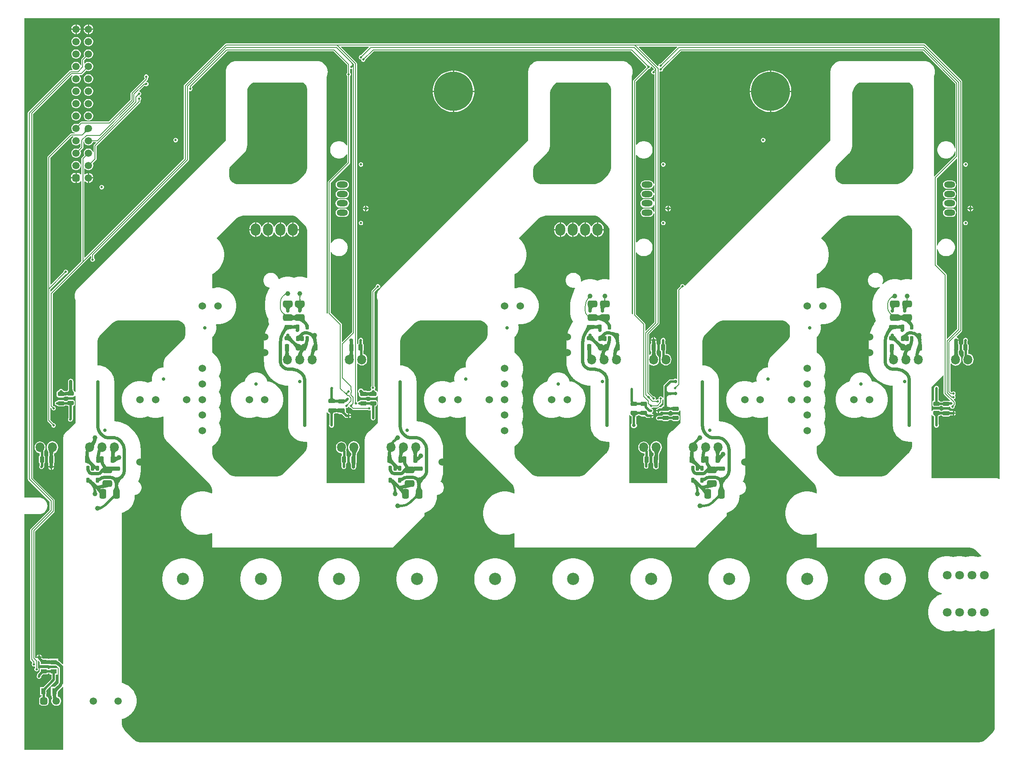
<source format=gbl>
G04*
G04 #@! TF.GenerationSoftware,Altium Limited,Altium Designer,24.1.2 (44)*
G04*
G04 Layer_Physical_Order=4*
G04 Layer_Color=16711680*
%FSLAX44Y44*%
%MOMM*%
G71*
G04*
G04 #@! TF.SameCoordinates,42FD3A08-7172-4449-885E-14F6398CBE5B*
G04*
G04*
G04 #@! TF.FilePolarity,Positive*
G04*
G01*
G75*
%ADD10C,0.2000*%
%ADD12C,0.5000*%
%ADD18C,1.0000*%
%ADD19R,0.9000X1.3000*%
G04:AMPARAMS|DCode=25|XSize=1.95mm|YSize=1.4mm|CornerRadius=0.35mm|HoleSize=0mm|Usage=FLASHONLY|Rotation=0.000|XOffset=0mm|YOffset=0mm|HoleType=Round|Shape=RoundedRectangle|*
%AMROUNDEDRECTD25*
21,1,1.9500,0.7000,0,0,0.0*
21,1,1.2500,1.4000,0,0,0.0*
1,1,0.7000,0.6250,-0.3500*
1,1,0.7000,-0.6250,-0.3500*
1,1,0.7000,-0.6250,0.3500*
1,1,0.7000,0.6250,0.3500*
%
%ADD25ROUNDEDRECTD25*%
G04:AMPARAMS|DCode=29|XSize=1.95mm|YSize=1.4mm|CornerRadius=0.35mm|HoleSize=0mm|Usage=FLASHONLY|Rotation=90.000|XOffset=0mm|YOffset=0mm|HoleType=Round|Shape=RoundedRectangle|*
%AMROUNDEDRECTD29*
21,1,1.9500,0.7000,0,0,90.0*
21,1,1.2500,1.4000,0,0,90.0*
1,1,0.7000,0.3500,0.6250*
1,1,0.7000,0.3500,-0.6250*
1,1,0.7000,-0.3500,-0.6250*
1,1,0.7000,-0.3500,0.6250*
%
%ADD29ROUNDEDRECTD29*%
G04:AMPARAMS|DCode=30|XSize=0.9mm|YSize=1.3mm|CornerRadius=0.225mm|HoleSize=0mm|Usage=FLASHONLY|Rotation=180.000|XOffset=0mm|YOffset=0mm|HoleType=Round|Shape=RoundedRectangle|*
%AMROUNDEDRECTD30*
21,1,0.9000,0.8500,0,0,180.0*
21,1,0.4500,1.3000,0,0,180.0*
1,1,0.4500,-0.2250,0.4250*
1,1,0.4500,0.2250,0.4250*
1,1,0.4500,0.2250,-0.4250*
1,1,0.4500,-0.2250,-0.4250*
%
%ADD30ROUNDEDRECTD30*%
G04:AMPARAMS|DCode=31|XSize=0.9mm|YSize=1.3mm|CornerRadius=0.225mm|HoleSize=0mm|Usage=FLASHONLY|Rotation=270.000|XOffset=0mm|YOffset=0mm|HoleType=Round|Shape=RoundedRectangle|*
%AMROUNDEDRECTD31*
21,1,0.9000,0.8500,0,0,270.0*
21,1,0.4500,1.3000,0,0,270.0*
1,1,0.4500,-0.4250,-0.2250*
1,1,0.4500,-0.4250,0.2250*
1,1,0.4500,0.4250,0.2250*
1,1,0.4500,0.4250,-0.2250*
%
%ADD31ROUNDEDRECTD31*%
%ADD34R,1.3000X0.9000*%
%ADD81C,0.7000*%
%ADD82C,0.7000*%
%ADD85C,8.0000*%
%ADD86C,1.5240*%
%ADD87O,2.3000X1.3000*%
%ADD88O,2.0000X2.5000*%
%ADD89C,2.5000*%
%ADD90O,1.8000X2.0000*%
%ADD91C,1.5000*%
G04:AMPARAMS|DCode=92|XSize=1.5mm|YSize=1.5mm|CornerRadius=0.375mm|HoleSize=0mm|Usage=FLASHONLY|Rotation=90.000|XOffset=0mm|YOffset=0mm|HoleType=Round|Shape=RoundedRectangle|*
%AMROUNDEDRECTD92*
21,1,1.5000,0.7500,0,0,90.0*
21,1,0.7500,1.5000,0,0,90.0*
1,1,0.7500,0.3750,0.3750*
1,1,0.7500,0.3750,-0.3750*
1,1,0.7500,-0.3750,-0.3750*
1,1,0.7500,-0.3750,0.3750*
%
%ADD92ROUNDEDRECTD92*%
%ADD93C,1.8000*%
G04:AMPARAMS|DCode=94|XSize=1.5mm|YSize=1.5mm|CornerRadius=0.375mm|HoleSize=0mm|Usage=FLASHONLY|Rotation=0.000|XOffset=0mm|YOffset=0mm|HoleType=Round|Shape=RoundedRectangle|*
%AMROUNDEDRECTD94*
21,1,1.5000,0.7500,0,0,0.0*
21,1,0.7500,1.5000,0,0,0.0*
1,1,0.7500,0.3750,-0.3750*
1,1,0.7500,-0.3750,-0.3750*
1,1,0.7500,-0.3750,0.3750*
1,1,0.7500,0.3750,0.3750*
%
%ADD94ROUNDEDRECTD94*%
%ADD95C,0.5000*%
G04:AMPARAMS|DCode=96|XSize=0.65mm|YSize=1.1mm|CornerRadius=0.1625mm|HoleSize=0mm|Usage=FLASHONLY|Rotation=0.000|XOffset=0mm|YOffset=0mm|HoleType=Round|Shape=RoundedRectangle|*
%AMROUNDEDRECTD96*
21,1,0.6500,0.7750,0,0,0.0*
21,1,0.3250,1.1000,0,0,0.0*
1,1,0.3250,0.1625,-0.3875*
1,1,0.3250,-0.1625,-0.3875*
1,1,0.3250,-0.1625,0.3875*
1,1,0.3250,0.1625,0.3875*
%
%ADD96ROUNDEDRECTD96*%
G36*
X675000Y1405000D02*
X675000Y1405000D01*
X675000Y1405000D01*
X674000Y1398586D01*
X673972Y1399318D01*
X673888Y1399914D01*
X673749Y1400374D01*
X673553Y1400699D01*
X673302Y1400888D01*
X673031Y1400934D01*
X673007Y1400734D01*
X673000Y1400525D01*
X672661Y1400864D01*
X672631Y1400857D01*
X672213Y1400638D01*
X671738Y1400284D01*
X671207Y1399793D01*
X670757Y1402172D01*
X670757Y1402172D01*
Y1402172D01*
X671040Y1402485D01*
X670525Y1403000D01*
X670733Y1403007D01*
X670939Y1403032D01*
X671141Y1403075D01*
X671341Y1403137D01*
X671537Y1403217D01*
X671637Y1403267D01*
X671663Y1403303D01*
X671945Y1403869D01*
X672115Y1404434D01*
X672171Y1405000D01*
X672115Y1405566D01*
X671945Y1406131D01*
X671662Y1406697D01*
X671266Y1407263D01*
X670757Y1407828D01*
X670758Y1407828D01*
X670757Y1407829D01*
X675000Y1405000D01*
D02*
G37*
G36*
X1307999Y1404363D02*
X1307828Y1404182D01*
X1307676Y1403997D01*
X1307542Y1403810D01*
X1307426Y1403620D01*
X1307328Y1403426D01*
X1307248Y1403230D01*
X1307186Y1403031D01*
X1307143Y1402828D01*
X1307118Y1402623D01*
X1307111Y1402414D01*
X1304636Y1404889D01*
X1304845Y1404896D01*
X1305050Y1404921D01*
X1305252Y1404964D01*
X1305452Y1405026D01*
X1305648Y1405106D01*
X1305842Y1405204D01*
X1306032Y1405320D01*
X1306219Y1405454D01*
X1306403Y1405606D01*
X1306585Y1405777D01*
X1307999Y1404363D01*
D02*
G37*
G36*
X1338664Y1440768D02*
X1304947Y1407051D01*
X1304906Y1407021D01*
X1304849Y1406987D01*
X1304803Y1406963D01*
X1304767Y1406949D01*
X1304737Y1406940D01*
X1304712Y1406934D01*
X1304686Y1406931D01*
X1304568Y1406927D01*
X1304406Y1406889D01*
X1303716D01*
X1302062Y1406204D01*
X1300796Y1404938D01*
X1300111Y1403284D01*
Y1402325D01*
X1298841Y1401799D01*
X1259872Y1440768D01*
X1260358Y1441941D01*
X1338178D01*
X1338664Y1440768D01*
D02*
G37*
G36*
X1278207Y1403217D02*
X1278392Y1403065D01*
X1278579Y1402931D01*
X1278769Y1402814D01*
X1278963Y1402717D01*
X1279159Y1402637D01*
X1279359Y1402575D01*
X1279561Y1402532D01*
X1279766Y1402507D01*
X1279975Y1402500D01*
X1277500Y1400025D01*
X1277493Y1400233D01*
X1277468Y1400439D01*
X1277425Y1400641D01*
X1277363Y1400841D01*
X1277283Y1401037D01*
X1277186Y1401231D01*
X1277069Y1401421D01*
X1276935Y1401608D01*
X1276783Y1401792D01*
X1276612Y1401974D01*
X1278026Y1403388D01*
X1278207Y1403217D01*
D02*
G37*
G36*
X1816740Y1366189D02*
X1819118Y1363811D01*
X1820986Y1361015D01*
X1822273Y1357908D01*
X1822929Y1354610D01*
Y1352929D01*
Y1195521D01*
Y1193019D01*
X1821953Y1188112D01*
X1820038Y1183490D01*
X1817258Y1179330D01*
X1805368Y1167439D01*
X1805368D01*
X1803599Y1165670D01*
X1799439Y1162891D01*
X1794817Y1160976D01*
X1789910Y1160000D01*
X1678319D01*
X1675020Y1160656D01*
X1671914Y1161943D01*
X1669118Y1163811D01*
X1667929Y1165000D01*
X1666740Y1166189D01*
X1664872Y1168985D01*
X1663585Y1172092D01*
X1662929Y1175390D01*
Y1189610D01*
X1663585Y1192908D01*
X1664872Y1196015D01*
X1666740Y1198811D01*
X1667929Y1200000D01*
X1690489Y1222561D01*
X1690489D01*
X1690489Y1222561D01*
X1692163Y1224407D01*
X1694930Y1228548D01*
X1696835Y1233148D01*
X1697807Y1238031D01*
X1697929Y1240521D01*
Y1344479D01*
Y1346981D01*
X1698905Y1351888D01*
X1700820Y1356510D01*
X1703599Y1360670D01*
X1707929Y1365000D01*
X1707929D01*
X1707929Y1365000D01*
X1709118Y1366189D01*
X1711669Y1367893D01*
X1814189D01*
X1816740Y1366189D01*
D02*
G37*
G36*
X1196740D02*
X1199118Y1363811D01*
X1200986Y1361015D01*
X1202273Y1357908D01*
X1202929Y1354610D01*
Y1352929D01*
Y1195521D01*
Y1193019D01*
X1201953Y1188112D01*
X1200038Y1183490D01*
X1197258Y1179330D01*
X1185368Y1167439D01*
X1185368D01*
X1183599Y1165670D01*
X1179439Y1162891D01*
X1174817Y1160976D01*
X1169910Y1160000D01*
X1058319D01*
X1055021Y1160656D01*
X1051914Y1161943D01*
X1049118Y1163811D01*
X1047929Y1165000D01*
X1046740Y1166189D01*
X1044872Y1168985D01*
X1043585Y1172092D01*
X1042929Y1175390D01*
Y1189610D01*
X1043585Y1192908D01*
X1044872Y1196015D01*
X1046740Y1198811D01*
X1047929Y1200000D01*
X1070489Y1222561D01*
X1070490D01*
X1070489Y1222561D01*
X1072163Y1224407D01*
X1074930Y1228548D01*
X1076835Y1233148D01*
X1077807Y1238031D01*
X1077929Y1240521D01*
Y1344479D01*
Y1346981D01*
X1078905Y1351888D01*
X1080820Y1356510D01*
X1083599Y1360670D01*
X1087929Y1365000D01*
X1087929D01*
X1087929Y1365000D01*
X1089118Y1366189D01*
X1091669Y1367893D01*
X1194189D01*
X1196740Y1366189D01*
D02*
G37*
G36*
X573811D02*
X576189Y1363811D01*
X578057Y1361015D01*
X579344Y1357908D01*
X580000Y1354610D01*
Y1352929D01*
Y1195521D01*
Y1193019D01*
X579024Y1188112D01*
X577109Y1183490D01*
X574329Y1179330D01*
X562439Y1167439D01*
X562439D01*
X560671Y1165670D01*
X556510Y1162891D01*
X551888Y1160976D01*
X546981Y1160000D01*
X435390D01*
X432092Y1160656D01*
X428985Y1161943D01*
X426189Y1163811D01*
X425000Y1165000D01*
X423811Y1166189D01*
X421943Y1168985D01*
X420656Y1172092D01*
X420000Y1175390D01*
Y1189610D01*
X420656Y1192908D01*
X421706Y1195443D01*
X450631Y1224368D01*
X450631Y1224368D01*
X453381Y1227718D01*
X455424Y1231540D01*
X456682Y1235687D01*
X457106Y1240000D01*
X457106Y1240000D01*
Y1354616D01*
X457891Y1356510D01*
X460671Y1360670D01*
X465000Y1365000D01*
X465000D01*
X465000Y1365000D01*
X466189Y1366189D01*
X468740Y1367893D01*
X571260D01*
X573811Y1366189D01*
D02*
G37*
G36*
X248664Y1362887D02*
X248490Y1362989D01*
X248307Y1363081D01*
X248116Y1363162D01*
X247918Y1363232D01*
X247711Y1363291D01*
X247496Y1363340D01*
X247274Y1363378D01*
X246805Y1363421D01*
X246558Y1363426D01*
X246037Y1365426D01*
X246289Y1365435D01*
X246525Y1365461D01*
X246747Y1365504D01*
X246952Y1365565D01*
X247142Y1365643D01*
X247317Y1365738D01*
X247476Y1365851D01*
X247620Y1365981D01*
X247748Y1366129D01*
X247861Y1366293D01*
X248664Y1362887D01*
D02*
G37*
G36*
X234975Y1342500D02*
X234766Y1342493D01*
X234561Y1342468D01*
X234358Y1342425D01*
X234159Y1342363D01*
X233963Y1342283D01*
X233769Y1342186D01*
X233579Y1342069D01*
X233392Y1341935D01*
X233207Y1341783D01*
X233026Y1341612D01*
X231612Y1343026D01*
X231782Y1343208D01*
X231935Y1343392D01*
X232069Y1343579D01*
X232185Y1343769D01*
X232283Y1343963D01*
X232363Y1344159D01*
X232424Y1344359D01*
X232468Y1344561D01*
X232493Y1344767D01*
X232500Y1344975D01*
X234975Y1342500D01*
D02*
G37*
G36*
X131425Y1266701D02*
X130277Y1266695D01*
X128237Y1266577D01*
X127344Y1266466D01*
X126536Y1266319D01*
X125812Y1266137D01*
X125174Y1265919D01*
X124621Y1265667D01*
X124152Y1265378D01*
X123769Y1265055D01*
X122355Y1266469D01*
X122678Y1266853D01*
X122966Y1267321D01*
X123219Y1267874D01*
X123436Y1268513D01*
X123619Y1269236D01*
X123765Y1270044D01*
X123877Y1270937D01*
X123995Y1272977D01*
X124000Y1274125D01*
X131425Y1266701D01*
D02*
G37*
G36*
X1908941Y1365419D02*
Y1233550D01*
X1907671Y1233425D01*
X1907308Y1235250D01*
X1905951Y1238526D01*
X1903981Y1241474D01*
X1901474Y1243982D01*
X1898526Y1245952D01*
X1895250Y1247308D01*
X1891773Y1248000D01*
X1888227D01*
X1884749Y1247308D01*
X1881474Y1245952D01*
X1878526Y1243982D01*
X1876018Y1241474D01*
X1874048Y1238526D01*
X1872691Y1235250D01*
X1872000Y1231773D01*
Y1228227D01*
X1872691Y1224750D01*
X1874048Y1221474D01*
X1876018Y1218526D01*
X1878526Y1216019D01*
X1881474Y1214049D01*
X1884749Y1212692D01*
X1888227Y1212000D01*
X1891773D01*
X1895250Y1212692D01*
X1898526Y1214049D01*
X1901474Y1216019D01*
X1903981Y1218526D01*
X1905951Y1221474D01*
X1907308Y1224750D01*
X1907671Y1226576D01*
X1908941Y1226451D01*
Y1218267D01*
X1866270Y1175596D01*
X1865000Y1176122D01*
Y1380747D01*
X1865424Y1381540D01*
X1866682Y1385687D01*
X1867107Y1390000D01*
X1866682Y1394312D01*
X1865424Y1398459D01*
X1865000Y1399252D01*
Y1400000D01*
X1864142Y1400858D01*
X1863381Y1402281D01*
X1860632Y1405631D01*
X1857282Y1408381D01*
X1855859Y1409141D01*
X1855000Y1410000D01*
X1854252D01*
X1853460Y1410423D01*
X1849313Y1411681D01*
X1845000Y1412106D01*
X1675000D01*
X1670687Y1411681D01*
X1666540Y1410423D01*
X1665748Y1410000D01*
X1665000D01*
X1664141Y1409141D01*
X1662718Y1408381D01*
X1659368Y1405631D01*
X1656619Y1402281D01*
X1655859Y1400859D01*
X1655000Y1400000D01*
Y1399252D01*
X1654576Y1398459D01*
X1653318Y1394312D01*
X1652894Y1390000D01*
Y1249157D01*
X1355142Y951406D01*
X1353793Y951852D01*
X1353284Y953081D01*
X1352018Y954346D01*
X1350364Y955032D01*
X1348574D01*
X1346920Y954346D01*
X1345654Y953081D01*
X1344969Y951427D01*
Y950357D01*
X1339837Y945225D01*
X1339174Y944233D01*
X1338941Y943062D01*
X1338941Y943062D01*
Y761260D01*
X1337671Y760431D01*
X1336201Y761040D01*
X1333799D01*
X1331579Y760120D01*
X1330664Y759205D01*
X1324617D01*
X1322861Y758856D01*
X1321373Y757862D01*
X1311756Y748245D01*
X1310761Y746756D01*
X1310412Y745000D01*
Y730000D01*
Y722012D01*
X1309142Y721759D01*
X1308815Y722549D01*
X1307549Y723815D01*
X1305895Y724500D01*
X1304105D01*
X1302451Y723815D01*
X1301185Y722549D01*
X1300500Y720895D01*
Y719744D01*
X1300141Y718944D01*
X1299341Y718585D01*
X1298190D01*
X1296536Y717900D01*
X1296179Y717543D01*
X1295212Y717519D01*
X1295029Y717570D01*
X1294585Y718334D01*
X1294392Y718844D01*
X1294500Y719105D01*
Y720895D01*
X1293815Y722549D01*
X1292549Y723815D01*
X1290895Y724500D01*
X1289826D01*
X1281059Y733267D01*
Y789714D01*
X1282329Y790340D01*
X1284180Y788920D01*
X1286987Y787757D01*
X1290000Y787360D01*
X1293013Y787757D01*
X1295820Y788920D01*
X1298230Y790770D01*
X1300080Y793180D01*
X1301243Y795987D01*
X1301640Y799000D01*
Y801000D01*
X1301243Y804013D01*
X1300080Y806820D01*
X1298230Y809230D01*
X1297422Y809851D01*
X1297132Y810463D01*
X1296800Y811314D01*
X1296528Y812193D01*
X1296316Y813103D01*
X1296163Y814045D01*
X1296108Y814635D01*
Y815034D01*
X1296168Y816254D01*
X1296292Y817430D01*
X1297262Y818881D01*
X1297634Y820750D01*
Y829250D01*
X1297262Y831119D01*
X1296312Y832541D01*
X1296108Y835878D01*
Y838730D01*
X1283988D01*
X1284879Y836579D01*
X1284892Y836566D01*
Y834966D01*
X1284832Y833746D01*
X1284707Y832570D01*
X1283738Y831119D01*
X1283366Y829250D01*
Y820750D01*
X1283738Y818881D01*
X1284688Y817460D01*
X1284890Y814158D01*
X1284830Y813223D01*
X1284672Y811938D01*
X1284530Y811225D01*
X1284180Y811080D01*
X1282329Y809659D01*
X1281059Y810286D01*
Y851732D01*
X1301577Y872251D01*
X1301577Y872251D01*
X1302240Y873243D01*
X1302473Y874414D01*
X1302473Y874414D01*
Y1390033D01*
X1303529Y1390739D01*
X1304105Y1390500D01*
X1305895D01*
X1307549Y1391185D01*
X1308815Y1392451D01*
X1309500Y1394105D01*
Y1395174D01*
X1346267Y1431941D01*
X1842419D01*
X1908941Y1365419D01*
D02*
G37*
G36*
X100485Y1256528D02*
X100267Y1256402D01*
X98498Y1254633D01*
X97247Y1252467D01*
X96600Y1250051D01*
Y1247549D01*
X97247Y1245133D01*
X98498Y1242967D01*
X100267Y1241198D01*
X102433Y1239948D01*
X104849Y1239300D01*
X107351D01*
X109767Y1239948D01*
X111933Y1241198D01*
X113540Y1242806D01*
X114810Y1242578D01*
Y1236436D01*
X110312Y1231938D01*
X109767Y1232253D01*
X107351Y1232900D01*
X104849D01*
X102433Y1232253D01*
X100267Y1231002D01*
X98498Y1229233D01*
X97247Y1227067D01*
X96600Y1224651D01*
Y1222149D01*
X97247Y1219733D01*
X98498Y1217567D01*
X100267Y1215798D01*
X102433Y1214548D01*
X104849Y1213900D01*
X107351D01*
X109767Y1214548D01*
X111933Y1215798D01*
X113702Y1217567D01*
X114952Y1219733D01*
X115600Y1222149D01*
Y1224651D01*
X114952Y1227067D01*
X114638Y1227612D01*
X120032Y1233007D01*
X120695Y1233999D01*
X120928Y1235170D01*
X120928Y1235170D01*
Y1246643D01*
X122198Y1246810D01*
X122647Y1245133D01*
X123898Y1242967D01*
X125667Y1241198D01*
X127833Y1239948D01*
X130249Y1239300D01*
X132751D01*
X135167Y1239948D01*
X137333Y1241198D01*
X139102Y1242967D01*
X140352Y1245133D01*
X140515Y1245741D01*
X146070D01*
X146556Y1244568D01*
X142837Y1240849D01*
X142174Y1239857D01*
X141941Y1238686D01*
X141941Y1238686D01*
Y1226045D01*
X140671Y1225877D01*
X140352Y1227067D01*
X139102Y1229233D01*
X137333Y1231002D01*
X135167Y1232253D01*
X132751Y1232900D01*
X130249D01*
X127833Y1232253D01*
X125667Y1231002D01*
X123898Y1229233D01*
X122647Y1227067D01*
X122000Y1224651D01*
Y1222149D01*
X122647Y1219733D01*
X122962Y1219188D01*
X117837Y1214063D01*
X117174Y1213071D01*
X116941Y1211900D01*
X116941Y1211900D01*
Y1179947D01*
X116683Y1179732D01*
X114993Y1179975D01*
X114385Y1180885D01*
X112304Y1182275D01*
X109850Y1182763D01*
X107370D01*
Y1172600D01*
Y1162437D01*
X109850D01*
X112304Y1162925D01*
X114385Y1164315D01*
X114993Y1165226D01*
X116683Y1165469D01*
X116941Y1165253D01*
Y1001924D01*
X54232Y939214D01*
X53059Y939700D01*
Y943733D01*
X84825Y975500D01*
X85895D01*
X87549Y976185D01*
X88815Y977451D01*
X89500Y979105D01*
Y980895D01*
X88815Y982549D01*
X87549Y983815D01*
X85895Y984500D01*
X84105D01*
X82451Y983815D01*
X81185Y982549D01*
X80500Y980895D01*
Y979826D01*
X54232Y953558D01*
X53059Y954044D01*
Y1213733D01*
X97124Y1257798D01*
X100144D01*
X100485Y1256528D01*
D02*
G37*
G36*
X1291003Y1395329D02*
X1289674Y1394000D01*
X1289105D01*
X1287451Y1393315D01*
X1286185Y1392049D01*
X1285500Y1390395D01*
Y1388605D01*
X1286185Y1386951D01*
X1287451Y1385685D01*
X1289105Y1385000D01*
X1290895D01*
X1291613Y1384520D01*
Y1160407D01*
X1290343Y1160324D01*
X1290282Y1160789D01*
X1289425Y1162857D01*
X1288062Y1164632D01*
X1286287Y1165995D01*
X1284219Y1166851D01*
X1282000Y1167143D01*
X1272000D01*
X1269781Y1166851D01*
X1267713Y1165995D01*
X1265938Y1164632D01*
X1264576Y1162857D01*
X1263719Y1160789D01*
X1263427Y1158570D01*
X1263719Y1156351D01*
X1264576Y1154284D01*
X1265938Y1152508D01*
X1267713Y1151145D01*
X1269781Y1150289D01*
X1272000Y1149997D01*
X1282000D01*
X1284219Y1150289D01*
X1286287Y1151145D01*
X1288062Y1152508D01*
X1289425Y1154284D01*
X1290282Y1156351D01*
X1290343Y1156817D01*
X1291613Y1156734D01*
Y1141357D01*
X1290343Y1141274D01*
X1290282Y1141739D01*
X1289425Y1143807D01*
X1288062Y1145583D01*
X1286287Y1146945D01*
X1284219Y1147801D01*
X1282000Y1148093D01*
X1272000D01*
X1269781Y1147801D01*
X1267713Y1146945D01*
X1265938Y1145583D01*
X1264576Y1143807D01*
X1263719Y1141739D01*
X1263427Y1139520D01*
X1263719Y1137301D01*
X1264576Y1135234D01*
X1265938Y1133458D01*
X1267713Y1132095D01*
X1269781Y1131239D01*
X1272000Y1130947D01*
X1282000D01*
X1284219Y1131239D01*
X1286287Y1132095D01*
X1288062Y1133458D01*
X1289425Y1135234D01*
X1290282Y1137301D01*
X1290343Y1137767D01*
X1291613Y1137684D01*
Y1124209D01*
X1290343Y1123957D01*
X1289897Y1125034D01*
X1288448Y1126922D01*
X1286559Y1128371D01*
X1284360Y1129282D01*
X1282000Y1129593D01*
X1272000D01*
X1269640Y1129282D01*
X1267441Y1128371D01*
X1265553Y1126922D01*
X1264104Y1125034D01*
X1263193Y1122835D01*
X1262882Y1120475D01*
X1263193Y1118115D01*
X1264104Y1115916D01*
X1265553Y1114027D01*
X1267441Y1112578D01*
X1269640Y1111667D01*
X1272000Y1111357D01*
X1282000D01*
X1284360Y1111667D01*
X1286559Y1112578D01*
X1288448Y1114027D01*
X1289897Y1115916D01*
X1290343Y1116993D01*
X1291613Y1116740D01*
Y1103267D01*
X1290343Y1103183D01*
X1290282Y1103649D01*
X1289425Y1105716D01*
X1288062Y1107492D01*
X1286287Y1108855D01*
X1284219Y1109711D01*
X1282000Y1110003D01*
X1272000D01*
X1269781Y1109711D01*
X1267713Y1108855D01*
X1265938Y1107492D01*
X1264576Y1105716D01*
X1263719Y1103649D01*
X1263427Y1101430D01*
X1263719Y1099211D01*
X1264576Y1097143D01*
X1265938Y1095368D01*
X1267713Y1094005D01*
X1269781Y1093149D01*
X1272000Y1092857D01*
X1282000D01*
X1284219Y1093149D01*
X1286287Y1094005D01*
X1288062Y1095368D01*
X1289425Y1097143D01*
X1290282Y1099211D01*
X1290343Y1099676D01*
X1291613Y1099593D01*
Y876595D01*
X1274232Y859214D01*
X1273059Y859701D01*
Y872527D01*
X1273059Y872527D01*
X1272826Y873697D01*
X1272163Y874690D01*
X1254059Y892794D01*
Y1019271D01*
X1255274Y1019640D01*
X1256019Y1018526D01*
X1258526Y1016019D01*
X1261474Y1014049D01*
X1264750Y1012692D01*
X1268227Y1012000D01*
X1271773D01*
X1275250Y1012692D01*
X1278526Y1014049D01*
X1281474Y1016019D01*
X1283981Y1018526D01*
X1285951Y1021474D01*
X1287308Y1024750D01*
X1288000Y1028227D01*
Y1031773D01*
X1287308Y1035250D01*
X1285951Y1038526D01*
X1283981Y1041474D01*
X1281474Y1043981D01*
X1278526Y1045951D01*
X1275250Y1047308D01*
X1271773Y1048000D01*
X1268227D01*
X1264750Y1047308D01*
X1261474Y1045951D01*
X1258526Y1043981D01*
X1256019Y1041474D01*
X1255274Y1040360D01*
X1254059Y1040729D01*
Y1219271D01*
X1255274Y1219640D01*
X1256019Y1218526D01*
X1258526Y1216019D01*
X1261474Y1214049D01*
X1264750Y1212692D01*
X1268227Y1212000D01*
X1271773D01*
X1275250Y1212692D01*
X1278526Y1214049D01*
X1281474Y1216019D01*
X1283981Y1218526D01*
X1285951Y1221474D01*
X1287308Y1224750D01*
X1288000Y1228227D01*
Y1231773D01*
X1287308Y1235250D01*
X1285951Y1238526D01*
X1283981Y1241474D01*
X1281474Y1243982D01*
X1278526Y1245952D01*
X1275250Y1247308D01*
X1271773Y1248000D01*
X1268227D01*
X1264750Y1247308D01*
X1261474Y1245952D01*
X1258526Y1243982D01*
X1256019Y1241474D01*
X1255274Y1240360D01*
X1254059Y1240729D01*
Y1369733D01*
X1279826Y1395500D01*
X1280895D01*
X1282549Y1396185D01*
X1283815Y1397451D01*
X1284500Y1399105D01*
Y1400035D01*
X1285770Y1400561D01*
X1291003Y1395329D01*
D02*
G37*
G36*
X1793521Y1094536D02*
X1795718Y1093626D01*
X1797695Y1092305D01*
X1798535Y1091464D01*
X1816189Y1073811D01*
X1818057Y1071015D01*
X1819344Y1067908D01*
X1820000Y1064610D01*
Y1060000D01*
Y964632D01*
X1818973Y963886D01*
X1818196Y964138D01*
X1812755Y965000D01*
X1807245D01*
X1801804Y964138D01*
X1797500Y962740D01*
X1793196Y964138D01*
X1787755Y965000D01*
X1782246D01*
X1776804Y964138D01*
X1771565Y962436D01*
X1766656Y959935D01*
X1762199Y956697D01*
X1760575Y955072D01*
X1759498Y955792D01*
X1760404Y957979D01*
X1761000Y960973D01*
Y964027D01*
X1760404Y967021D01*
X1759236Y969842D01*
X1757540Y972381D01*
X1755381Y974540D01*
X1752842Y976236D01*
X1750021Y977404D01*
X1747027Y978000D01*
X1743973D01*
X1740979Y977404D01*
X1738158Y976236D01*
X1735619Y974540D01*
X1733460Y972381D01*
X1731764Y969842D01*
X1730596Y967021D01*
X1730000Y964027D01*
Y960973D01*
X1730596Y957979D01*
X1731764Y955158D01*
X1733460Y952619D01*
X1735619Y950460D01*
X1738158Y948764D01*
X1740979Y947596D01*
X1743973Y947000D01*
X1747027D01*
X1750021Y947596D01*
X1752842Y948764D01*
X1753293Y949066D01*
X1754103Y948079D01*
X1753909Y947885D01*
X1753007Y946993D01*
X1753007Y946993D01*
X1748852Y942255D01*
X1745351Y937016D01*
X1742564Y931364D01*
X1740538Y925397D01*
X1739309Y919217D01*
X1738897Y912929D01*
X1738904D01*
X1738904Y912929D01*
Y907071D01*
X1738904Y907071D01*
X1738897D01*
X1739309Y900783D01*
X1740538Y894603D01*
X1742564Y888636D01*
X1745147Y883398D01*
Y882500D01*
X1745369Y879677D01*
X1744984Y878747D01*
X1744587Y877096D01*
X1744441Y876825D01*
X1742657Y873977D01*
X1741982Y872901D01*
X1741981Y872900D01*
X1741380Y871812D01*
X1738252Y866152D01*
X1735266Y858944D01*
X1733107Y851448D01*
X1731800Y843757D01*
X1731432Y837211D01*
X1731362Y835968D01*
X1731369Y835813D01*
X1731424Y835153D01*
Y794953D01*
X1731423Y794950D01*
X1731424D01*
X1731452Y794592D01*
X1731822Y788941D01*
X1732997Y783034D01*
X1734933Y777332D01*
X1737596Y771930D01*
X1740942Y766923D01*
X1744913Y762396D01*
X1745303Y762053D01*
X1746235Y761235D01*
X1747166Y760419D01*
X1751219Y756864D01*
X1756731Y753181D01*
X1762677Y750249D01*
X1768954Y748118D01*
X1775456Y746825D01*
X1780896Y746469D01*
Y665000D01*
X1781310Y659743D01*
X1782541Y654616D01*
X1784559Y649744D01*
X1787314Y645248D01*
X1790739Y641239D01*
X1794748Y637814D01*
X1799244Y635059D01*
X1804116Y633041D01*
X1809243Y631810D01*
X1814500Y631396D01*
X1818730Y631729D01*
X1820000Y630617D01*
Y623019D01*
X1819024Y618112D01*
X1817109Y613490D01*
X1814330Y609329D01*
X1812560Y607561D01*
X1772440Y567439D01*
X1772440D01*
X1770670Y565671D01*
X1766510Y562891D01*
X1761888Y560976D01*
X1756981Y560000D01*
X1673019D01*
X1668112Y560976D01*
X1663490Y562891D01*
X1659330Y565671D01*
X1657560Y567439D01*
X1632440Y592561D01*
X1630670Y594329D01*
X1627891Y598490D01*
X1625976Y603112D01*
X1625000Y608019D01*
Y622030D01*
X1629508Y625305D01*
X1633695Y629492D01*
X1637175Y634283D01*
X1639864Y639559D01*
X1641694Y645191D01*
X1642620Y651039D01*
Y656961D01*
X1641694Y662809D01*
X1639864Y668441D01*
X1639070Y670000D01*
X1639864Y671559D01*
X1641694Y677191D01*
X1642620Y683039D01*
Y688961D01*
X1641694Y694809D01*
X1639864Y700441D01*
X1639070Y702000D01*
X1639864Y703559D01*
X1641694Y709191D01*
X1642620Y715039D01*
Y720961D01*
X1641694Y726809D01*
X1639864Y732441D01*
X1639070Y734000D01*
X1639864Y735559D01*
X1641694Y741191D01*
X1642620Y747039D01*
Y752961D01*
X1641694Y758809D01*
X1639864Y764441D01*
X1639070Y766000D01*
X1639864Y767559D01*
X1641694Y773191D01*
X1642620Y779039D01*
Y784961D01*
X1641694Y790809D01*
X1639864Y796441D01*
X1637175Y801717D01*
X1633695Y806508D01*
X1629508Y810695D01*
X1625000Y813970D01*
Y846766D01*
X1628253Y850020D01*
X1630825Y853869D01*
X1632597Y858145D01*
X1633500Y862685D01*
Y867315D01*
X1632706Y871305D01*
X1633612Y872448D01*
X1634039Y872380D01*
X1639961D01*
X1645809Y873306D01*
X1651441Y875136D01*
X1656717Y877824D01*
X1661508Y881305D01*
X1665695Y885492D01*
X1669176Y890283D01*
X1671864Y895559D01*
X1673694Y901191D01*
X1674620Y907039D01*
Y912961D01*
X1673694Y918809D01*
X1671864Y924441D01*
X1669176Y929717D01*
X1665695Y934508D01*
X1661508Y938695D01*
X1656717Y942176D01*
X1651441Y944864D01*
X1645809Y946694D01*
X1639961Y947620D01*
X1634039D01*
X1628191Y946694D01*
X1626028Y945991D01*
X1625000Y946737D01*
Y975163D01*
X1629776Y977920D01*
X1634404Y981471D01*
X1638529Y985596D01*
X1642080Y990224D01*
X1644996Y995276D01*
X1647229Y1000665D01*
X1648739Y1006300D01*
X1649500Y1012083D01*
Y1017917D01*
X1648739Y1023700D01*
X1647229Y1029335D01*
X1644996Y1034724D01*
X1642080Y1039776D01*
X1638529Y1044404D01*
X1634404Y1048529D01*
X1634350Y1049350D01*
X1672560Y1087561D01*
X1672561Y1087561D01*
Y1087561D01*
X1674330Y1089329D01*
X1678490Y1092109D01*
X1683112Y1094024D01*
X1688019Y1095000D01*
X1791189D01*
X1793521Y1094536D01*
D02*
G37*
G36*
X1173521D02*
X1175718Y1093626D01*
X1177695Y1092305D01*
X1196189Y1073811D01*
X1198057Y1071015D01*
X1199344Y1067908D01*
X1200000Y1064610D01*
Y1060000D01*
Y964632D01*
X1198973Y963886D01*
X1198196Y964138D01*
X1192755Y965000D01*
X1187246D01*
X1181804Y964138D01*
X1176565Y962436D01*
X1175000Y961639D01*
X1173436Y962436D01*
X1168196Y964138D01*
X1162755Y965000D01*
X1157246D01*
X1151804Y964138D01*
X1146565Y962436D01*
X1142137Y960180D01*
X1141000Y960973D01*
X1141000Y960973D01*
Y964027D01*
X1140404Y967021D01*
X1139236Y969842D01*
X1137540Y972381D01*
X1135381Y974540D01*
X1132842Y976236D01*
X1130021Y977404D01*
X1127027Y978000D01*
X1123973D01*
X1120979Y977404D01*
X1118158Y976236D01*
X1115619Y974540D01*
X1113460Y972381D01*
X1111764Y969842D01*
X1110596Y967021D01*
X1110000Y964027D01*
Y960973D01*
X1110596Y957979D01*
X1111764Y955158D01*
X1113460Y952619D01*
X1115619Y950460D01*
X1118158Y948764D01*
X1120979Y947596D01*
X1123973Y947000D01*
X1127027D01*
X1128219Y947237D01*
X1128986Y946225D01*
X1127564Y943436D01*
X1125862Y938196D01*
X1125477Y935763D01*
X1123181Y931109D01*
X1120805Y924108D01*
X1119363Y916857D01*
X1118879Y909479D01*
X1118904D01*
X1118904Y909476D01*
Y900003D01*
X1118904Y900000D01*
X1118904D01*
X1118924Y899756D01*
X1119277Y894366D01*
X1120378Y888829D01*
X1122193Y883482D01*
X1124690Y878418D01*
X1124848Y878182D01*
X1124588Y877097D01*
X1124441Y876825D01*
X1121983Y872901D01*
X1121982Y872901D01*
X1121982D01*
X1118252Y866152D01*
X1115266Y858944D01*
X1113107Y851448D01*
X1111800Y843757D01*
X1111432Y837212D01*
X1111432Y837212D01*
X1111432Y837211D01*
X1111362Y835968D01*
X1111368D01*
X1111423Y835267D01*
Y794950D01*
X1111423D01*
X1111453Y794571D01*
X1111822Y788941D01*
X1112997Y783034D01*
X1114933Y777332D01*
X1117596Y771930D01*
X1120942Y766923D01*
X1124913Y762396D01*
X1125303Y762053D01*
X1126235Y761235D01*
X1127166Y760419D01*
X1131219Y756864D01*
X1136731Y753181D01*
X1142677Y750249D01*
X1148954Y748118D01*
X1155456Y746825D01*
X1160897Y746469D01*
Y665000D01*
X1161310Y659743D01*
X1162541Y654616D01*
X1164559Y649744D01*
X1167314Y645248D01*
X1170739Y641239D01*
X1174748Y637814D01*
X1179244Y635059D01*
X1184116Y633041D01*
X1189243Y631810D01*
X1194500Y631396D01*
X1198730Y631729D01*
X1200000Y630617D01*
Y623019D01*
X1199024Y618112D01*
X1197109Y613490D01*
X1194330Y609329D01*
X1192561Y607561D01*
X1152439Y567439D01*
X1152439D01*
X1150670Y565671D01*
X1146510Y562891D01*
X1141888Y560976D01*
X1136981Y560000D01*
X1053019D01*
X1048112Y560976D01*
X1043490Y562891D01*
X1039330Y565671D01*
X1037561Y567439D01*
X1012439Y592561D01*
X1010670Y594329D01*
X1007891Y598490D01*
X1005976Y603112D01*
X1005000Y608019D01*
Y622030D01*
X1009508Y625305D01*
X1013695Y629492D01*
X1017176Y634283D01*
X1019864Y639559D01*
X1021694Y645191D01*
X1022620Y651039D01*
Y656961D01*
X1021694Y662809D01*
X1019864Y668441D01*
X1019070Y670000D01*
X1019864Y671559D01*
X1021694Y677191D01*
X1022620Y683039D01*
Y688961D01*
X1021694Y694809D01*
X1019864Y700441D01*
X1019070Y702000D01*
X1019864Y703559D01*
X1021694Y709191D01*
X1022620Y715039D01*
Y720961D01*
X1021694Y726809D01*
X1019864Y732441D01*
X1019070Y734000D01*
X1019864Y735559D01*
X1021694Y741191D01*
X1022620Y747039D01*
Y752961D01*
X1021694Y758809D01*
X1019864Y764441D01*
X1019070Y766000D01*
X1019864Y767559D01*
X1021694Y773191D01*
X1022620Y779039D01*
Y784961D01*
X1021694Y790809D01*
X1019864Y796441D01*
X1017176Y801717D01*
X1013695Y806508D01*
X1009508Y810695D01*
X1005000Y813970D01*
Y846766D01*
X1008254Y850020D01*
X1010826Y853869D01*
X1012597Y858145D01*
X1013500Y862685D01*
Y867315D01*
X1012706Y871305D01*
X1013612Y872448D01*
X1014039Y872380D01*
X1019961D01*
X1025809Y873306D01*
X1031441Y875136D01*
X1036717Y877824D01*
X1041508Y881305D01*
X1045695Y885492D01*
X1049175Y890283D01*
X1051864Y895559D01*
X1053694Y901191D01*
X1054620Y907039D01*
Y912961D01*
X1053694Y918809D01*
X1051864Y924441D01*
X1049175Y929717D01*
X1045695Y934508D01*
X1041508Y938695D01*
X1036717Y942176D01*
X1031441Y944864D01*
X1025809Y946694D01*
X1019961Y947620D01*
X1014039D01*
X1008191Y946694D01*
X1006028Y945991D01*
X1005000Y946737D01*
Y975163D01*
X1009776Y977920D01*
X1014404Y981471D01*
X1018529Y985596D01*
X1022080Y990224D01*
X1024996Y995276D01*
X1027229Y1000665D01*
X1028739Y1006300D01*
X1029500Y1012083D01*
Y1017917D01*
X1028739Y1023700D01*
X1027229Y1029335D01*
X1024996Y1034724D01*
X1022080Y1039776D01*
X1018529Y1044404D01*
X1014404Y1048529D01*
X1014350Y1049350D01*
X1052561Y1087561D01*
X1052561Y1087561D01*
Y1087561D01*
X1054330Y1089329D01*
X1058490Y1092109D01*
X1063112Y1094024D01*
X1068019Y1095000D01*
X1171189D01*
X1173521Y1094536D01*
D02*
G37*
G36*
X553521D02*
X555718Y1093626D01*
X557695Y1092305D01*
X576189Y1073811D01*
X578057Y1071015D01*
X579344Y1067908D01*
X580000Y1064610D01*
Y1060000D01*
Y967854D01*
X578917Y967190D01*
X578436Y967436D01*
X573196Y969138D01*
X567755Y970000D01*
X562246D01*
X556804Y969138D01*
X552500Y967739D01*
X548196Y969138D01*
X542755Y970000D01*
X537245D01*
X531804Y969138D01*
X526565Y967436D01*
X522072Y965147D01*
X520686Y965605D01*
X520404Y967021D01*
X519236Y969842D01*
X517540Y972381D01*
X515381Y974540D01*
X512842Y976236D01*
X510021Y977404D01*
X507027Y978000D01*
X503973D01*
X500979Y977404D01*
X498158Y976236D01*
X495619Y974540D01*
X493460Y972381D01*
X491764Y969842D01*
X490596Y967021D01*
X490000Y964027D01*
Y960973D01*
X490596Y957979D01*
X491764Y955158D01*
X493460Y952619D01*
X495619Y950460D01*
X498158Y948764D01*
X500979Y947596D01*
X502594Y947274D01*
X503080Y946101D01*
X500351Y942016D01*
X497564Y936364D01*
X495538Y930397D01*
X494309Y924217D01*
X493897Y917929D01*
X493904D01*
X493904Y917926D01*
Y905003D01*
X493904Y905000D01*
X493874D01*
X494376Y898620D01*
X495870Y892398D01*
X498319Y886485D01*
X500146Y883504D01*
Y882500D01*
X500560Y877243D01*
X501717Y872423D01*
X498252Y866152D01*
X495266Y858944D01*
X493106Y851448D01*
X491800Y843757D01*
X491362Y835968D01*
X491362D01*
X491368Y835813D01*
X491424Y835153D01*
Y794953D01*
X491423Y794950D01*
X491424D01*
X491452Y794588D01*
X491822Y788941D01*
X492997Y783034D01*
X494933Y777332D01*
X497596Y771930D01*
X500942Y766923D01*
X504913Y762396D01*
X506236Y761236D01*
X506236Y761235D01*
Y761235D01*
X511219Y756864D01*
X516731Y753181D01*
X522677Y750249D01*
X528954Y748118D01*
X535456Y746825D01*
X540897Y746469D01*
Y665000D01*
X541310Y659743D01*
X542541Y654616D01*
X544559Y649744D01*
X547314Y645248D01*
X550739Y641239D01*
X554749Y637814D01*
X559245Y635059D01*
X564116Y633041D01*
X569244Y631810D01*
X574500Y631396D01*
X578730Y631729D01*
X580000Y630617D01*
Y623019D01*
X579024Y618112D01*
X577109Y613490D01*
X574329Y609329D01*
X572561Y607561D01*
X532439Y567439D01*
X532439D01*
X530671Y565671D01*
X526510Y562891D01*
X521888Y560976D01*
X516981Y560000D01*
X433019D01*
X428112Y560976D01*
X423490Y562891D01*
X419329Y565671D01*
X417561Y567439D01*
X392439Y592561D01*
X390671Y594329D01*
X387891Y598490D01*
X385976Y603112D01*
X385000Y608019D01*
Y622030D01*
X389508Y625305D01*
X393695Y629492D01*
X397175Y634283D01*
X399864Y639559D01*
X401694Y645191D01*
X402620Y651039D01*
Y656961D01*
X401694Y662809D01*
X399864Y668441D01*
X399070Y670000D01*
X399864Y671559D01*
X401694Y677191D01*
X402620Y683039D01*
Y688961D01*
X401694Y694809D01*
X399864Y700441D01*
X399070Y702000D01*
X399864Y703559D01*
X401694Y709191D01*
X402620Y715039D01*
Y720961D01*
X401694Y726809D01*
X399864Y732441D01*
X399070Y734000D01*
X399864Y735559D01*
X401694Y741191D01*
X402620Y747039D01*
Y752961D01*
X401694Y758809D01*
X399864Y764441D01*
X399070Y766000D01*
X399864Y767559D01*
X401694Y773191D01*
X402620Y779039D01*
Y784961D01*
X401694Y790809D01*
X399864Y796441D01*
X397175Y801717D01*
X393695Y806508D01*
X389508Y810695D01*
X385000Y813970D01*
Y846766D01*
X388253Y850020D01*
X390825Y853869D01*
X392597Y858145D01*
X393500Y862685D01*
Y867315D01*
X392706Y871305D01*
X393612Y872448D01*
X394039Y872380D01*
X399961D01*
X405809Y873306D01*
X411441Y875136D01*
X416717Y877824D01*
X421508Y881305D01*
X425695Y885492D01*
X429175Y890283D01*
X431864Y895559D01*
X433694Y901191D01*
X434620Y907039D01*
Y912961D01*
X433694Y918809D01*
X431864Y924441D01*
X429175Y929717D01*
X425695Y934508D01*
X421508Y938695D01*
X416717Y942176D01*
X411441Y944864D01*
X405809Y946694D01*
X399961Y947620D01*
X394039D01*
X388191Y946694D01*
X386027Y945991D01*
X385000Y946737D01*
Y975163D01*
X389776Y977920D01*
X394404Y981471D01*
X398529Y985596D01*
X402080Y990224D01*
X404996Y995276D01*
X407229Y1000665D01*
X408739Y1006300D01*
X409500Y1012083D01*
Y1017917D01*
X408739Y1023700D01*
X407229Y1029335D01*
X404996Y1034724D01*
X402080Y1039776D01*
X398529Y1044404D01*
X394404Y1048529D01*
X394350Y1049350D01*
X432561Y1087561D01*
X432561Y1087561D01*
Y1087561D01*
X434329Y1089329D01*
X438490Y1092109D01*
X443112Y1094024D01*
X448019Y1095000D01*
X551189D01*
X553521Y1094536D01*
D02*
G37*
G36*
X1912941Y1211956D02*
Y862924D01*
X1892232Y842215D01*
X1891059Y842701D01*
Y973532D01*
X1891059Y973532D01*
X1890826Y974703D01*
X1890163Y975695D01*
X1890163Y975695D01*
X1871059Y994799D01*
Y1026448D01*
X1872329Y1026572D01*
X1872691Y1024750D01*
X1874048Y1021474D01*
X1876018Y1018526D01*
X1878526Y1016019D01*
X1881474Y1014049D01*
X1884749Y1012692D01*
X1888227Y1012000D01*
X1891773D01*
X1895250Y1012692D01*
X1898526Y1014049D01*
X1901474Y1016019D01*
X1903981Y1018526D01*
X1905951Y1021474D01*
X1907308Y1024750D01*
X1908000Y1028227D01*
Y1031773D01*
X1907308Y1035250D01*
X1905951Y1038526D01*
X1903981Y1041474D01*
X1901474Y1043981D01*
X1898526Y1045951D01*
X1895250Y1047308D01*
X1891773Y1048000D01*
X1888227D01*
X1884749Y1047308D01*
X1881474Y1045951D01*
X1878526Y1043981D01*
X1876018Y1041474D01*
X1874048Y1038526D01*
X1872691Y1035250D01*
X1872329Y1033427D01*
X1871059Y1033552D01*
Y1171733D01*
X1911768Y1212442D01*
X1912941Y1211956D01*
D02*
G37*
G36*
X669605Y1396000D02*
X671395D01*
X671941Y1395635D01*
Y856267D01*
X652232Y836558D01*
X651059Y837044D01*
Y872027D01*
X651059Y872027D01*
X650826Y873198D01*
X650163Y874190D01*
X650163Y874190D01*
X628059Y896294D01*
Y1020669D01*
X629329Y1021055D01*
X631018Y1018526D01*
X633526Y1016019D01*
X636474Y1014049D01*
X639750Y1012692D01*
X643227Y1012000D01*
X646773D01*
X650250Y1012692D01*
X653526Y1014049D01*
X656474Y1016019D01*
X658981Y1018526D01*
X660951Y1021474D01*
X662308Y1024750D01*
X663000Y1028227D01*
Y1031773D01*
X662308Y1035250D01*
X660951Y1038526D01*
X658981Y1041474D01*
X656474Y1043981D01*
X653526Y1045951D01*
X650250Y1047308D01*
X646773Y1048000D01*
X643227D01*
X639750Y1047308D01*
X636474Y1045951D01*
X633526Y1043981D01*
X631018Y1041474D01*
X629329Y1038945D01*
X628059Y1039331D01*
Y1162369D01*
X667163Y1201473D01*
X667163Y1201473D01*
X667826Y1202466D01*
X668059Y1203636D01*
X668059Y1203637D01*
Y1381695D01*
X668815Y1382451D01*
X669500Y1384105D01*
Y1385895D01*
X668815Y1387549D01*
X668059Y1388305D01*
Y1395497D01*
X669115Y1396203D01*
X669605Y1396000D01*
D02*
G37*
G36*
X535931Y932094D02*
X535780Y932273D01*
X535613Y932410D01*
X535430Y932505D01*
X535229Y932560D01*
X535012Y932573D01*
X534779Y932545D01*
X534529Y932475D01*
X534262Y932364D01*
X533979Y932212D01*
X533679Y932018D01*
X533218Y934103D01*
X533544Y934308D01*
X534104Y934709D01*
X534338Y934904D01*
X534542Y935097D01*
X534715Y935285D01*
X534858Y935471D01*
X534970Y935653D01*
X535051Y935832D01*
X535103Y936008D01*
X535931Y932094D01*
D02*
G37*
G36*
X566810Y930316D02*
X566640Y930185D01*
X566490Y930025D01*
X566360Y929837D01*
X566250Y929620D01*
X566160Y929374D01*
X566090Y929099D01*
X566040Y928795D01*
X566010Y928463D01*
X566000Y928101D01*
X564000D01*
X563990Y928463D01*
X563960Y928795D01*
X563910Y929099D01*
X563840Y929374D01*
X563750Y929620D01*
X563640Y929837D01*
X563510Y930025D01*
X563360Y930185D01*
X563190Y930316D01*
X563000Y930417D01*
X567000D01*
X566810Y930316D01*
D02*
G37*
G36*
X1780931Y927094D02*
X1780781Y927273D01*
X1780614Y927410D01*
X1780430Y927506D01*
X1780230Y927560D01*
X1780013Y927573D01*
X1779779Y927545D01*
X1779529Y927475D01*
X1779262Y927364D01*
X1778979Y927212D01*
X1778679Y927018D01*
X1778218Y929103D01*
X1778544Y929308D01*
X1779104Y929709D01*
X1779338Y929905D01*
X1779542Y930097D01*
X1779715Y930286D01*
X1779858Y930471D01*
X1779970Y930653D01*
X1780052Y930832D01*
X1780103Y931008D01*
X1780931Y927094D01*
D02*
G37*
G36*
X1158209Y925332D02*
X1157991Y925396D01*
X1157773Y925423D01*
X1157553Y925412D01*
X1157333Y925363D01*
X1157112Y925275D01*
X1156890Y925150D01*
X1156668Y924987D01*
X1156444Y924787D01*
X1156220Y924548D01*
X1155995Y924271D01*
X1154560Y925686D01*
X1154780Y925983D01*
X1154969Y926268D01*
X1155126Y926542D01*
X1155253Y926805D01*
X1155348Y927056D01*
X1155413Y927295D01*
X1155446Y927523D01*
X1155448Y927740D01*
X1155419Y927945D01*
X1155359Y928139D01*
X1158209Y925332D01*
D02*
G37*
G36*
X1811810Y925316D02*
X1811640Y925185D01*
X1811490Y925026D01*
X1811360Y924837D01*
X1811250Y924620D01*
X1811160Y924374D01*
X1811090Y924099D01*
X1811040Y923795D01*
X1811010Y923463D01*
X1811000Y923101D01*
X1809000D01*
X1808990Y923463D01*
X1808960Y923795D01*
X1808910Y924099D01*
X1808840Y924374D01*
X1808750Y924620D01*
X1808640Y924837D01*
X1808510Y925026D01*
X1808360Y925185D01*
X1808190Y925316D01*
X1808000Y925418D01*
X1812000D01*
X1811810Y925316D01*
D02*
G37*
G36*
X1191810D02*
X1191640Y925185D01*
X1191490Y925026D01*
X1191360Y924837D01*
X1191250Y924620D01*
X1191160Y924374D01*
X1191090Y924099D01*
X1191040Y923795D01*
X1191010Y923463D01*
X1191000Y923101D01*
X1189000D01*
X1188990Y923463D01*
X1188960Y923795D01*
X1188910Y924099D01*
X1188840Y924374D01*
X1188750Y924620D01*
X1188640Y924837D01*
X1188510Y925026D01*
X1188360Y925185D01*
X1188190Y925316D01*
X1188000Y925418D01*
X1192000D01*
X1191810Y925316D01*
D02*
G37*
G36*
X1811010Y922614D02*
X1811040Y922269D01*
X1811090Y921964D01*
X1811160Y921700D01*
X1811250Y921477D01*
X1811360Y921294D01*
X1811490Y921152D01*
X1811640Y921050D01*
X1811810Y920990D01*
X1812000Y920969D01*
X1808000D01*
X1808190Y920990D01*
X1808360Y921050D01*
X1808510Y921152D01*
X1808640Y921294D01*
X1808750Y921477D01*
X1808840Y921700D01*
X1808910Y921964D01*
X1808960Y922269D01*
X1808990Y922614D01*
X1809000Y923000D01*
X1811000D01*
X1811010Y922614D01*
D02*
G37*
G36*
X1191010D02*
X1191040Y922269D01*
X1191090Y921964D01*
X1191160Y921700D01*
X1191250Y921477D01*
X1191360Y921294D01*
X1191490Y921152D01*
X1191640Y921050D01*
X1191810Y920990D01*
X1192000Y920969D01*
X1188000D01*
X1188190Y920990D01*
X1188360Y921050D01*
X1188510Y921152D01*
X1188640Y921294D01*
X1188750Y921477D01*
X1188840Y921700D01*
X1188910Y921964D01*
X1188960Y922269D01*
X1188990Y922614D01*
X1189000Y923000D01*
X1191000D01*
X1191010Y922614D01*
D02*
G37*
G36*
X566015Y923123D02*
X566100Y921926D01*
X566160Y921700D01*
X566250Y921477D01*
X566360Y921294D01*
X566490Y921152D01*
X566640Y921050D01*
X566810Y920990D01*
X567000Y920969D01*
X566169D01*
X566236Y920020D01*
X566369Y919183D01*
X566532Y918444D01*
X566724Y917804D01*
X566945Y917262D01*
X567196Y916818D01*
X567477Y916473D01*
X562524D01*
X562804Y916818D01*
X563055Y917262D01*
X563277Y917804D01*
X563469Y918444D01*
X563631Y919183D01*
X563764Y920020D01*
X563849Y920969D01*
X563000D01*
X563190Y920990D01*
X563360Y921050D01*
X563510Y921152D01*
X563640Y921294D01*
X563750Y921477D01*
X563840Y921700D01*
X563910Y921964D01*
X563946Y922182D01*
X564000Y924354D01*
X566000D01*
X566015Y923123D01*
D02*
G37*
G36*
X1812000Y907031D02*
X1811335Y907057D01*
X1810740Y906921D01*
X1810215Y906622D01*
X1809760Y906162D01*
X1809375Y905540D01*
X1809060Y904756D01*
X1808815Y903810D01*
X1808640Y902702D01*
X1808535Y901432D01*
X1808500Y900001D01*
X1801500Y900853D01*
X1801492Y902170D01*
X1801118Y907612D01*
X1801000Y908109D01*
X1800868Y908488D01*
X1800719Y908751D01*
X1812000Y907031D01*
D02*
G37*
G36*
X1785383D02*
X1784908Y907061D01*
X1784483Y906972D01*
X1784108Y906765D01*
X1783783Y906440D01*
X1783508Y905996D01*
X1783282Y905434D01*
X1783107Y904753D01*
X1782982Y903954D01*
X1782908Y903037D01*
X1782883Y902001D01*
X1777883Y902115D01*
X1777861Y902868D01*
X1777796Y903602D01*
X1777688Y904315D01*
X1777536Y905009D01*
X1777342Y905682D01*
X1777104Y906336D01*
X1776823Y906969D01*
X1776498Y907583D01*
X1776131Y908177D01*
X1775720Y908751D01*
X1785383Y907031D01*
D02*
G37*
G36*
X1192000D02*
X1191335Y907057D01*
X1190740Y906921D01*
X1190215Y906622D01*
X1189760Y906162D01*
X1189375Y905540D01*
X1189060Y904756D01*
X1188815Y903810D01*
X1188640Y902702D01*
X1188535Y901433D01*
X1188500Y900001D01*
X1181500Y900854D01*
X1181492Y902171D01*
X1181117Y907613D01*
X1181001Y908109D01*
X1180868Y908488D01*
X1180720Y908751D01*
X1192000Y907031D01*
D02*
G37*
G36*
X1167000D02*
X1166335Y907057D01*
X1165740Y906921D01*
X1165215Y906622D01*
X1164760Y906162D01*
X1164375Y905540D01*
X1164060Y904756D01*
X1163815Y903810D01*
X1163640Y902702D01*
X1163535Y901432D01*
X1163500Y900001D01*
X1156500Y900853D01*
X1156492Y902170D01*
X1156118Y907612D01*
X1156001Y908109D01*
X1155868Y908488D01*
X1155719Y908751D01*
X1167000Y907031D01*
D02*
G37*
G36*
X571332Y907058D02*
X570738Y906845D01*
X570213Y906488D01*
X569759Y905989D01*
X569374Y905348D01*
X569059Y904563D01*
X568815Y903636D01*
X568640Y902567D01*
X568535Y901355D01*
X568500Y900001D01*
X561500D01*
X561465Y901355D01*
X561360Y902567D01*
X561185Y903636D01*
X560941Y904563D01*
X560626Y905348D01*
X560242Y905989D01*
X559787Y906488D01*
X559263Y906845D01*
X558668Y907058D01*
X558004Y907130D01*
X571996D01*
X571332Y907058D01*
D02*
G37*
G36*
X546332D02*
X545737Y906845D01*
X545213Y906488D01*
X544758Y905989D01*
X544374Y905348D01*
X544059Y904563D01*
X543815Y903636D01*
X543640Y902567D01*
X543535Y901355D01*
X543500Y900001D01*
X536500D01*
X536465Y901355D01*
X536360Y902567D01*
X536185Y903636D01*
X535941Y904563D01*
X535626Y905348D01*
X535241Y905989D01*
X534787Y906488D01*
X534263Y906845D01*
X533668Y907058D01*
X533004Y907130D01*
X546996D01*
X546332Y907058D01*
D02*
G37*
G36*
X706442Y1440768D02*
X690174Y1424500D01*
X689105D01*
X687451Y1423815D01*
X686185Y1422549D01*
X685500Y1420895D01*
Y1419105D01*
X686185Y1417451D01*
X687451Y1416185D01*
X689105Y1415500D01*
X690500D01*
Y1414105D01*
X691185Y1412451D01*
X692451Y1411185D01*
X694105Y1410500D01*
X695895D01*
X697549Y1411185D01*
X698815Y1412451D01*
X699500Y1414105D01*
Y1415174D01*
X716267Y1431941D01*
X1243733D01*
X1274851Y1400823D01*
X1274915Y1399241D01*
X1248837Y1373163D01*
X1248174Y1372171D01*
X1247941Y1371000D01*
X1247941Y1371000D01*
Y893718D01*
X1246768Y893232D01*
X1245000Y895000D01*
Y1380748D01*
X1245424Y1381540D01*
X1246682Y1385687D01*
X1247106Y1390000D01*
X1246682Y1394312D01*
X1245424Y1398459D01*
X1245000Y1399252D01*
Y1400000D01*
X1244141Y1400859D01*
X1243381Y1402281D01*
X1240631Y1405631D01*
X1237281Y1408381D01*
X1235859Y1409141D01*
X1235000Y1410000D01*
X1234252D01*
X1233460Y1410423D01*
X1229313Y1411681D01*
X1225000Y1412106D01*
X1055000D01*
X1050687Y1411681D01*
X1046540Y1410423D01*
X1045748Y1410000D01*
X1045000D01*
X1044141Y1409141D01*
X1042719Y1408381D01*
X1039369Y1405631D01*
X1036619Y1402281D01*
X1035859Y1400859D01*
X1035000Y1400000D01*
Y1399252D01*
X1034576Y1398459D01*
X1033318Y1394312D01*
X1032894Y1390000D01*
Y1249157D01*
X729368Y945632D01*
X726619Y942282D01*
X725858Y940858D01*
X725000Y940000D01*
Y939253D01*
X724576Y938460D01*
X723318Y934313D01*
X722893Y930000D01*
X723318Y925687D01*
X724576Y921540D01*
X725000Y920747D01*
Y733935D01*
X723826Y733648D01*
X723730Y733667D01*
X722703Y735204D01*
X721119Y736262D01*
X720063Y736472D01*
X719061Y737972D01*
X718773Y738165D01*
X718648Y739428D01*
X718674Y739454D01*
X719359Y741108D01*
Y742898D01*
X718674Y744552D01*
X717932Y745294D01*
Y938606D01*
X724826Y945500D01*
X725895D01*
X727549Y946185D01*
X728815Y947451D01*
X729500Y949105D01*
Y950895D01*
X728815Y952549D01*
X727549Y953815D01*
X725895Y954500D01*
X724105D01*
X722451Y953815D01*
X721185Y952549D01*
X720500Y950895D01*
Y949826D01*
X712710Y942036D01*
X712047Y941044D01*
X711814Y939873D01*
X711814Y939873D01*
Y745322D01*
X711044Y744552D01*
X710359Y742898D01*
Y741108D01*
X711044Y739454D01*
X711260Y739239D01*
X711135Y737975D01*
X711131Y737972D01*
X710158Y736516D01*
X708881Y736262D01*
X707459Y735312D01*
X704500Y735131D01*
X703746Y735169D01*
X702570Y735293D01*
X701119Y736262D01*
X699250Y736634D01*
X695797D01*
X694972Y737459D01*
X693965Y738965D01*
X692146Y740181D01*
X690000Y740608D01*
X687854Y740181D01*
X686035Y738965D01*
X684819Y737146D01*
X684392Y735000D01*
Y734500D01*
X684819Y732354D01*
X685866Y730787D01*
Y727250D01*
X686238Y725381D01*
X687297Y723797D01*
X688881Y722738D01*
X690750Y722366D01*
X699250D01*
X701119Y722738D01*
X702540Y723688D01*
X705500Y723869D01*
X706254Y723832D01*
X707430Y723708D01*
X708881Y722738D01*
X710750Y722366D01*
X719250D01*
X721119Y722738D01*
X722703Y723797D01*
X723730Y725333D01*
X723826Y725353D01*
X725000Y725065D01*
Y670000D01*
X709141Y654141D01*
X707718Y653381D01*
X704369Y650632D01*
X701619Y647282D01*
X700859Y645859D01*
X700000Y645000D01*
Y644252D01*
X699576Y643460D01*
X698318Y639313D01*
X697894Y635000D01*
Y547107D01*
X620000D01*
Y691555D01*
X621175Y691852D01*
X621270Y691833D01*
X622296Y690297D01*
X623881Y689238D01*
X625209Y688974D01*
X625277Y688710D01*
X625374Y688104D01*
X625412Y687667D01*
Y666865D01*
X625121Y666163D01*
Y664158D01*
X625888Y662306D01*
X627306Y660888D01*
X629158Y660121D01*
X631163D01*
X633016Y660888D01*
X634434Y662306D01*
X635201Y664158D01*
Y666163D01*
X634588Y667643D01*
Y687667D01*
X634625Y688103D01*
X634722Y688710D01*
X634791Y688974D01*
X636119Y689238D01*
X637138Y689919D01*
X640149Y690110D01*
X641779Y689954D01*
X642241Y689881D01*
X642297Y689797D01*
X643881Y688738D01*
X645750Y688366D01*
X650316D01*
X650637Y688147D01*
X652002Y687009D01*
X657256Y681756D01*
X658745Y680761D01*
X660500Y680412D01*
X662907D01*
X663730Y680071D01*
Y685000D01*
Y689929D01*
X662907Y689588D01*
X662401D01*
X660449Y691540D01*
X659521Y692536D01*
X659097Y693063D01*
X659134Y693250D01*
Y697750D01*
X658820Y699327D01*
X658832Y699374D01*
X659389Y700208D01*
X659701Y700500D01*
X660895D01*
X662549Y701185D01*
X663815Y702451D01*
X664327Y703687D01*
X665673D01*
X666185Y702451D01*
X667451Y701185D01*
X669105Y700500D01*
X669367D01*
X672030Y697837D01*
X673022Y697174D01*
X674193Y696941D01*
X703695D01*
X704451Y696185D01*
X706105Y695500D01*
X707895D01*
X709142Y696017D01*
X710412Y695389D01*
Y680000D01*
X710500Y679556D01*
Y679105D01*
X710673Y678688D01*
X710761Y678244D01*
X711012Y677868D01*
X711185Y677451D01*
X711504Y677132D01*
X711756Y676756D01*
X711756Y676756D01*
X712131Y676505D01*
X712451Y676185D01*
X712868Y676012D01*
X713244Y675761D01*
X713687Y675673D01*
X714105Y675500D01*
X714557D01*
X715000Y675412D01*
X715443Y675500D01*
X715895D01*
X716313Y675673D01*
X716756Y675761D01*
X717132Y676012D01*
X717549Y676185D01*
X717869Y676505D01*
X718244Y676756D01*
X718495Y677131D01*
X718815Y677451D01*
X718988Y677868D01*
X719239Y678244D01*
X719327Y678687D01*
X719500Y679105D01*
Y679557D01*
X719588Y680000D01*
X719588Y680001D01*
Y703984D01*
X720908Y704247D01*
X722314Y705186D01*
X723253Y706592D01*
X723583Y708250D01*
Y712750D01*
X723253Y714408D01*
X722314Y715814D01*
X720908Y716753D01*
X719250Y717083D01*
X710750D01*
X709092Y716753D01*
X707686Y715814D01*
X707201Y715088D01*
X702799D01*
X702314Y715814D01*
X700908Y716753D01*
X699250Y717083D01*
X690750D01*
X689092Y716753D01*
X687686Y715814D01*
X687201Y715088D01*
X686982D01*
X686539Y715000D01*
X686087D01*
X685670Y714827D01*
X685227Y714739D01*
X684851Y714488D01*
X684433Y714315D01*
X684114Y713995D01*
X683738Y713744D01*
X683304Y713664D01*
X682061Y714716D01*
Y791797D01*
X683332Y792228D01*
X684155Y791155D01*
X686453Y789391D01*
X689129Y788283D01*
X692000Y787905D01*
X694872Y788283D01*
X697548Y789391D01*
X699845Y791155D01*
X701609Y793453D01*
X702717Y796128D01*
X703095Y799000D01*
Y801000D01*
X702717Y803872D01*
X701609Y806547D01*
X699845Y808845D01*
X697548Y810608D01*
X695088Y811627D01*
Y818096D01*
X695754Y819092D01*
X696084Y820750D01*
Y829250D01*
X695754Y830908D01*
X694814Y832314D01*
X694088Y832799D01*
Y838019D01*
X694239Y838244D01*
X694327Y838688D01*
X694500Y839105D01*
Y839557D01*
X694588Y840000D01*
X694500Y840443D01*
Y840895D01*
X694327Y841312D01*
X694239Y841756D01*
X693988Y842132D01*
X693815Y842549D01*
X693496Y842868D01*
X693244Y843244D01*
X692869Y843495D01*
X692549Y843815D01*
X692132Y843988D01*
X691756Y844239D01*
X691313Y844327D01*
X690895Y844500D01*
X690443D01*
X690000Y844588D01*
X689557Y844500D01*
X689105D01*
X688688Y844327D01*
X688244Y844239D01*
X687869Y843988D01*
X687451Y843815D01*
X687132Y843495D01*
X686756Y843244D01*
X686256Y842744D01*
X685261Y841256D01*
X684912Y839500D01*
Y832799D01*
X684186Y832314D01*
X684005Y832043D01*
X682281Y831749D01*
X682061Y831913D01*
Y1406654D01*
X681829Y1407825D01*
X681166Y1408817D01*
X681165Y1408817D01*
X649215Y1440768D01*
X649701Y1441941D01*
X705956D01*
X706442Y1440768D01*
D02*
G37*
G36*
X1777392Y894036D02*
X1778049Y893490D01*
X1778352Y893283D01*
X1778640Y893121D01*
X1778910Y893002D01*
X1779165Y892928D01*
X1779402Y892898D01*
X1779624Y892911D01*
X1779829Y892969D01*
X1775832Y891346D01*
X1776004Y891441D01*
X1776121Y891564D01*
X1776182Y891714D01*
X1776188Y891891D01*
X1776137Y892096D01*
X1776032Y892329D01*
X1775870Y892589D01*
X1775653Y892877D01*
X1775380Y893192D01*
X1775051Y893535D01*
X1777040Y894375D01*
X1777392Y894036D01*
D02*
G37*
G36*
X1802000Y879470D02*
X1801202Y880045D01*
X1800386Y880561D01*
X1799554Y881015D01*
X1798705Y881409D01*
X1797838Y881743D01*
X1797500Y881847D01*
X1797162Y881743D01*
X1796296Y881409D01*
X1795446Y881015D01*
X1794614Y880561D01*
X1793798Y880045D01*
X1793000Y879470D01*
Y892531D01*
X1793798Y891955D01*
X1794614Y891440D01*
X1795446Y890985D01*
X1796296Y890591D01*
X1797162Y890258D01*
X1797500Y890154D01*
X1797838Y890258D01*
X1798705Y890591D01*
X1799554Y890985D01*
X1800386Y891440D01*
X1801202Y891955D01*
X1802000Y892531D01*
Y879470D01*
D02*
G37*
G36*
X1182000D02*
X1181202Y880045D01*
X1180387Y880561D01*
X1179554Y881015D01*
X1178705Y881409D01*
X1177838Y881743D01*
X1177500Y881847D01*
X1177162Y881743D01*
X1176295Y881409D01*
X1175446Y881015D01*
X1174614Y880561D01*
X1173798Y880045D01*
X1173000Y879470D01*
Y892531D01*
X1173798Y891955D01*
X1174614Y891440D01*
X1175446Y890985D01*
X1176295Y890591D01*
X1177162Y890258D01*
X1177500Y890154D01*
X1177838Y890258D01*
X1178705Y890591D01*
X1179554Y890985D01*
X1180387Y891440D01*
X1181202Y891955D01*
X1182000Y892531D01*
Y879470D01*
D02*
G37*
G36*
X557000D02*
X556202Y880045D01*
X555387Y880561D01*
X554554Y881015D01*
X553705Y881409D01*
X552838Y881743D01*
X552500Y881847D01*
X552162Y881743D01*
X551295Y881409D01*
X550446Y881015D01*
X549613Y880561D01*
X548798Y880045D01*
X548000Y879470D01*
Y892531D01*
X548798Y891955D01*
X549613Y891440D01*
X550446Y890985D01*
X551295Y890591D01*
X552162Y890258D01*
X552500Y890154D01*
X552838Y890258D01*
X553705Y890591D01*
X554554Y890985D01*
X555387Y891440D01*
X556202Y891955D01*
X557000Y892531D01*
Y879470D01*
D02*
G37*
G36*
X533336Y894093D02*
X533971Y893568D01*
X534271Y893364D01*
X534560Y893200D01*
X534837Y893075D01*
X535103Y892990D01*
X535356Y892944D01*
X535598Y892937D01*
X535829Y892969D01*
X534778Y892726D01*
X536617Y891131D01*
X537303Y890633D01*
X537941Y890226D01*
X538529Y889908D01*
X539069Y889682D01*
X539560Y889546D01*
X540002Y889500D01*
X536500Y885998D01*
X536454Y886440D01*
X536318Y886931D01*
X536092Y887471D01*
X535775Y888060D01*
X535367Y888697D01*
X534869Y889383D01*
X533601Y890901D01*
X532392Y892173D01*
X531266Y891912D01*
X531465Y891980D01*
X531606Y892079D01*
X531688Y892208D01*
X531712Y892367D01*
X531677Y892557D01*
X531584Y892777D01*
X531432Y893027D01*
X531221Y893308D01*
X530952Y893620D01*
X530625Y893961D01*
X533000Y894414D01*
X533336Y894093D01*
D02*
G37*
G36*
X1198476Y880456D02*
X1197995Y880311D01*
X1197644Y880111D01*
X1197421Y879855D01*
X1197327Y879543D01*
X1197362Y879177D01*
X1197526Y878755D01*
X1197820Y878278D01*
X1198242Y877745D01*
X1198793Y877157D01*
X1191999Y874051D01*
X1190950Y875064D01*
X1188971Y876750D01*
X1188042Y877424D01*
X1187152Y877985D01*
X1186303Y878432D01*
X1185494Y878766D01*
X1184725Y878987D01*
X1183996Y879095D01*
X1183307Y879090D01*
X1199086Y880546D01*
X1198476Y880456D01*
D02*
G37*
G36*
X1818476Y880456D02*
X1817995Y880311D01*
X1817643Y880111D01*
X1817421Y879855D01*
X1817327Y879543D01*
X1817362Y879177D01*
X1817526Y878755D01*
X1817820Y878278D01*
X1818242Y877745D01*
X1818793Y877157D01*
X1811999Y874051D01*
X1810950Y875064D01*
X1808971Y876750D01*
X1808042Y877424D01*
X1807153Y877984D01*
X1806304Y878432D01*
X1805494Y878766D01*
X1804725Y878987D01*
X1803996Y879095D01*
X1803307Y879090D01*
X1819085Y880546D01*
X1818476Y880456D01*
D02*
G37*
G36*
X574307Y884746D02*
X574077Y884325D01*
X574029Y883798D01*
X574163Y883166D01*
X574480Y882428D01*
X574978Y881585D01*
X575659Y880636D01*
X576521Y879582D01*
X578793Y877157D01*
X571999Y874051D01*
X570778Y875234D01*
X568562Y877143D01*
X567567Y877870D01*
X566648Y878444D01*
X565805Y878866D01*
X565037Y879136D01*
X564345Y879253D01*
X563729Y879218D01*
X563188Y879031D01*
X574719Y885062D01*
X574307Y884746D01*
D02*
G37*
G36*
X1557908Y879344D02*
X1561015Y878057D01*
X1563811Y876189D01*
X1565000Y875000D01*
X1566465Y873536D01*
Y873536D01*
X1567305Y872695D01*
X1568626Y870718D01*
X1569536Y868521D01*
X1570000Y866189D01*
Y850390D01*
X1569344Y847092D01*
X1568057Y843985D01*
X1566189Y841189D01*
X1565000Y840000D01*
X1532440Y807439D01*
Y807439D01*
X1530766Y805592D01*
X1527999Y801452D01*
X1526094Y796852D01*
X1525122Y791969D01*
X1525000Y789479D01*
Y783500D01*
X1522686D01*
X1518146Y782597D01*
X1513869Y780825D01*
X1510020Y778254D01*
X1506747Y774980D01*
X1504175Y771131D01*
X1502403Y766855D01*
X1501500Y762315D01*
Y757685D01*
X1501858Y755885D01*
X1501132Y754843D01*
X1500191Y754694D01*
X1494559Y752864D01*
X1493000Y752069D01*
X1491441Y752864D01*
X1485809Y754694D01*
X1479961Y755620D01*
X1474039D01*
X1468191Y754694D01*
X1462559Y752864D01*
X1457283Y750175D01*
X1452492Y746695D01*
X1448305Y742508D01*
X1444825Y737717D01*
X1442136Y732441D01*
X1440306Y726809D01*
X1439380Y720961D01*
Y715039D01*
X1440306Y709191D01*
X1442136Y703559D01*
X1444825Y698283D01*
X1448305Y693492D01*
X1452492Y689305D01*
X1457283Y685825D01*
X1462559Y683136D01*
X1468191Y681306D01*
X1474039Y680380D01*
X1479961D01*
X1485809Y681306D01*
X1491441Y683136D01*
X1493000Y683931D01*
X1494559Y683136D01*
X1500191Y681306D01*
X1506039Y680380D01*
X1511961D01*
X1517809Y681306D01*
X1523441Y683136D01*
X1523917Y683379D01*
X1525000Y682715D01*
Y650521D01*
X1525122Y648031D01*
X1526094Y643148D01*
X1527999Y638548D01*
X1530766Y634407D01*
X1532440Y632561D01*
X1617560Y547439D01*
X1617560Y547439D01*
X1619330Y545671D01*
X1622109Y541510D01*
X1624024Y536888D01*
X1625000Y531981D01*
Y526257D01*
X1623730Y525408D01*
X1619335Y527229D01*
X1613700Y528739D01*
X1607917Y529500D01*
X1602083D01*
X1596300Y528739D01*
X1590665Y527229D01*
X1585276Y524996D01*
X1580224Y522080D01*
X1575596Y518529D01*
X1571471Y514404D01*
X1567920Y509776D01*
X1565004Y504724D01*
X1562771Y499335D01*
X1561261Y493700D01*
X1560500Y487917D01*
Y482083D01*
X1561261Y476300D01*
X1562771Y470665D01*
X1565004Y465276D01*
X1567920Y460224D01*
X1571471Y455596D01*
X1575596Y451471D01*
X1580224Y447920D01*
X1585276Y445004D01*
X1590665Y442771D01*
X1596300Y441261D01*
X1602083Y440500D01*
X1607917D01*
X1613700Y441261D01*
X1619335Y442771D01*
X1623730Y444592D01*
X1625000Y443743D01*
Y415000D01*
X1934479D01*
X1934479Y415000D01*
X1934479Y415000D01*
X1936981Y415000D01*
X1941888Y414024D01*
X1946510Y412109D01*
X1950670Y409329D01*
X1952440Y407561D01*
X1962202Y397798D01*
X1961810Y396590D01*
X1958968Y396139D01*
X1955400Y394980D01*
X1951833Y396139D01*
X1945770Y397100D01*
X1939631D01*
X1933568Y396139D01*
X1930000Y394980D01*
X1926433Y396139D01*
X1920370Y397100D01*
X1914231D01*
X1908168Y396139D01*
X1904600Y394980D01*
X1901033Y396139D01*
X1894970Y397100D01*
X1888831D01*
X1882768Y396139D01*
X1876929Y394243D01*
X1871460Y391456D01*
X1866493Y387847D01*
X1862153Y383507D01*
X1858544Y378540D01*
X1855757Y373071D01*
X1853860Y367232D01*
X1852900Y361169D01*
Y355031D01*
X1853860Y348967D01*
X1855757Y343129D01*
X1858544Y337659D01*
X1862153Y332693D01*
X1866493Y328352D01*
X1871460Y324744D01*
X1876929Y321957D01*
X1880898Y320668D01*
Y319332D01*
X1876929Y318043D01*
X1871460Y315256D01*
X1866493Y311647D01*
X1862153Y307307D01*
X1858544Y302340D01*
X1855757Y296871D01*
X1853860Y291032D01*
X1852900Y284969D01*
Y278831D01*
X1853860Y272767D01*
X1855757Y266929D01*
X1858544Y261459D01*
X1862153Y256493D01*
X1866493Y252152D01*
X1871460Y248544D01*
X1876929Y245757D01*
X1882768Y243860D01*
X1888831Y242900D01*
X1894970D01*
X1901033Y243860D01*
X1904600Y245019D01*
X1908168Y243860D01*
X1914231Y242900D01*
X1920370D01*
X1926433Y243860D01*
X1930000Y245019D01*
X1933568Y243860D01*
X1939631Y242900D01*
X1945770D01*
X1951833Y243860D01*
X1955400Y245019D01*
X1958968Y243860D01*
X1965031Y242900D01*
X1971170D01*
X1977233Y243860D01*
X1983071Y245757D01*
X1988541Y248544D01*
X1988868Y248782D01*
X1990000Y248206D01*
X1990000Y47071D01*
X1990000Y47071D01*
X1990000Y45390D01*
X1989344Y42092D01*
X1988057Y38985D01*
X1986189Y36189D01*
X1972440Y22439D01*
X1970670Y20670D01*
X1966510Y17891D01*
X1961888Y15976D01*
X1956981Y15000D01*
X1954479Y15000D01*
X238019D01*
X233112Y15976D01*
X228490Y17891D01*
X224329Y20670D01*
X222561Y22439D01*
X207439Y37561D01*
X207439D01*
X205671Y39330D01*
X202891Y43490D01*
X200976Y48112D01*
X200000Y53019D01*
X200000Y55521D01*
Y63236D01*
X201181Y63423D01*
X206795Y65247D01*
X212054Y67927D01*
X216829Y71396D01*
X221003Y75570D01*
X224473Y80345D01*
X227153Y85605D01*
X228976Y91219D01*
X229900Y97049D01*
Y102951D01*
X228976Y108781D01*
X227153Y114395D01*
X224473Y119654D01*
X221003Y124429D01*
X216829Y128603D01*
X212054Y132073D01*
X206795Y134752D01*
X201181Y136576D01*
X200000Y136763D01*
Y343019D01*
Y345521D01*
Y359479D01*
X200000Y361981D01*
X200000Y361981D01*
Y486099D01*
X202884Y486791D01*
X207756Y488809D01*
X212251Y491564D01*
X216261Y494989D01*
X219686Y498998D01*
X222441Y503494D01*
X224459Y508366D01*
X225690Y513493D01*
X226103Y518750D01*
Y522015D01*
X229021Y522596D01*
X231842Y523764D01*
X234381Y525460D01*
X236540Y527619D01*
X238236Y530158D01*
X239404Y532979D01*
X240000Y535973D01*
Y539027D01*
X239404Y542021D01*
X238236Y544842D01*
X236540Y547381D01*
X234381Y549540D01*
X233450Y550161D01*
X234701Y552697D01*
X236860Y559058D01*
X238171Y565646D01*
X238610Y572349D01*
X238604D01*
X238603Y572351D01*
Y614998D01*
X238604Y615000D01*
X238624D01*
X238130Y622540D01*
X236655Y629951D01*
X234226Y637106D01*
X230884Y643883D01*
X226686Y650166D01*
X221705Y655847D01*
X221690Y655832D01*
X221689Y655833D01*
X218762Y658761D01*
X218761Y658761D01*
X218765Y658765D01*
X213781Y663136D01*
X208269Y666819D01*
X202323Y669751D01*
X196046Y671882D01*
X189544Y673175D01*
X184104Y673531D01*
Y754450D01*
X183690Y759707D01*
X182459Y764834D01*
X180441Y769706D01*
X177686Y774202D01*
X174261Y778211D01*
X170252Y781636D01*
X165756Y784391D01*
X160884Y786409D01*
X155757Y787640D01*
X150500Y788054D01*
X150000Y788516D01*
Y834479D01*
Y836981D01*
X150976Y841888D01*
X152891Y846510D01*
X155670Y850670D01*
X157439Y852439D01*
X177561Y872561D01*
X177561Y872561D01*
Y872561D01*
X179329Y874329D01*
X183490Y877109D01*
X188112Y879024D01*
X193019Y880000D01*
X314610D01*
X317908Y879344D01*
X321015Y878057D01*
X323811Y876189D01*
X325000Y875000D01*
X326464Y873536D01*
Y873536D01*
X327305Y872695D01*
X328626Y870718D01*
X329536Y868521D01*
X330000Y866189D01*
Y850390D01*
X329344Y847092D01*
X328057Y843985D01*
X326189Y841189D01*
X325000Y840000D01*
X292439Y807439D01*
Y807439D01*
X290765Y805592D01*
X287999Y801452D01*
X286094Y796852D01*
X285122Y791969D01*
X285000Y789479D01*
Y783500D01*
X282686D01*
X278146Y782597D01*
X273869Y780825D01*
X270020Y778254D01*
X266747Y774980D01*
X264175Y771131D01*
X262403Y766855D01*
X261500Y762315D01*
Y757685D01*
X261858Y755885D01*
X261132Y754843D01*
X260191Y754694D01*
X254559Y752864D01*
X253000Y752069D01*
X251441Y752864D01*
X245809Y754694D01*
X239961Y755620D01*
X234039D01*
X228191Y754694D01*
X222559Y752864D01*
X217283Y750175D01*
X212492Y746695D01*
X208305Y742508D01*
X204825Y737717D01*
X202136Y732441D01*
X200306Y726809D01*
X199380Y720961D01*
Y715039D01*
X200306Y709191D01*
X202136Y703559D01*
X204825Y698283D01*
X208305Y693492D01*
X212492Y689305D01*
X217283Y685825D01*
X222559Y683136D01*
X228191Y681306D01*
X234039Y680380D01*
X239961D01*
X245809Y681306D01*
X251441Y683136D01*
X253000Y683931D01*
X254559Y683136D01*
X260191Y681306D01*
X266039Y680380D01*
X271961D01*
X277809Y681306D01*
X283441Y683136D01*
X283917Y683379D01*
X285000Y682715D01*
Y650521D01*
X285122Y648031D01*
X286094Y643148D01*
X287999Y638548D01*
X290765Y634407D01*
X292439Y632561D01*
X377561Y547439D01*
X377561Y547439D01*
X379329Y545671D01*
X382109Y541510D01*
X384024Y536888D01*
X385000Y531981D01*
Y526257D01*
X383730Y525408D01*
X379335Y527229D01*
X373700Y528739D01*
X367917Y529500D01*
X362083D01*
X356300Y528739D01*
X350665Y527229D01*
X345276Y524996D01*
X340224Y522080D01*
X335596Y518529D01*
X331471Y514404D01*
X327920Y509776D01*
X325004Y504724D01*
X322771Y499335D01*
X321261Y493700D01*
X320500Y487917D01*
Y482083D01*
X321261Y476300D01*
X322771Y470665D01*
X325004Y465276D01*
X327920Y460224D01*
X331471Y455596D01*
X335596Y451471D01*
X340224Y447920D01*
X345276Y445004D01*
X350665Y442771D01*
X356300Y441261D01*
X362083Y440500D01*
X367917D01*
X373700Y441261D01*
X379335Y442771D01*
X383730Y444592D01*
X385000Y443743D01*
Y415000D01*
X755000Y415000D01*
X820000Y480000D01*
Y486099D01*
D01*
D01*
X822884Y486791D01*
X827756Y488809D01*
X832252Y491564D01*
X836262Y494989D01*
X839686Y498998D01*
X842441Y503494D01*
X844459Y508366D01*
X845690Y513493D01*
X846104Y518750D01*
Y522015D01*
X849021Y522596D01*
X851842Y523764D01*
X854381Y525460D01*
X856540Y527619D01*
X858236Y530158D01*
X859404Y532979D01*
X860000Y535973D01*
Y539027D01*
X859404Y542021D01*
X858236Y544842D01*
X856540Y547381D01*
X854381Y549540D01*
X853450Y550161D01*
X854701Y552697D01*
X856860Y559058D01*
X858171Y565646D01*
X858610Y572349D01*
X858604D01*
X858604Y572349D01*
Y613738D01*
X858624Y615000D01*
X858624Y615000D01*
X858543Y616236D01*
X858130Y622540D01*
X856655Y629951D01*
X854227Y637106D01*
X850884Y643883D01*
X846686Y650166D01*
X841704Y655846D01*
X841704Y655847D01*
X840792Y656730D01*
X838764Y658759D01*
X838765Y658765D01*
Y658765D01*
X833781Y663136D01*
X828269Y666819D01*
X822323Y669751D01*
X816046Y671882D01*
X809544Y673175D01*
X804103Y673531D01*
Y754450D01*
X803690Y759707D01*
X802459Y764834D01*
X800441Y769706D01*
X797686Y774202D01*
X794261Y778211D01*
X790251Y781636D01*
X785756Y784391D01*
X780884Y786409D01*
X775757Y787640D01*
X770500Y788054D01*
X770000Y788516D01*
Y834479D01*
Y836981D01*
X770976Y841888D01*
X772891Y846510D01*
X775670Y850670D01*
X777439Y852439D01*
X797561Y872561D01*
X797561Y872561D01*
Y872561D01*
X799330Y874329D01*
X803490Y877109D01*
X808112Y879024D01*
X813019Y880000D01*
X934610D01*
X937908Y879344D01*
X941015Y878057D01*
X943811Y876189D01*
X945000Y875000D01*
X946464Y873536D01*
Y873536D01*
X947305Y872695D01*
X948626Y870718D01*
X949536Y868521D01*
X950000Y866189D01*
Y850390D01*
X949344Y847092D01*
X948057Y843985D01*
X946189Y841189D01*
X945000Y840000D01*
X912439Y807439D01*
Y807439D01*
X910766Y805592D01*
X907999Y801452D01*
X906094Y796852D01*
X905122Y791969D01*
X905000Y789479D01*
Y783500D01*
X902685D01*
X898145Y782597D01*
X893868Y780825D01*
X890020Y778254D01*
X886746Y774980D01*
X884174Y771131D01*
X882403Y766855D01*
X881500Y762315D01*
Y757685D01*
X881858Y755885D01*
X881132Y754843D01*
X880191Y754694D01*
X874559Y752864D01*
X873000Y752069D01*
X871441Y752864D01*
X865809Y754694D01*
X859961Y755620D01*
X854039D01*
X848191Y754694D01*
X842559Y752864D01*
X837283Y750175D01*
X832492Y746695D01*
X828305Y742508D01*
X824825Y737717D01*
X822136Y732441D01*
X820306Y726809D01*
X819380Y720961D01*
Y715039D01*
X820306Y709191D01*
X822136Y703559D01*
X824825Y698283D01*
X828305Y693492D01*
X832492Y689305D01*
X837283Y685825D01*
X842559Y683136D01*
X848191Y681306D01*
X854039Y680380D01*
X859961D01*
X865809Y681306D01*
X871441Y683136D01*
X873000Y683931D01*
X874559Y683136D01*
X880191Y681306D01*
X886039Y680380D01*
X891961D01*
X897809Y681306D01*
X903441Y683136D01*
X903917Y683379D01*
X905000Y682715D01*
Y650521D01*
X905122Y648031D01*
X906094Y643148D01*
X907999Y638548D01*
X910766Y634407D01*
X912439Y632561D01*
X997561Y547439D01*
X997561Y547439D01*
X999329Y545671D01*
X1002109Y541510D01*
X1004024Y536888D01*
X1005000Y531981D01*
Y526257D01*
X1003730Y525408D01*
X999335Y527229D01*
X993700Y528739D01*
X987917Y529500D01*
X982083D01*
X976300Y528739D01*
X970665Y527229D01*
X965276Y524996D01*
X960224Y522080D01*
X955596Y518529D01*
X951471Y514404D01*
X947920Y509776D01*
X945004Y504724D01*
X942771Y499335D01*
X941261Y493700D01*
X940500Y487917D01*
Y482083D01*
X941261Y476300D01*
X942771Y470665D01*
X945004Y465276D01*
X947920Y460224D01*
X951471Y455596D01*
X955596Y451471D01*
X960224Y447920D01*
X965276Y445004D01*
X970665Y442771D01*
X976300Y441261D01*
X982083Y440500D01*
X987917D01*
X993700Y441261D01*
X999335Y442771D01*
X1003730Y444592D01*
X1005000Y443743D01*
Y415000D01*
X1375000D01*
X1440000Y480000D01*
Y486099D01*
D01*
X1442884Y486791D01*
X1447756Y488809D01*
X1452252Y491564D01*
X1456261Y494989D01*
X1459686Y498998D01*
X1462441Y503494D01*
X1464459Y508366D01*
X1465690Y513493D01*
X1466104Y518750D01*
Y522015D01*
X1469021Y522596D01*
X1471842Y523764D01*
X1474381Y525460D01*
X1476540Y527619D01*
X1478236Y530158D01*
X1479404Y532979D01*
X1480000Y535973D01*
Y539027D01*
X1479404Y542021D01*
X1478236Y544842D01*
X1476540Y547381D01*
X1474381Y549540D01*
X1473450Y550161D01*
X1474701Y552697D01*
X1476860Y559058D01*
X1478171Y565646D01*
X1478610Y572349D01*
X1478604D01*
X1478604Y572351D01*
Y614999D01*
X1478604Y615000D01*
X1478624D01*
X1478129Y622540D01*
X1476655Y629951D01*
X1474227Y637106D01*
X1470885Y643883D01*
X1466687Y650166D01*
X1461705Y655847D01*
X1461690Y655832D01*
X1461690Y655833D01*
X1458762Y658761D01*
X1458761Y658761D01*
X1458765Y658765D01*
X1453781Y663136D01*
X1448269Y666819D01*
X1442323Y669751D01*
X1436046Y671882D01*
X1429544Y673175D01*
X1424104Y673531D01*
Y754450D01*
X1423690Y759707D01*
X1422459Y764834D01*
X1420441Y769706D01*
X1417686Y774202D01*
X1414261Y778211D01*
X1410252Y781636D01*
X1405756Y784391D01*
X1400884Y786409D01*
X1395757Y787640D01*
X1390500Y788054D01*
X1390000Y788516D01*
Y834479D01*
Y836981D01*
X1390976Y841888D01*
X1392891Y846510D01*
X1395670Y850670D01*
X1397440Y852439D01*
X1417560Y872561D01*
X1417560Y872561D01*
Y872561D01*
X1419330Y874329D01*
X1423490Y877109D01*
X1428112Y879024D01*
X1433019Y880000D01*
X1554610D01*
X1557908Y879344D01*
D02*
G37*
G36*
X1177725Y861975D02*
X1177467Y862265D01*
X1177100Y862524D01*
X1176625Y862753D01*
X1176040Y862951D01*
X1175347Y863119D01*
X1174545Y863256D01*
X1173634Y863363D01*
X1171829Y863465D01*
X1169048Y863286D01*
X1168181Y863165D01*
X1166701Y862843D01*
X1166088Y862642D01*
X1165560Y862414D01*
X1165116Y862159D01*
Y870841D01*
X1165283Y870776D01*
X1165580Y870718D01*
X1166006Y870667D01*
X1167249Y870585D01*
X1171517Y870518D01*
X1174545Y870744D01*
X1175347Y870881D01*
X1176040Y871049D01*
X1176625Y871247D01*
X1177100Y871476D01*
X1177467Y871735D01*
X1177725Y872025D01*
Y861975D01*
D02*
G37*
G36*
X1797725D02*
X1797467Y862265D01*
X1797100Y862524D01*
X1796625Y862753D01*
X1796040Y862951D01*
X1795347Y863119D01*
X1794545Y863256D01*
X1793634Y863363D01*
X1791829Y863465D01*
X1789048Y863286D01*
X1788181Y863165D01*
X1786701Y862843D01*
X1786088Y862642D01*
X1785560Y862414D01*
X1785116Y862159D01*
Y870841D01*
X1785283Y870776D01*
X1785580Y870718D01*
X1786006Y870667D01*
X1787249Y870585D01*
X1791517Y870518D01*
X1794545Y870744D01*
X1795347Y870881D01*
X1796040Y871049D01*
X1796625Y871247D01*
X1797100Y871476D01*
X1797467Y871735D01*
X1797725Y872025D01*
Y861975D01*
D02*
G37*
G36*
X557725D02*
X557467Y862265D01*
X557100Y862524D01*
X556625Y862753D01*
X556040Y862951D01*
X555347Y863119D01*
X554545Y863256D01*
X553634Y863363D01*
X551829Y863465D01*
X549048Y863286D01*
X548181Y863165D01*
X546701Y862843D01*
X546088Y862642D01*
X545560Y862414D01*
X545116Y862159D01*
Y870841D01*
X545283Y870776D01*
X545580Y870718D01*
X546006Y870667D01*
X547249Y870585D01*
X551517Y870518D01*
X554545Y870744D01*
X555347Y870881D01*
X556040Y871049D01*
X556625Y871247D01*
X557100Y871476D01*
X557467Y871735D01*
X557725Y872025D01*
Y861975D01*
D02*
G37*
G36*
X1783060Y862018D02*
X1782468Y862319D01*
X1781833Y862421D01*
X1781155Y862324D01*
X1780435Y862027D01*
X1779671Y861531D01*
X1778865Y860835D01*
X1778016Y859939D01*
X1777125Y858844D01*
X1776190Y857550D01*
X1775213Y856055D01*
X1769770Y860553D01*
X1770477Y861703D01*
X1772558Y865568D01*
X1772892Y866351D01*
X1773338Y867697D01*
X1773450Y868260D01*
X1773487Y868750D01*
X1783060Y862018D01*
D02*
G37*
G36*
X1163059D02*
X1162467Y862319D01*
X1161833Y862421D01*
X1161155Y862324D01*
X1160434Y862027D01*
X1159671Y861531D01*
X1158865Y860835D01*
X1158016Y859939D01*
X1157124Y858844D01*
X1156190Y857549D01*
X1155213Y856055D01*
X1149771Y860554D01*
X1150477Y861703D01*
X1152558Y865569D01*
X1152893Y866352D01*
X1153339Y867698D01*
X1153450Y868261D01*
X1153487Y868750D01*
X1163059Y862018D01*
D02*
G37*
G36*
X543060D02*
X542468Y862319D01*
X541833Y862421D01*
X541155Y862324D01*
X540434Y862027D01*
X539671Y861531D01*
X538865Y860835D01*
X538016Y859939D01*
X537125Y858844D01*
X536190Y857549D01*
X535213Y856055D01*
X529770Y860553D01*
X530477Y861702D01*
X532558Y865568D01*
X532892Y866351D01*
X533338Y867697D01*
X533450Y868260D01*
X533487Y868750D01*
X543060Y862018D01*
D02*
G37*
G36*
X1206766Y856567D02*
X1212694Y854693D01*
X1213064Y854670D01*
X1213315Y854707D01*
X1210735Y847389D01*
X1210645Y847440D01*
X1210401Y847550D01*
X1202904Y850555D01*
X1205443Y857079D01*
X1206766Y856567D01*
D02*
G37*
G36*
X591600Y846516D02*
X599163Y847230D01*
X599010Y846911D01*
X598900Y846480D01*
X598833Y845936D01*
X598809Y845279D01*
X598828Y844511D01*
X599337Y840310D01*
X599572Y838978D01*
X599572D01*
X599572Y838978D01*
X599572Y838978D01*
X592639Y837963D01*
X591704Y844560D01*
X587525Y847525D01*
X587345Y847807D01*
X587296Y848163D01*
X587377Y848593D01*
X587589Y849096D01*
X587931Y849673D01*
X588404Y850324D01*
X589007Y851049D01*
X590605Y852720D01*
X591600Y853666D01*
X591600Y846516D01*
D02*
G37*
G36*
X1831600Y847525D02*
X1831600Y846516D01*
X1839163Y847230D01*
X1839010Y846911D01*
X1838900Y846480D01*
X1838833Y845936D01*
X1838809Y845279D01*
X1838828Y844510D01*
X1839337Y840310D01*
X1839572Y838978D01*
X1839572D01*
X1839572Y838978D01*
X1839572Y838978D01*
X1832639Y837963D01*
X1831704Y844560D01*
X1827525Y847525D01*
X1827345Y847807D01*
X1827296Y848163D01*
X1827377Y848593D01*
X1827589Y849096D01*
X1827931Y849673D01*
X1828404Y850324D01*
X1829007Y851049D01*
X1830605Y852720D01*
X1831600Y853666D01*
X1831600Y847525D01*
D02*
G37*
G36*
X1808594Y846535D02*
X1808905Y846515D01*
X1810000Y846500D01*
Y839500D01*
X1808905Y839485D01*
X1807225Y839344D01*
Y837975D01*
X1806975Y838265D01*
X1806630Y838524D01*
X1806192Y838753D01*
X1805660Y838951D01*
X1805250Y839061D01*
X1804840Y838951D01*
X1804308Y838753D01*
X1803870Y838524D01*
X1803525Y838265D01*
X1803275Y837975D01*
Y839150D01*
X1803147Y839386D01*
X1801594Y839485D01*
X1800500Y839500D01*
Y844249D01*
X1798253Y848377D01*
X1798931Y848547D01*
X1799631Y848792D01*
X1800352Y849112D01*
X1801095Y849507D01*
X1801859Y849977D01*
X1802645Y850522D01*
X1804280Y851836D01*
X1805130Y852606D01*
X1806001Y853450D01*
X1808594Y846535D01*
D02*
G37*
G36*
X1188594Y846535D02*
X1188906Y846515D01*
X1190000Y846500D01*
Y839500D01*
X1188906Y839485D01*
X1187225Y839344D01*
Y837975D01*
X1186975Y838265D01*
X1186630Y838524D01*
X1186192Y838753D01*
X1185660Y838951D01*
X1185250Y839061D01*
X1184840Y838951D01*
X1184308Y838753D01*
X1183870Y838524D01*
X1183525Y838265D01*
X1183275Y837975D01*
Y839150D01*
X1183147Y839386D01*
X1181594Y839485D01*
X1180500Y839500D01*
Y844248D01*
X1178253Y848377D01*
X1178931Y848547D01*
X1179631Y848792D01*
X1180352Y849112D01*
X1181095Y849508D01*
X1181859Y849977D01*
X1182645Y850522D01*
X1184280Y851836D01*
X1185129Y852606D01*
X1186001Y853450D01*
X1188594Y846535D01*
D02*
G37*
G36*
X568594Y846535D02*
X568905Y846515D01*
X570000Y846500D01*
Y839500D01*
X568905Y839485D01*
X567225Y839344D01*
Y837975D01*
X566975Y838265D01*
X566630Y838524D01*
X566192Y838753D01*
X565660Y838951D01*
X565250Y839061D01*
X564840Y838951D01*
X564308Y838753D01*
X563870Y838524D01*
X563525Y838265D01*
X563275Y837975D01*
Y839150D01*
X563147Y839386D01*
X561595Y839485D01*
X560500Y839500D01*
Y844248D01*
X558253Y848377D01*
X558931Y848547D01*
X559631Y848792D01*
X560352Y849112D01*
X561095Y849508D01*
X561859Y849977D01*
X562645Y850522D01*
X564280Y851836D01*
X565130Y852606D01*
X566001Y853450D01*
X568594Y846535D01*
D02*
G37*
G36*
X1219009Y846911D02*
X1218900Y846480D01*
X1218833Y845936D01*
X1218809Y845280D01*
X1218828Y844511D01*
X1218996Y842635D01*
X1219337Y840310D01*
X1219572Y838978D01*
X1212639Y837963D01*
X1211429Y846500D01*
X1219163Y847230D01*
X1219009Y846911D01*
D02*
G37*
G36*
X1786481Y846189D02*
X1786754Y845660D01*
X1787158Y845030D01*
X1787694Y844298D01*
X1789161Y842530D01*
X1792349Y839116D01*
X1793675Y837774D01*
X1788726Y832824D01*
X1787088Y834413D01*
X1784163Y836945D01*
X1782876Y837887D01*
X1781706Y838614D01*
X1780653Y839126D01*
X1779718Y839422D01*
X1778899Y839502D01*
X1778198Y839368D01*
X1777613Y839017D01*
X1786341Y846616D01*
X1786481Y846189D01*
D02*
G37*
G36*
X546481D02*
X546754Y845660D01*
X547158Y845030D01*
X547694Y844298D01*
X549161Y842530D01*
X552349Y839116D01*
X553675Y837774D01*
X548726Y832824D01*
X547088Y834413D01*
X544163Y836945D01*
X542876Y837887D01*
X541706Y838614D01*
X540653Y839126D01*
X539718Y839422D01*
X538899Y839502D01*
X538198Y839368D01*
X537613Y839017D01*
X546341Y846616D01*
X546481Y846189D01*
D02*
G37*
G36*
X1166482D02*
X1166754Y845660D01*
X1167158Y845030D01*
X1167694Y844298D01*
X1169161Y842530D01*
X1172349Y839116D01*
X1173676Y837774D01*
X1168726Y832824D01*
X1167088Y834413D01*
X1164163Y836945D01*
X1162876Y837887D01*
X1161706Y838614D01*
X1160654Y839126D01*
X1159718Y839422D01*
X1158900Y839502D01*
X1158198Y839368D01*
X1157613Y839017D01*
X1166341Y846616D01*
X1166482Y846189D01*
D02*
G37*
G36*
X1201422Y830929D02*
X1198013Y820750D01*
X1193013Y827751D01*
Y823332D01*
X1196260Y818558D01*
X1195783Y819094D01*
X1195260Y819371D01*
X1194690Y819386D01*
X1194074Y819142D01*
X1193412Y818637D01*
X1192703Y817871D01*
X1191948Y816845D01*
X1191146Y815559D01*
X1190791Y814911D01*
X1190320Y812311D01*
X1190259Y811279D01*
X1190315Y810434D01*
X1190489Y809776D01*
X1190781Y809306D01*
X1191190Y809022D01*
X1191718Y808926D01*
X1192363Y809018D01*
X1180906Y806007D01*
X1180782Y805913D01*
X1180722Y806010D01*
X1180726Y806297D01*
X1180793Y806775D01*
X1180925Y807444D01*
X1182087Y812028D01*
X1182537Y813650D01*
X1187554Y815317D01*
X1184957Y819685D01*
X1185350Y820618D01*
Y821268D01*
X1185235Y821289D01*
X1184243Y821406D01*
X1183160Y821477D01*
X1181987Y821500D01*
Y827301D01*
X1177159Y819884D01*
X1176906Y820993D01*
X1176596Y822070D01*
X1176228Y823114D01*
X1175802Y824125D01*
X1175319Y825104D01*
X1174778Y826051D01*
X1174179Y826965D01*
X1173523Y827847D01*
X1172809Y828696D01*
X1172037Y829513D01*
X1174987Y836463D01*
X1175804Y835691D01*
X1176653Y834977D01*
X1177535Y834321D01*
X1178449Y833722D01*
X1179396Y833181D01*
X1180375Y832698D01*
X1181386Y832272D01*
X1182430Y831904D01*
X1183507Y831593D01*
X1184616Y831341D01*
X1182777Y828516D01*
X1183160Y828524D01*
X1185235Y828712D01*
X1185350Y828733D01*
Y830850D01*
X1185709Y830404D01*
X1186159Y830004D01*
X1186699Y829652D01*
X1187330Y829346D01*
X1187500Y829285D01*
X1187670Y829346D01*
X1188300Y829652D01*
X1188841Y830004D01*
X1189290Y830404D01*
X1189650Y830850D01*
Y828733D01*
X1189764Y828712D01*
X1190757Y828594D01*
X1191840Y828524D01*
X1192470Y828511D01*
X1190461Y831325D01*
X1190973Y830753D01*
X1191493Y830461D01*
X1192022Y830448D01*
X1192559Y830715D01*
X1193104Y831261D01*
X1193657Y832087D01*
X1194218Y833193D01*
X1194787Y834579D01*
X1195365Y836244D01*
X1195950Y838188D01*
X1201422Y830929D01*
D02*
G37*
G36*
X1821422Y830930D02*
X1818013Y820750D01*
X1813013Y827751D01*
Y823355D01*
X1816248Y818617D01*
X1815775Y819146D01*
X1815255Y819414D01*
X1814688Y819423D01*
X1814074Y819172D01*
X1813413Y818660D01*
X1812705Y817889D01*
X1811950Y816858D01*
X1811148Y815567D01*
X1810758Y814853D01*
X1810269Y812233D01*
X1810201Y811187D01*
X1810252Y810327D01*
X1810423Y809655D01*
X1810713Y809169D01*
X1811123Y808871D01*
X1811652Y808761D01*
X1812301Y808837D01*
X1800506Y806007D01*
X1800485Y806037D01*
X1800517Y806240D01*
X1800602Y806618D01*
X1802676Y814140D01*
X1807465Y815466D01*
X1804957Y819685D01*
X1805350Y820619D01*
Y821268D01*
X1805236Y821289D01*
X1804243Y821406D01*
X1803160Y821477D01*
X1801987Y821500D01*
Y827301D01*
X1797159Y819884D01*
X1796907Y820993D01*
X1796596Y822070D01*
X1796228Y823114D01*
X1795803Y824125D01*
X1795319Y825104D01*
X1794778Y826051D01*
X1794180Y826965D01*
X1793523Y827847D01*
X1792809Y828696D01*
X1792037Y829513D01*
X1794987Y836463D01*
X1795804Y835691D01*
X1796653Y834977D01*
X1797535Y834321D01*
X1798449Y833722D01*
X1799396Y833181D01*
X1800375Y832698D01*
X1801386Y832272D01*
X1802431Y831904D01*
X1803507Y831593D01*
X1804616Y831341D01*
X1802778Y828516D01*
X1803160Y828524D01*
X1805236Y828712D01*
X1805350Y828733D01*
Y830850D01*
X1805710Y830404D01*
X1806159Y830004D01*
X1806700Y829652D01*
X1807330Y829346D01*
X1807500Y829285D01*
X1807670Y829346D01*
X1808301Y829652D01*
X1808841Y830004D01*
X1809291Y830404D01*
X1809650Y830850D01*
Y828733D01*
X1809765Y828712D01*
X1810757Y828594D01*
X1811840Y828524D01*
X1812470Y828511D01*
X1812312Y828733D01*
X1810461Y831325D01*
X1810973Y830753D01*
X1811494Y830461D01*
X1812022Y830448D01*
X1812559Y830715D01*
X1813104Y831261D01*
X1813657Y832087D01*
X1814218Y833193D01*
X1814787Y834579D01*
X1815365Y836244D01*
X1815950Y838188D01*
X1821422Y830930D01*
D02*
G37*
G36*
X581422Y830930D02*
X578013Y820750D01*
X573013Y827751D01*
Y823331D01*
X576260Y818558D01*
X575783Y819094D01*
X575260Y819370D01*
X574691Y819386D01*
X574074Y819142D01*
X573412Y818637D01*
X572703Y817871D01*
X571948Y816845D01*
X571146Y815559D01*
X570356Y814117D01*
X569790Y811348D01*
X569689Y810203D01*
X569711Y809230D01*
X569856Y808431D01*
X570125Y807804D01*
X570518Y807349D01*
X571034Y807068D01*
X571673Y806960D01*
X558627Y807373D01*
X559165Y807864D01*
X559689Y808441D01*
X560198Y809104D01*
X560692Y809853D01*
X561172Y810688D01*
X561637Y811610D01*
X562524Y813711D01*
X562945Y814891D01*
X563352Y816157D01*
X567156Y815986D01*
X564957Y819685D01*
X565350Y820619D01*
Y821268D01*
X565235Y821289D01*
X564243Y821406D01*
X563160Y821477D01*
X561987Y821500D01*
Y827301D01*
X557159Y819884D01*
X556907Y820993D01*
X556596Y822070D01*
X556228Y823114D01*
X555803Y824125D01*
X555319Y825104D01*
X554778Y826051D01*
X554179Y826965D01*
X553523Y827847D01*
X552809Y828696D01*
X552037Y829513D01*
X554987Y836463D01*
X555804Y835691D01*
X556653Y834977D01*
X557535Y834321D01*
X558449Y833722D01*
X559396Y833181D01*
X560375Y832698D01*
X561386Y832272D01*
X562430Y831904D01*
X563507Y831593D01*
X564616Y831341D01*
X562777Y828516D01*
X563160Y828524D01*
X565235Y828712D01*
X565350Y828733D01*
Y830850D01*
X565709Y830404D01*
X566159Y830004D01*
X566699Y829652D01*
X567330Y829346D01*
X567500Y829285D01*
X567670Y829346D01*
X568301Y829652D01*
X568841Y830004D01*
X569291Y830404D01*
X569650Y830850D01*
Y828733D01*
X569765Y828712D01*
X570757Y828594D01*
X571840Y828524D01*
X572470Y828511D01*
X572338Y828696D01*
X570461Y831325D01*
X570973Y830753D01*
X571493Y830461D01*
X572022Y830448D01*
X572559Y830715D01*
X573104Y831261D01*
X573657Y832087D01*
X574218Y833193D01*
X574787Y834579D01*
X575365Y836244D01*
X575950Y838188D01*
X581422Y830930D01*
D02*
G37*
G36*
X1914008Y836797D02*
X1914303Y831995D01*
X1914412Y831362D01*
X1914538Y830837D01*
X1914681Y830422D01*
X1914841Y830116D01*
X1906159D01*
X1906319Y830422D01*
X1906462Y830837D01*
X1906588Y831362D01*
X1906698Y831995D01*
X1906866Y833589D01*
X1906967Y835618D01*
X1907000Y838084D01*
X1914000D01*
X1914008Y836797D01*
D02*
G37*
G36*
X1294008D02*
X1294303Y831995D01*
X1294412Y831362D01*
X1294538Y830837D01*
X1294681Y830422D01*
X1294841Y830116D01*
X1286159D01*
X1286319Y830422D01*
X1286462Y830837D01*
X1286588Y831362D01*
X1286697Y831995D01*
X1286865Y833589D01*
X1286966Y835618D01*
X1287000Y838084D01*
X1294000D01*
X1294008Y836797D01*
D02*
G37*
G36*
X674008D02*
X674303Y831995D01*
X674412Y831362D01*
X674538Y830837D01*
X674681Y830422D01*
X674841Y830116D01*
X666159D01*
X666319Y830422D01*
X666462Y830837D01*
X666588Y831362D01*
X666697Y831995D01*
X666865Y833589D01*
X666966Y835618D01*
X667000Y838084D01*
X674000D01*
X674008Y836797D01*
D02*
G37*
G36*
X1219534Y818674D02*
X1219024Y819243D01*
X1218503Y819534D01*
X1217972Y819546D01*
X1217431Y819279D01*
X1216880Y818734D01*
X1216318Y817910D01*
X1215746Y816807D01*
X1215164Y815426D01*
X1214572Y813767D01*
X1213970Y811829D01*
X1208553Y819088D01*
X1211987Y829250D01*
X1219534Y818674D01*
D02*
G37*
G36*
X599534Y818674D02*
X599024Y819243D01*
X598503Y819534D01*
X597972Y819545D01*
X597431Y819279D01*
X596880Y818733D01*
X596318Y817910D01*
X595746Y816807D01*
X595164Y815426D01*
X594572Y813767D01*
X593970Y811829D01*
X588553Y819088D01*
X591987Y829250D01*
X599534Y818674D01*
D02*
G37*
G36*
X1839534Y818674D02*
X1839024Y819243D01*
X1838503Y819533D01*
X1837972Y819545D01*
X1837431Y819279D01*
X1836880Y818733D01*
X1836318Y817910D01*
X1835746Y816807D01*
X1835164Y815426D01*
X1834572Y813767D01*
X1833970Y811829D01*
X1828553Y819088D01*
X1831987Y829250D01*
X1839534Y818674D01*
D02*
G37*
G36*
X674681Y819578D02*
X674538Y819163D01*
X674412Y818639D01*
X674303Y818005D01*
X674135Y816412D01*
X674034Y814382D01*
X674027Y813918D01*
X674593Y805469D01*
X674751Y804878D01*
X674927Y804449D01*
X663509Y809404D01*
X664172Y809206D01*
X664766Y809221D01*
X665289Y809448D01*
X665743Y809888D01*
X666127Y810539D01*
X666441Y811402D01*
X666686Y812477D01*
X666860Y813764D01*
X666912Y814502D01*
X666697Y818005D01*
X666588Y818639D01*
X666462Y819163D01*
X666319Y819578D01*
X666159Y819884D01*
X674841D01*
X674681Y819578D01*
D02*
G37*
G36*
X1914681D02*
X1914538Y819163D01*
X1914412Y818639D01*
X1914303Y818005D01*
X1914135Y816412D01*
X1914041Y814517D01*
X1914124Y813493D01*
X1914279Y812398D01*
X1914495Y811349D01*
X1914774Y810345D01*
X1915114Y809387D01*
X1915516Y808474D01*
X1915980Y807606D01*
X1916506Y806784D01*
X1917094Y806007D01*
X1903519Y807574D01*
X1904181Y807591D01*
X1904772Y807806D01*
X1905295Y808216D01*
X1905747Y808823D01*
X1906130Y809626D01*
X1906443Y810625D01*
X1906687Y811820D01*
X1906861Y813212D01*
X1906928Y814238D01*
X1906698Y818005D01*
X1906588Y818639D01*
X1906462Y819163D01*
X1906319Y819578D01*
X1906159Y819884D01*
X1914841D01*
X1914681Y819578D01*
D02*
G37*
G36*
X1294681D02*
X1294538Y819163D01*
X1294412Y818639D01*
X1294303Y818005D01*
X1294134Y816412D01*
X1294051Y814727D01*
X1294140Y813786D01*
X1294314Y812708D01*
X1294559Y811660D01*
X1294873Y810642D01*
X1295258Y809655D01*
X1295712Y808698D01*
X1296236Y807771D01*
X1296830Y806874D01*
X1297494Y806007D01*
X1283523Y807199D01*
X1284184Y807238D01*
X1284775Y807475D01*
X1285296Y807908D01*
X1285748Y808539D01*
X1286131Y809367D01*
X1286444Y810392D01*
X1286687Y811614D01*
X1286861Y813033D01*
X1286933Y814155D01*
X1286697Y818005D01*
X1286588Y818639D01*
X1286462Y819163D01*
X1286319Y819578D01*
X1286159Y819884D01*
X1294841D01*
X1294681Y819578D01*
D02*
G37*
G36*
X542681D02*
X542538Y819163D01*
X542412Y818639D01*
X542303Y818005D01*
X542134Y816412D01*
X542050Y814711D01*
X542313Y811913D01*
X542557Y810728D01*
X542870Y809740D01*
X543253Y808947D01*
X543705Y808351D01*
X544227Y807950D01*
X544819Y807746D01*
X545480Y807738D01*
X532106Y806007D01*
X532656Y806739D01*
X533148Y807524D01*
X533582Y808362D01*
X533958Y809252D01*
X534276Y810196D01*
X534537Y811193D01*
X534739Y812243D01*
X534884Y813346D01*
X534938Y814069D01*
X534697Y818005D01*
X534588Y818639D01*
X534462Y819163D01*
X534319Y819578D01*
X534159Y819884D01*
X542840D01*
X542681Y819578D01*
D02*
G37*
G36*
X1782681D02*
X1782538Y819163D01*
X1782412Y818639D01*
X1782303Y818005D01*
X1782134Y816412D01*
X1782063Y814972D01*
X1782314Y812479D01*
X1782558Y811411D01*
X1782873Y810556D01*
X1783257Y809913D01*
X1783711Y809483D01*
X1784234Y809264D01*
X1784828Y809258D01*
X1785491Y809464D01*
X1774273Y804449D01*
X1774411Y804777D01*
X1774535Y805219D01*
X1774644Y805772D01*
X1774738Y806439D01*
X1774884Y808111D01*
X1774993Y811465D01*
X1774997Y812321D01*
X1774991Y813203D01*
X1774697Y818005D01*
X1774588Y818639D01*
X1774462Y819163D01*
X1774319Y819578D01*
X1774159Y819884D01*
X1782841D01*
X1782681Y819578D01*
D02*
G37*
G36*
X1162681D02*
X1162538Y819163D01*
X1162412Y818639D01*
X1162303Y818005D01*
X1162135Y816412D01*
X1162062Y814956D01*
X1162314Y812480D01*
X1162559Y811428D01*
X1162873Y810589D01*
X1163257Y809962D01*
X1163711Y809549D01*
X1164234Y809348D01*
X1164828Y809360D01*
X1165491Y809585D01*
X1154673Y804449D01*
X1154735Y804635D01*
X1154791Y804949D01*
X1154840Y805391D01*
X1154948Y807483D01*
X1154999Y812008D01*
X1154992Y813203D01*
X1154697Y818005D01*
X1154588Y818639D01*
X1154462Y819163D01*
X1154319Y819578D01*
X1154159Y819884D01*
X1162841D01*
X1162681Y819578D01*
D02*
G37*
G36*
X2000000Y555836D02*
X1998911Y555183D01*
X1998460Y555424D01*
X1994313Y556682D01*
X1990000Y557106D01*
X1860000D01*
Y686057D01*
X1861174Y686352D01*
X1861270Y686333D01*
X1862296Y684797D01*
X1863881Y683738D01*
X1865209Y683474D01*
X1865277Y683210D01*
X1865375Y682604D01*
X1865412Y682167D01*
Y667667D01*
X1864950Y666553D01*
Y664548D01*
X1865718Y662695D01*
X1867135Y661277D01*
X1868988Y660510D01*
X1870993D01*
X1872845Y661277D01*
X1874263Y662695D01*
X1875030Y664548D01*
Y666553D01*
X1874588Y667620D01*
Y682167D01*
X1874625Y682603D01*
X1874722Y683210D01*
X1874791Y683474D01*
X1876119Y683738D01*
X1877703Y684797D01*
X1878021Y685272D01*
X1878382Y685375D01*
X1878912Y685493D01*
X1879457Y685582D01*
X1880126Y685641D01*
X1880649Y685585D01*
X1881192Y685494D01*
X1881554Y685408D01*
X1882296Y684297D01*
X1883881Y683238D01*
X1885750Y682866D01*
X1894250D01*
X1896119Y683238D01*
X1897703Y684297D01*
X1898310Y685205D01*
X1898647Y685273D01*
X1899191Y685349D01*
X1900110Y685412D01*
X1902906D01*
X1903730Y685071D01*
Y690000D01*
Y694929D01*
X1902907Y694588D01*
X1900110D01*
X1899190Y694651D01*
X1898647Y694727D01*
X1898310Y694796D01*
X1897703Y695704D01*
X1896119Y696762D01*
X1894250Y697134D01*
X1885750D01*
X1883881Y696762D01*
X1882296Y695704D01*
X1881979Y695228D01*
X1881618Y695125D01*
X1881087Y695008D01*
X1880542Y694918D01*
X1879874Y694859D01*
X1879351Y694915D01*
X1878807Y695006D01*
X1878446Y695092D01*
X1877703Y696203D01*
X1876119Y697262D01*
X1874250Y697634D01*
X1865750D01*
X1863881Y697262D01*
X1862296Y696203D01*
X1861270Y694667D01*
X1861174Y694648D01*
X1860000Y694943D01*
Y743737D01*
X1880632Y764369D01*
X1883381Y767719D01*
X1883671Y768262D01*
X1884941Y767944D01*
Y730686D01*
X1884941Y730686D01*
X1885174Y729516D01*
X1885837Y728523D01*
X1898186Y716174D01*
X1897700Y715001D01*
X1896286D01*
X1895908Y715253D01*
X1894250Y715583D01*
X1885750D01*
X1884091Y715253D01*
X1882686Y714314D01*
X1882368Y713839D01*
X1877966D01*
X1877314Y714814D01*
X1875908Y715754D01*
X1874588Y716016D01*
Y739707D01*
X1874780Y739994D01*
X1874868Y740437D01*
X1875041Y740855D01*
Y741307D01*
X1875129Y741750D01*
X1875041Y742193D01*
Y742645D01*
X1874868Y743063D01*
X1874780Y743506D01*
X1874529Y743882D01*
X1874356Y744299D01*
X1874036Y744619D01*
X1873785Y744994D01*
X1873409Y745246D01*
X1873090Y745565D01*
X1872672Y745738D01*
X1872297Y745989D01*
X1871853Y746077D01*
X1871436Y746250D01*
X1870984D01*
X1870541Y746338D01*
X1870098Y746250D01*
X1869646D01*
X1869228Y746077D01*
X1868785Y745989D01*
X1868409Y745738D01*
X1867992Y745565D01*
X1867672Y745246D01*
X1867296Y744994D01*
X1866756Y744453D01*
X1865761Y742965D01*
X1865412Y741209D01*
Y716016D01*
X1864091Y715754D01*
X1862686Y714814D01*
X1861746Y713409D01*
X1861417Y711750D01*
Y707250D01*
X1861746Y705592D01*
X1862686Y704186D01*
X1864091Y703247D01*
X1865750Y702917D01*
X1874250D01*
X1875908Y703247D01*
X1877314Y704186D01*
X1877632Y704662D01*
X1882033D01*
X1882686Y703686D01*
X1884091Y702746D01*
X1885750Y702417D01*
X1894250D01*
X1895908Y702746D01*
X1897068Y703522D01*
X1897952Y703233D01*
X1898338Y702959D01*
Y702755D01*
X1899023Y701101D01*
X1900289Y699835D01*
X1901943Y699150D01*
X1903733D01*
X1905387Y699835D01*
X1906653Y701101D01*
X1907338Y702755D01*
Y704400D01*
X1908602Y705664D01*
X1909265Y706656D01*
X1909498Y707827D01*
X1909498Y707827D01*
Y712247D01*
X1909498Y712247D01*
X1909265Y713417D01*
X1908602Y714410D01*
X1905685Y717327D01*
X1906187Y718621D01*
X1907549Y719185D01*
X1908815Y720451D01*
X1909500Y722105D01*
Y723895D01*
X1908815Y725549D01*
X1907864Y726500D01*
X1908815Y727451D01*
X1909500Y729105D01*
Y730895D01*
X1908815Y732549D01*
X1907549Y733815D01*
X1905895Y734500D01*
X1904105D01*
X1902451Y733815D01*
X1901695Y733059D01*
X1901267D01*
X1899059Y735267D01*
Y791695D01*
X1900329Y792126D01*
X1901369Y790770D01*
X1903780Y788920D01*
X1906587Y787757D01*
X1909600Y787360D01*
X1912612Y787757D01*
X1915420Y788920D01*
X1917830Y790770D01*
X1919680Y793180D01*
X1920843Y795987D01*
X1921239Y799000D01*
Y801000D01*
X1920843Y804013D01*
X1919680Y806820D01*
X1917830Y809230D01*
X1917197Y809716D01*
X1917010Y810140D01*
X1916719Y810959D01*
X1916478Y811828D01*
X1916289Y812747D01*
X1916151Y813718D01*
X1916108Y814254D01*
Y815034D01*
X1916169Y816254D01*
X1916293Y817430D01*
X1917262Y818881D01*
X1917634Y820750D01*
Y829250D01*
X1917262Y831119D01*
X1916312Y832541D01*
X1916108Y835878D01*
Y838730D01*
X1910000D01*
Y841270D01*
X1916012D01*
X1915121Y843421D01*
X1913422Y845120D01*
X1911881Y845759D01*
X1911539Y847213D01*
X1922163Y857837D01*
X1922163Y857837D01*
X1922826Y858829D01*
X1923059Y860000D01*
X1923059Y860000D01*
Y1370000D01*
X1922826Y1371171D01*
X1922163Y1372163D01*
X1922163Y1372163D01*
X1847163Y1447163D01*
X1846171Y1447826D01*
X1845000Y1448059D01*
X1845000Y1448059D01*
X1251314D01*
X1251314Y1448059D01*
X1251314Y1448059D01*
X640657D01*
X640657Y1448059D01*
X640657Y1448059D01*
X413686D01*
X413686Y1448059D01*
X412516Y1447826D01*
X411523Y1447163D01*
X327837Y1363476D01*
X327174Y1362484D01*
X326941Y1361313D01*
X326941Y1361313D01*
Y1211924D01*
X124232Y1009215D01*
X123059Y1009701D01*
Y1165047D01*
X124328Y1165573D01*
X125335Y1164566D01*
X127625Y1163244D01*
X130178Y1162560D01*
X130230D01*
Y1172600D01*
X131500D01*
D01*
X130230D01*
Y1182640D01*
X130178D01*
X127625Y1181956D01*
X125335Y1180634D01*
X124328Y1179628D01*
X123059Y1180154D01*
Y1191210D01*
X124328Y1191737D01*
X125667Y1190398D01*
X127833Y1189148D01*
X130249Y1188500D01*
X132751D01*
X135167Y1189148D01*
X137333Y1190398D01*
X139102Y1192167D01*
X140352Y1194333D01*
X141000Y1196749D01*
Y1199251D01*
X140352Y1201667D01*
X140038Y1202212D01*
X147163Y1209337D01*
X147163Y1209337D01*
X147826Y1210330D01*
X148059Y1211500D01*
X148059Y1211500D01*
Y1237419D01*
X237163Y1326523D01*
X237826Y1327516D01*
X238059Y1328686D01*
X238059Y1328686D01*
Y1331695D01*
X238815Y1332451D01*
X239500Y1334105D01*
Y1335895D01*
X238815Y1337549D01*
X237549Y1338815D01*
X236313Y1339327D01*
Y1340673D01*
X237549Y1341185D01*
X238815Y1342451D01*
X239500Y1344105D01*
Y1345895D01*
X238815Y1347549D01*
X237549Y1348815D01*
X236166Y1349388D01*
X235656Y1350673D01*
X246146Y1361163D01*
X247451Y1361185D01*
X249105Y1360500D01*
X250895D01*
X252549Y1361185D01*
X253815Y1362451D01*
X254500Y1364105D01*
Y1365895D01*
X253815Y1367549D01*
X252549Y1368815D01*
X250895Y1369500D01*
X250622D01*
X250096Y1370770D01*
X252163Y1372837D01*
X252826Y1373829D01*
X253059Y1375000D01*
X253059Y1375000D01*
Y1376695D01*
X253815Y1377451D01*
X254500Y1379105D01*
Y1380895D01*
X253815Y1382549D01*
X252549Y1383815D01*
X250895Y1384500D01*
X249105D01*
X247451Y1383815D01*
X246185Y1382549D01*
X245500Y1380895D01*
Y1379105D01*
X246185Y1377451D01*
X246941Y1376695D01*
Y1376267D01*
X218509Y1347835D01*
X217846Y1346842D01*
X217613Y1345672D01*
X217613Y1345672D01*
Y1332595D01*
X173076Y1288059D01*
X116900D01*
X116900Y1288059D01*
X115729Y1287826D01*
X114737Y1287163D01*
X114737Y1287163D01*
X110312Y1282738D01*
X109767Y1283053D01*
X107351Y1283700D01*
X104849D01*
X102433Y1283053D01*
X100267Y1281802D01*
X98498Y1280033D01*
X97247Y1277867D01*
X96600Y1275451D01*
Y1272949D01*
X97247Y1270533D01*
X98498Y1268367D01*
X100267Y1266598D01*
X102433Y1265348D01*
X103039Y1265185D01*
X102872Y1263915D01*
X95857D01*
X95857Y1263915D01*
X94686Y1263682D01*
X93694Y1263019D01*
X47837Y1217163D01*
X47174Y1216170D01*
X46941Y1215000D01*
X46941Y1215000D01*
Y945001D01*
X46941Y945000D01*
X46941Y945000D01*
Y675000D01*
X46941Y675000D01*
X47174Y673829D01*
X47837Y672837D01*
X55500Y665174D01*
Y664105D01*
X56185Y662451D01*
X57451Y661185D01*
X59105Y660500D01*
X60895D01*
X62549Y661185D01*
X63815Y662451D01*
X64500Y664105D01*
Y665895D01*
X63815Y667549D01*
X62549Y668815D01*
X60895Y669500D01*
X59826D01*
X53059Y676267D01*
Y700956D01*
X54232Y701442D01*
X55500Y700174D01*
Y699105D01*
X56185Y697451D01*
X57451Y696185D01*
X59105Y695500D01*
X60895D01*
X62549Y696185D01*
X63815Y697451D01*
X64500Y699105D01*
Y700895D01*
X63815Y702549D01*
X62549Y703815D01*
X60895Y704500D01*
X59826D01*
X58059Y706267D01*
Y934390D01*
X122163Y998494D01*
X122163Y998494D01*
X135768Y1012099D01*
X136941Y1011613D01*
Y1008305D01*
X136185Y1007549D01*
X135500Y1005895D01*
Y1004105D01*
X136185Y1002451D01*
X137451Y1001185D01*
X139105Y1000500D01*
X140895D01*
X142549Y1001185D01*
X143815Y1002451D01*
X144500Y1004105D01*
Y1005895D01*
X143815Y1007549D01*
X143059Y1008305D01*
Y1013733D01*
X336663Y1207337D01*
X336663Y1207337D01*
X337326Y1208329D01*
X337559Y1209500D01*
Y1349998D01*
X338615Y1350703D01*
X339105Y1350500D01*
X340895D01*
X342549Y1351185D01*
X343815Y1352451D01*
X344500Y1354105D01*
Y1355895D01*
X343815Y1357549D01*
X343059Y1358305D01*
Y1358733D01*
X416267Y1431941D01*
X633733D01*
X661941Y1403733D01*
Y1388305D01*
X661185Y1387549D01*
X660500Y1385895D01*
Y1384105D01*
X661185Y1382451D01*
X661941Y1381695D01*
Y1239331D01*
X660671Y1238946D01*
X658981Y1241474D01*
X656474Y1243982D01*
X653526Y1245952D01*
X650250Y1247308D01*
X646773Y1248000D01*
X643227D01*
X639750Y1247308D01*
X636474Y1245952D01*
X633526Y1243982D01*
X631018Y1241474D01*
X629049Y1238526D01*
X627692Y1235250D01*
X627000Y1231773D01*
Y1228227D01*
X627692Y1224750D01*
X629049Y1221474D01*
X631018Y1218526D01*
X633526Y1216019D01*
X636474Y1214049D01*
X639750Y1212692D01*
X643227Y1212000D01*
X646773D01*
X650250Y1212692D01*
X653526Y1214049D01*
X656474Y1216019D01*
X658981Y1218526D01*
X660671Y1221055D01*
X661941Y1220669D01*
Y1204903D01*
X622837Y1165799D01*
X622174Y1164807D01*
X621941Y1163636D01*
X621941Y1163636D01*
Y895027D01*
X621941Y895027D01*
X621971Y894878D01*
X620900Y894322D01*
X620000Y895045D01*
Y1380748D01*
X620424Y1381540D01*
X621682Y1385687D01*
X622106Y1390000D01*
X621682Y1394312D01*
X620424Y1398459D01*
X620000Y1399252D01*
Y1400000D01*
X619141Y1400859D01*
X618381Y1402281D01*
X615631Y1405631D01*
X612281Y1408381D01*
X610859Y1409141D01*
X610000Y1410000D01*
X609252D01*
X608460Y1410423D01*
X604313Y1411681D01*
X600000Y1412106D01*
X435005D01*
X435000Y1412107D01*
X430687Y1411682D01*
X426540Y1410424D01*
X425747Y1410000D01*
X425000D01*
X424142Y1409142D01*
X422718Y1408381D01*
X419368Y1405632D01*
X416619Y1402282D01*
X415858Y1400858D01*
X415000Y1400000D01*
Y1399253D01*
X414576Y1398460D01*
X413318Y1394313D01*
X412893Y1390000D01*
Y1249157D01*
X109368Y945632D01*
X106619Y942282D01*
X105858Y940858D01*
X105000Y940000D01*
Y939253D01*
X104576Y938460D01*
X103318Y934313D01*
X102894Y930000D01*
X103318Y925687D01*
X104576Y921540D01*
X105000Y920748D01*
Y734441D01*
X103826Y734148D01*
X103730Y734167D01*
X102704Y735704D01*
X101197Y736710D01*
X101038Y737153D01*
X100869Y737803D01*
X100734Y738540D01*
X100608Y739935D01*
Y755000D01*
X100181Y757146D01*
X98965Y758965D01*
X98965Y758965D01*
X97146Y760181D01*
X95000Y760608D01*
X92854Y760181D01*
X91035Y758965D01*
X89819Y757146D01*
X89392Y755000D01*
X89392Y755000D01*
Y739714D01*
X89375Y739443D01*
X89271Y738568D01*
X89132Y737803D01*
X88962Y737153D01*
X88803Y736710D01*
X87297Y735704D01*
X87233Y735608D01*
X85250D01*
Y735613D01*
X83969Y735358D01*
X82473D01*
X81119Y736262D01*
X80055Y736474D01*
X78966Y738105D01*
X77146Y739320D01*
X75000Y739747D01*
X75000D01*
X72854Y739320D01*
X71035Y738105D01*
X69945Y736474D01*
X68881Y736262D01*
X67297Y735204D01*
X66238Y733619D01*
X65866Y731750D01*
Y727250D01*
X66238Y725381D01*
X67297Y723797D01*
X68881Y722738D01*
X70750Y722366D01*
X79250D01*
X81119Y722738D01*
X82704Y723797D01*
X82934Y724142D01*
X85000D01*
X85250Y723937D01*
Y723930D01*
X86366Y724392D01*
X87233D01*
X87297Y724297D01*
X88881Y723238D01*
X90750Y722866D01*
X99250D01*
X101119Y723238D01*
X102704Y724297D01*
X103730Y725833D01*
X103826Y725852D01*
X105000Y725559D01*
Y670000D01*
X90392Y655392D01*
X88968Y654631D01*
X85618Y651882D01*
X82869Y648532D01*
X82108Y647108D01*
X80000Y645000D01*
Y641986D01*
X79568Y640563D01*
X79144Y636250D01*
Y176196D01*
X77970Y175710D01*
X74636Y179045D01*
X74635Y179046D01*
X74635Y179046D01*
X73688Y179825D01*
X73649Y179868D01*
X73639Y179873D01*
X73631Y179882D01*
X73369Y180074D01*
X71494Y181613D01*
X70925Y181917D01*
X69947Y182714D01*
X69376Y183237D01*
X69040Y183580D01*
Y186540D01*
X50960D01*
Y186315D01*
X50229Y185942D01*
X49040Y186713D01*
Y187040D01*
X37675D01*
X37437Y187215D01*
X36325Y188181D01*
X36394Y188347D01*
X24371D01*
X24439Y188184D01*
X23362Y187464D01*
X22059Y188768D01*
Y447733D01*
X61163Y486837D01*
X61163Y486837D01*
X61826Y487830D01*
X62059Y489000D01*
X62059Y489000D01*
Y511657D01*
X61826Y512827D01*
X61163Y513820D01*
X18059Y556924D01*
Y1303733D01*
X97273Y1382947D01*
X97931Y1382862D01*
X98318Y1382024D01*
X98431Y1381516D01*
X97247Y1379467D01*
X96600Y1377051D01*
Y1374549D01*
X97247Y1372133D01*
X98498Y1369967D01*
X100267Y1368198D01*
X102433Y1366948D01*
X104849Y1366300D01*
X107351D01*
X109767Y1366948D01*
X111933Y1368198D01*
X113702Y1369967D01*
X114952Y1372133D01*
X115600Y1374549D01*
Y1377051D01*
X114952Y1379467D01*
X113702Y1381633D01*
X113267Y1382068D01*
X113753Y1383241D01*
X116600D01*
X116600Y1383241D01*
X117770Y1383474D01*
X118763Y1384137D01*
X127288Y1392662D01*
X127833Y1392348D01*
X130249Y1391700D01*
X132751D01*
X135167Y1392348D01*
X137333Y1393598D01*
X139102Y1395367D01*
X140352Y1397533D01*
X141000Y1399949D01*
Y1402451D01*
X140352Y1404867D01*
X139102Y1407033D01*
X137333Y1408802D01*
X135167Y1410053D01*
X132751Y1410700D01*
X130249D01*
X127833Y1410053D01*
X125667Y1408802D01*
X124060Y1407195D01*
X122790Y1407424D01*
Y1413564D01*
X127288Y1418062D01*
X127833Y1417748D01*
X130249Y1417100D01*
X132751D01*
X135167Y1417748D01*
X137333Y1418998D01*
X139102Y1420767D01*
X140352Y1422933D01*
X141000Y1425349D01*
Y1427851D01*
X140352Y1430267D01*
X139102Y1432433D01*
X137333Y1434202D01*
X135167Y1435453D01*
X132751Y1436100D01*
X130249D01*
X127833Y1435453D01*
X125667Y1434202D01*
X123898Y1432433D01*
X122647Y1430267D01*
X122000Y1427851D01*
Y1425349D01*
X122647Y1422933D01*
X122962Y1422388D01*
X117837Y1417263D01*
X117635Y1416960D01*
X117568Y1416894D01*
X117568Y1416894D01*
X117568Y1416893D01*
X117566Y1416892D01*
X117243Y1416407D01*
X116905Y1415901D01*
X116905Y1415900D01*
X116904Y1415899D01*
X116790Y1415321D01*
X116672Y1414731D01*
Y1403355D01*
X115402Y1403188D01*
X114952Y1404867D01*
X113702Y1407033D01*
X111933Y1408802D01*
X109767Y1410053D01*
X107351Y1410700D01*
X104849D01*
X102433Y1410053D01*
X100267Y1408802D01*
X98498Y1407033D01*
X97247Y1404867D01*
X96600Y1402451D01*
Y1399949D01*
X97247Y1397533D01*
X98498Y1395367D01*
X99236Y1394629D01*
X98710Y1393359D01*
X94643D01*
X93473Y1393126D01*
X92481Y1392463D01*
X7837Y1307819D01*
X7174Y1306827D01*
X6941Y1305656D01*
X6941Y1305656D01*
Y555000D01*
X6941Y555000D01*
X7174Y553829D01*
X7837Y552837D01*
X51941Y508733D01*
Y491924D01*
X12837Y452820D01*
X12174Y451827D01*
X11941Y450657D01*
X11941Y450657D01*
Y185000D01*
X11941Y185000D01*
X12174Y183830D01*
X12837Y182837D01*
X16441Y179233D01*
Y178305D01*
X15685Y177549D01*
X15000Y175895D01*
Y174105D01*
X15685Y172451D01*
X16951Y171185D01*
X18605Y170500D01*
X20395D01*
X20886Y170703D01*
X21941Y169997D01*
Y168305D01*
X21185Y167549D01*
X20500Y165895D01*
Y164105D01*
X21185Y162451D01*
X22451Y161185D01*
X24105Y160500D01*
X25895D01*
X27549Y161185D01*
X28815Y162451D01*
X29500Y164105D01*
Y165895D01*
X28815Y167549D01*
X28059Y168305D01*
Y181500D01*
X28020Y181695D01*
X29191Y182320D01*
X29606Y181905D01*
X30180Y181294D01*
X30771Y180581D01*
X30960Y180325D01*
Y172960D01*
X49040D01*
Y172960D01*
X49850Y173177D01*
X50960Y172460D01*
Y172460D01*
X65054D01*
X65747Y171928D01*
X66242Y171509D01*
X66310Y171472D01*
X66362Y171415D01*
X66636Y171216D01*
X66704Y171115D01*
X70142Y167677D01*
Y137259D01*
X70173Y137106D01*
X69878Y136394D01*
X69778Y136320D01*
X68633Y135066D01*
X68618Y135041D01*
X68595Y135026D01*
X65106Y131536D01*
X63695Y130219D01*
X62514Y129264D01*
X62196Y129040D01*
X54460D01*
Y110960D01*
X55892D01*
Y109415D01*
X55925Y109248D01*
X56272Y105727D01*
X56562Y104772D01*
X56044Y103875D01*
X55360Y101322D01*
Y98678D01*
X56044Y96124D01*
X57366Y93835D01*
X59235Y91966D01*
X61525Y90644D01*
X64078Y89960D01*
X66722D01*
X69275Y90644D01*
X71565Y91966D01*
X73434Y93835D01*
X74756Y96124D01*
X75440Y98678D01*
Y101322D01*
X74756Y103875D01*
X73434Y106165D01*
X71565Y108034D01*
X69275Y109356D01*
X68028Y109690D01*
X68195Y110960D01*
X68540D01*
Y118498D01*
X69180Y119426D01*
X70874Y121443D01*
X76526Y127095D01*
X76542Y127119D01*
X76736Y127372D01*
X76918Y127506D01*
X77874Y128553D01*
X78657Y128397D01*
X79144Y128099D01*
Y0D01*
X0D01*
Y482918D01*
X30000D01*
X33333Y483246D01*
X36537Y484218D01*
X39490Y485797D01*
X42079Y487921D01*
X44203Y490510D01*
X45782Y493463D01*
X46754Y496667D01*
X47082Y500000D01*
X46754Y503333D01*
X45782Y506537D01*
X44203Y509490D01*
X42079Y512079D01*
X39490Y514203D01*
X36537Y515782D01*
X33333Y516754D01*
X30000Y517082D01*
X0D01*
Y1500000D01*
X2000000D01*
Y555836D01*
D02*
G37*
G36*
X1337545Y743570D02*
X1337374Y743389D01*
X1337222Y743205D01*
X1337088Y743018D01*
X1336971Y742827D01*
X1336873Y742634D01*
X1336794Y742438D01*
X1336732Y742238D01*
X1336689Y742036D01*
X1336664Y741830D01*
X1336657Y741622D01*
X1334182Y744097D01*
X1334390Y744103D01*
X1334596Y744129D01*
X1334798Y744172D01*
X1334998Y744234D01*
X1335194Y744313D01*
X1335388Y744411D01*
X1335578Y744527D01*
X1335765Y744662D01*
X1335949Y744814D01*
X1336131Y744985D01*
X1337545Y743570D01*
D02*
G37*
G36*
X98524Y740340D02*
X98712Y738265D01*
X98876Y737363D01*
X99088Y736551D01*
X99346Y735830D01*
X99652Y735199D01*
X100004Y734659D01*
X100404Y734210D01*
X100850Y733850D01*
X89150D01*
X89596Y734210D01*
X89996Y734659D01*
X90349Y735199D01*
X90654Y735830D01*
X90913Y736551D01*
X91124Y737363D01*
X91288Y738265D01*
X91406Y739257D01*
X91477Y740340D01*
X91500Y741513D01*
X98500D01*
X98524Y740340D01*
D02*
G37*
G36*
X709884Y725160D02*
X709578Y725319D01*
X709163Y725462D01*
X708638Y725588D01*
X708005Y725697D01*
X706411Y725866D01*
X705488Y725912D01*
X701995Y725697D01*
X701361Y725588D01*
X700837Y725462D01*
X700422Y725319D01*
X700116Y725160D01*
Y733841D01*
X700422Y733681D01*
X700837Y733538D01*
X701361Y733412D01*
X701995Y733303D01*
X703588Y733135D01*
X704512Y733089D01*
X708005Y733303D01*
X708638Y733412D01*
X709163Y733538D01*
X709578Y733681D01*
X709884Y733841D01*
Y725160D01*
D02*
G37*
G36*
X664975Y732500D02*
X664766Y732493D01*
X664561Y732468D01*
X664359Y732425D01*
X664159Y732363D01*
X663963Y732283D01*
X663769Y732186D01*
X663579Y732069D01*
X663392Y731935D01*
X663288Y731850D01*
X663220Y731777D01*
X662781Y731254D01*
X662428Y730759D01*
X662159Y730292D01*
X661975Y729854D01*
X661876Y729444D01*
X661862Y729062D01*
X661933Y728708D01*
X662088Y728383D01*
X662329Y728086D01*
X658793Y728793D01*
X658086Y732329D01*
X658383Y732088D01*
X658708Y731933D01*
X659062Y731862D01*
X659444Y731876D01*
X659854Y731975D01*
X660292Y732159D01*
X660759Y732428D01*
X661254Y732781D01*
X661777Y733220D01*
X661850Y733288D01*
X661935Y733392D01*
X662069Y733579D01*
X662186Y733769D01*
X662283Y733963D01*
X662363Y734159D01*
X662425Y734359D01*
X662468Y734561D01*
X662493Y734766D01*
X662500Y734975D01*
X664975Y732500D01*
D02*
G37*
G36*
X1277948Y725698D02*
X1278133Y725546D01*
X1278320Y725412D01*
X1278510Y725296D01*
X1278704Y725198D01*
X1278900Y725118D01*
X1279099Y725057D01*
X1279302Y725013D01*
X1279507Y724988D01*
X1279716Y724981D01*
X1277241Y722506D01*
X1277234Y722715D01*
X1277209Y722920D01*
X1277166Y723123D01*
X1277104Y723322D01*
X1277024Y723518D01*
X1276926Y723712D01*
X1276810Y723902D01*
X1276676Y724089D01*
X1276524Y724274D01*
X1276353Y724455D01*
X1277767Y725869D01*
X1277948Y725698D01*
D02*
G37*
G36*
X1317600Y736550D02*
X1317900Y735700D01*
X1318400Y734950D01*
X1319100Y734300D01*
X1320000Y733750D01*
X1321100Y733300D01*
X1322400Y732950D01*
X1323900Y732700D01*
X1325600Y732550D01*
X1327500Y732500D01*
Y727500D01*
X1325600Y727450D01*
X1323900Y727300D01*
X1322400Y727050D01*
X1321100Y726700D01*
X1320000Y726250D01*
X1319100Y725700D01*
X1318400Y725050D01*
X1317900Y724300D01*
X1317600Y723450D01*
X1317500Y722500D01*
X1312500Y730000D01*
X1317500Y737500D01*
X1317600Y736550D01*
D02*
G37*
G36*
X1902909Y721629D02*
X1902842Y721711D01*
X1902754Y721784D01*
X1902644Y721849D01*
X1902513Y721905D01*
X1902361Y721953D01*
X1902188Y721992D01*
X1901993Y722022D01*
X1901778Y722043D01*
X1901283Y722061D01*
Y724061D01*
X1901551Y724065D01*
X1902022Y724098D01*
X1902225Y724126D01*
X1902405Y724163D01*
X1902564Y724208D01*
X1902701Y724262D01*
X1902815Y724323D01*
X1902908Y724393D01*
X1902978Y724471D01*
X1902909Y721629D01*
D02*
G37*
G36*
X632525Y723529D02*
X632599Y722648D01*
X632724Y721871D01*
X632899Y721198D01*
X633123Y720629D01*
X633398Y720162D01*
X633722Y719800D01*
X634096Y719541D01*
X634520Y719386D01*
X634994Y719334D01*
X625006D01*
X625480Y719386D01*
X625904Y719541D01*
X626278Y719800D01*
X626602Y720162D01*
X626876Y720629D01*
X627101Y721198D01*
X627275Y721871D01*
X627400Y722648D01*
X627475Y723529D01*
X627500Y724513D01*
X632500D01*
X632525Y723529D01*
D02*
G37*
G36*
X1282248Y722247D02*
X1282273Y722042D01*
X1282316Y721840D01*
X1282378Y721640D01*
X1282457Y721444D01*
X1282555Y721250D01*
X1282672Y721060D01*
X1282806Y720873D01*
X1282958Y720689D01*
X1283129Y720507D01*
X1281714Y719093D01*
X1281533Y719264D01*
X1281349Y719416D01*
X1281162Y719550D01*
X1280971Y719667D01*
X1280778Y719764D01*
X1280582Y719844D01*
X1280382Y719906D01*
X1280180Y719949D01*
X1279974Y719974D01*
X1279766Y719981D01*
X1282241Y722456D01*
X1282248Y722247D01*
D02*
G37*
G36*
X1297299Y712335D02*
X1297147Y712477D01*
X1296984Y712605D01*
X1296810Y712717D01*
X1296626Y712815D01*
X1296430Y712897D01*
X1296225Y712965D01*
X1296008Y713017D01*
X1295780Y713055D01*
X1295542Y713077D01*
X1295293Y713085D01*
Y715085D01*
X1295542Y715092D01*
X1295780Y715115D01*
X1296008Y715152D01*
X1296225Y715205D01*
X1296430Y715272D01*
X1296626Y715355D01*
X1296810Y715452D01*
X1296984Y715565D01*
X1297147Y715692D01*
X1297299Y715835D01*
Y712335D01*
D02*
G37*
G36*
X680011Y713626D02*
X680037Y713389D01*
X680080Y713167D01*
X680140Y712960D01*
X680217Y712767D01*
X680311Y712589D01*
X680423Y712426D01*
X680551Y712278D01*
X680697Y712145D01*
X680860Y712027D01*
X677430Y711330D01*
X677539Y711504D01*
X677636Y711685D01*
X677722Y711875D01*
X677796Y712073D01*
X677859Y712278D01*
X677911Y712493D01*
X677951Y712715D01*
X677980Y712945D01*
X678003Y713431D01*
X680003Y713878D01*
X680011Y713626D01*
D02*
G37*
G36*
X636099Y718546D02*
X636419Y718274D01*
X636809Y718034D01*
X637269Y717826D01*
X637800Y717650D01*
X638402Y717506D01*
X639074Y717394D01*
X639816Y717314D01*
X639875Y717312D01*
X640798Y717393D01*
X641474Y717504D01*
X642119Y717648D01*
X642734Y717823D01*
X643317Y718029D01*
X643870Y718268D01*
X644393Y718538D01*
X644884Y718841D01*
X644150Y710650D01*
X643901Y710954D01*
X643581Y711226D01*
X643191Y711466D01*
X642731Y711674D01*
X642200Y711850D01*
X641598Y711994D01*
X640926Y712106D01*
X640184Y712186D01*
X640125Y712188D01*
X639202Y712107D01*
X638526Y711995D01*
X637881Y711852D01*
X637266Y711677D01*
X636683Y711470D01*
X636129Y711232D01*
X635607Y710961D01*
X635116Y710659D01*
X635850Y718850D01*
X636099Y718546D01*
D02*
G37*
G36*
X673120Y707478D02*
X672948Y707294D01*
X672799Y707108D01*
X672673Y706921D01*
X672570Y706733D01*
X672489Y706543D01*
X672432Y706351D01*
X672398Y706158D01*
X672387Y705964D01*
X672399Y705768D01*
X672434Y705571D01*
X669478Y707445D01*
X669675Y707494D01*
X669870Y707557D01*
X670063Y707633D01*
X670255Y707722D01*
X670443Y707825D01*
X670630Y707942D01*
X670815Y708072D01*
X670997Y708215D01*
X671356Y708543D01*
X673120Y707478D01*
D02*
G37*
G36*
X1283208Y708217D02*
X1283392Y708065D01*
X1283579Y707931D01*
X1283769Y707814D01*
X1283963Y707717D01*
X1284159Y707637D01*
X1284359Y707575D01*
X1284561Y707532D01*
X1284767Y707507D01*
X1284975Y707500D01*
X1282500Y705025D01*
X1282493Y705234D01*
X1282468Y705439D01*
X1282425Y705641D01*
X1282363Y705841D01*
X1282283Y706037D01*
X1282186Y706231D01*
X1282069Y706421D01*
X1281935Y706608D01*
X1281783Y706793D01*
X1281612Y706974D01*
X1283026Y708388D01*
X1283208Y708217D01*
D02*
G37*
G36*
X663388Y706974D02*
X663217Y706793D01*
X663065Y706608D01*
X662931Y706421D01*
X662814Y706231D01*
X662717Y706037D01*
X662637Y705841D01*
X662575Y705641D01*
X662532Y705439D01*
X662507Y705234D01*
X662500Y705025D01*
X660025Y707500D01*
X660234Y707507D01*
X660439Y707532D01*
X660641Y707575D01*
X660841Y707637D01*
X661037Y707717D01*
X661231Y707814D01*
X661421Y707931D01*
X661608Y708065D01*
X661793Y708217D01*
X661974Y708388D01*
X663388Y706974D01*
D02*
G37*
G36*
X1906036Y706009D02*
X1905864Y705825D01*
X1905714Y705640D01*
X1905586Y705452D01*
X1905480Y705262D01*
X1905396Y705071D01*
X1905333Y704877D01*
X1905292Y704681D01*
X1905273Y704483D01*
X1905276Y704284D01*
X1905301Y704082D01*
X1902456Y706121D01*
X1902659Y706160D01*
X1902859Y706213D01*
X1903057Y706281D01*
X1903252Y706364D01*
X1903444Y706461D01*
X1903634Y706573D01*
X1903820Y706700D01*
X1904005Y706841D01*
X1904186Y706997D01*
X1904365Y707167D01*
X1906036Y706009D01*
D02*
G37*
G36*
X1317525Y708029D02*
X1317600Y707149D01*
X1317725Y706372D01*
X1317899Y705699D01*
X1318124Y705129D01*
X1318398Y704663D01*
X1318722Y704300D01*
X1319096Y704041D01*
X1319520Y703886D01*
X1319994Y703834D01*
X1310006D01*
X1310480Y703886D01*
X1310904Y704041D01*
X1311278Y704300D01*
X1311602Y704663D01*
X1311877Y705129D01*
X1312101Y705699D01*
X1312276Y706372D01*
X1312400Y707149D01*
X1312475Y708029D01*
X1312500Y709013D01*
X1317500D01*
X1317525Y708029D01*
D02*
G37*
G36*
X1329150Y695650D02*
X1328931Y695907D01*
X1328637Y696136D01*
X1328266Y696339D01*
X1327819Y696514D01*
X1327296Y696663D01*
X1326696Y696784D01*
X1326021Y696879D01*
X1325000Y696948D01*
X1323980Y696879D01*
X1323304Y696784D01*
X1322705Y696663D01*
X1322182Y696514D01*
X1321734Y696339D01*
X1321364Y696136D01*
X1321069Y695907D01*
X1320850Y695650D01*
Y703350D01*
X1321069Y703094D01*
X1321364Y702864D01*
X1321734Y702662D01*
X1322182Y702486D01*
X1322705Y702338D01*
X1323304Y702216D01*
X1323980Y702122D01*
X1325000Y702052D01*
X1326021Y702122D01*
X1326696Y702216D01*
X1327296Y702338D01*
X1327819Y702486D01*
X1328266Y702662D01*
X1328637Y702864D01*
X1328931Y703094D01*
X1329150Y703350D01*
Y695650D01*
D02*
G37*
G36*
X1310412Y717988D02*
Y707833D01*
X1310375Y707397D01*
X1310278Y706790D01*
X1310209Y706526D01*
X1308881Y706262D01*
X1307297Y705204D01*
X1306238Y703619D01*
X1305964Y702242D01*
X1305901Y702226D01*
X1305249Y702127D01*
X1304766Y702088D01*
X1302500D01*
X1300744Y701739D01*
X1299256Y700744D01*
X1298236Y699725D01*
X1297145Y699273D01*
X1295727Y697855D01*
X1295071Y696270D01*
X1300000D01*
Y695000D01*
X1301270D01*
Y690071D01*
X1302855Y690727D01*
X1304273Y692145D01*
X1304590Y692912D01*
X1308621D01*
X1308881Y692738D01*
X1310750Y692366D01*
X1319250D01*
X1321119Y692738D01*
X1322704Y693797D01*
X1323310Y694705D01*
X1323648Y694773D01*
X1324191Y694849D01*
X1325000Y694905D01*
X1325809Y694849D01*
X1326352Y694773D01*
X1326690Y694705D01*
X1327297Y693797D01*
X1328881Y692738D01*
X1330750Y692366D01*
X1339250D01*
X1341119Y692738D01*
X1342704Y693797D01*
X1343730Y695333D01*
X1343826Y695352D01*
X1345000Y695058D01*
Y670000D01*
X1329142Y654142D01*
X1327718Y653381D01*
X1324368Y650632D01*
X1321619Y647282D01*
X1320858Y645858D01*
X1320000Y645000D01*
Y644253D01*
X1319576Y643460D01*
X1318318Y639313D01*
X1317893Y635000D01*
Y547107D01*
X1240000D01*
Y686062D01*
X1241174Y686352D01*
X1241270Y686333D01*
X1242297Y684797D01*
X1243881Y683738D01*
X1245209Y683474D01*
X1245277Y683210D01*
X1245375Y682604D01*
X1245412Y682167D01*
Y668954D01*
X1244880Y668421D01*
X1243960Y666201D01*
Y663799D01*
X1244880Y661579D01*
X1246579Y659880D01*
X1248799Y658960D01*
X1251201D01*
X1253421Y659880D01*
X1255120Y661579D01*
X1256040Y663799D01*
Y666201D01*
X1255120Y668421D01*
X1254588Y668954D01*
Y682167D01*
X1254625Y682603D01*
X1254723Y683210D01*
X1254791Y683474D01*
X1256119Y683738D01*
X1257703Y684797D01*
X1258310Y685705D01*
X1258648Y685773D01*
X1259191Y685849D01*
X1260000Y685904D01*
X1260809Y685849D01*
X1261352Y685773D01*
X1261690Y685705D01*
X1262297Y684797D01*
X1263881Y683738D01*
X1265750Y683366D01*
X1272645D01*
X1274256Y681756D01*
X1275744Y680761D01*
X1277500Y680412D01*
X1282907D01*
X1283730Y680071D01*
Y685000D01*
X1285000D01*
Y686270D01*
X1289929D01*
X1289273Y687855D01*
X1287855Y689273D01*
X1287105Y689583D01*
X1287030Y689837D01*
X1287071Y690972D01*
X1287132Y691012D01*
X1287549Y691185D01*
X1287868Y691505D01*
X1288244Y691756D01*
X1288495Y692132D01*
X1288815Y692451D01*
X1288988Y692868D01*
X1289239Y693244D01*
X1289327Y693687D01*
X1289500Y694105D01*
Y694557D01*
X1289588Y695000D01*
X1289500Y695443D01*
Y695895D01*
X1289327Y696313D01*
X1289239Y696756D01*
X1288988Y697132D01*
X1288815Y697549D01*
X1288495Y697869D01*
X1288244Y698244D01*
X1287868Y698495D01*
X1287549Y698815D01*
X1287132Y698988D01*
X1286756Y699239D01*
X1286313Y699327D01*
X1286313Y700673D01*
X1287549Y701185D01*
X1288250Y701886D01*
X1297723D01*
X1297723Y701886D01*
X1298894Y702119D01*
X1299886Y702782D01*
X1307163Y710059D01*
X1307163Y710059D01*
X1307826Y711051D01*
X1308059Y712222D01*
X1308059Y712222D01*
Y716695D01*
X1308815Y717451D01*
X1309142Y718241D01*
X1310412Y717988D01*
D02*
G37*
G36*
X1309884Y695160D02*
X1309885Y695129D01*
X1309792Y695102D01*
X1309606Y695078D01*
X1309327Y695058D01*
X1306526Y695002D01*
X1305685Y695000D01*
X1303487Y700000D01*
X1304546Y700025D01*
X1305484Y700100D01*
X1306302Y700225D01*
X1307001Y700399D01*
X1307578Y700624D01*
X1308036Y700898D01*
X1308374Y701222D01*
X1308592Y701596D01*
X1308689Y702020D01*
X1308666Y702494D01*
X1309884Y695160D01*
D02*
G37*
G36*
X1264150Y686650D02*
X1263931Y686906D01*
X1263637Y687136D01*
X1263266Y687338D01*
X1262819Y687514D01*
X1262296Y687663D01*
X1261696Y687784D01*
X1261021Y687878D01*
X1260000Y687948D01*
X1258979Y687878D01*
X1258304Y687784D01*
X1257705Y687663D01*
X1257181Y687514D01*
X1256734Y687338D01*
X1256363Y687136D01*
X1256069Y686906D01*
X1255850Y686650D01*
Y694350D01*
X1256069Y694094D01*
X1256363Y693864D01*
X1256734Y693662D01*
X1257181Y693486D01*
X1257705Y693338D01*
X1258304Y693216D01*
X1258979Y693121D01*
X1260000Y693052D01*
X1261021Y693121D01*
X1261696Y693216D01*
X1262296Y693338D01*
X1262819Y693486D01*
X1263266Y693662D01*
X1263637Y693864D01*
X1263931Y694094D01*
X1264150Y694350D01*
Y686650D01*
D02*
G37*
G36*
X635491Y700134D02*
X635964Y699948D01*
X636534Y699785D01*
X637201Y699643D01*
X637966Y699523D01*
X639788Y699348D01*
X639835Y699346D01*
X644289Y699628D01*
X644647Y699729D01*
X644884Y699841D01*
Y691160D01*
X644509Y691367D01*
X644036Y691552D01*
X643466Y691716D01*
X642799Y691858D01*
X642034Y691977D01*
X640212Y692152D01*
X640165Y692154D01*
X635711Y691872D01*
X635353Y691772D01*
X635116Y691659D01*
Y700341D01*
X635491Y700134D01*
D02*
G37*
G36*
X656166Y695758D02*
X655948Y695370D01*
X655889Y694895D01*
X655988Y694332D01*
X656247Y693680D01*
X656665Y692941D01*
X657242Y692115D01*
X657978Y691200D01*
X659928Y689108D01*
X654513Y687452D01*
X653581Y688348D01*
X651867Y689777D01*
X651085Y690310D01*
X650352Y690721D01*
X649670Y691011D01*
X649038Y691179D01*
X648456Y691227D01*
X647924Y691152D01*
X647442Y690957D01*
X656544Y696058D01*
X656166Y695758D01*
D02*
G37*
G36*
X634520Y691614D02*
X634096Y691459D01*
X633722Y691200D01*
X633398Y690838D01*
X633123Y690371D01*
X632899Y689802D01*
X632724Y689128D01*
X632599Y688352D01*
X632525Y687471D01*
X632500Y686487D01*
X627500D01*
X627475Y687471D01*
X627400Y688352D01*
X627275Y689128D01*
X627101Y689802D01*
X626876Y690371D01*
X626602Y690838D01*
X626278Y691200D01*
X625904Y691459D01*
X625480Y691614D01*
X625006Y691666D01*
X634994D01*
X634520Y691614D01*
D02*
G37*
G36*
X1896069Y693594D02*
X1896363Y693364D01*
X1896734Y693162D01*
X1897181Y692986D01*
X1897704Y692838D01*
X1898304Y692716D01*
X1898979Y692622D01*
X1900559Y692514D01*
X1901463Y692500D01*
Y687500D01*
X1900559Y687487D01*
X1898979Y687379D01*
X1898304Y687284D01*
X1897704Y687163D01*
X1897181Y687014D01*
X1896734Y686839D01*
X1896363Y686636D01*
X1896069Y686406D01*
X1895850Y686150D01*
Y693850D01*
X1896069Y693594D01*
D02*
G37*
G36*
X1876099Y694046D02*
X1876419Y693774D01*
X1876809Y693534D01*
X1877269Y693326D01*
X1877800Y693150D01*
X1878402Y693006D01*
X1879074Y692894D01*
X1879816Y692814D01*
X1879875Y692812D01*
X1880798Y692893D01*
X1881474Y693005D01*
X1882119Y693148D01*
X1882733Y693323D01*
X1883317Y693530D01*
X1883870Y693768D01*
X1884392Y694039D01*
X1884884Y694341D01*
X1884150Y686150D01*
X1883900Y686454D01*
X1883581Y686726D01*
X1883191Y686966D01*
X1882730Y687174D01*
X1882199Y687350D01*
X1881598Y687494D01*
X1880926Y687606D01*
X1880183Y687686D01*
X1880125Y687688D01*
X1879202Y687607D01*
X1878526Y687496D01*
X1877881Y687352D01*
X1877266Y687177D01*
X1876683Y686971D01*
X1876130Y686732D01*
X1875607Y686461D01*
X1875116Y686159D01*
X1875850Y694350D01*
X1876099Y694046D01*
D02*
G37*
G36*
X1874520Y686114D02*
X1874096Y685959D01*
X1873722Y685700D01*
X1873398Y685337D01*
X1873123Y684871D01*
X1872899Y684302D01*
X1872724Y683628D01*
X1872600Y682851D01*
X1872525Y681971D01*
X1872500Y680987D01*
X1867500D01*
X1867475Y681971D01*
X1867400Y682851D01*
X1867275Y683628D01*
X1867101Y684302D01*
X1866876Y684871D01*
X1866602Y685337D01*
X1866278Y685700D01*
X1865904Y685959D01*
X1865480Y686114D01*
X1865006Y686166D01*
X1874994D01*
X1874520Y686114D01*
D02*
G37*
G36*
X1254520D02*
X1254096Y685959D01*
X1253722Y685700D01*
X1253398Y685337D01*
X1253124Y684871D01*
X1252899Y684302D01*
X1252725Y683628D01*
X1252600Y682851D01*
X1252525Y681971D01*
X1252500Y680987D01*
X1247500D01*
X1247475Y681971D01*
X1247400Y682851D01*
X1247276Y683628D01*
X1247101Y684302D01*
X1246877Y684871D01*
X1246602Y685337D01*
X1246278Y685700D01*
X1245904Y685959D01*
X1245480Y686114D01*
X1245006Y686166D01*
X1254994D01*
X1254520Y686114D01*
D02*
G37*
G36*
X1385645Y635042D02*
X1385162Y634952D01*
X1384665Y634807D01*
X1384154Y634605D01*
X1383628Y634348D01*
X1383088Y634036D01*
X1382533Y633667D01*
X1381964Y633243D01*
X1380783Y632227D01*
X1380170Y631635D01*
X1376635Y635171D01*
X1377227Y635783D01*
X1378243Y636964D01*
X1378667Y637533D01*
X1379035Y638088D01*
X1379348Y638628D01*
X1379605Y639154D01*
X1379807Y639666D01*
X1379952Y640163D01*
X1380042Y640645D01*
X1385645Y635042D01*
D02*
G37*
G36*
X765645D02*
X765163Y634952D01*
X764666Y634807D01*
X764154Y634605D01*
X763628Y634348D01*
X763088Y634036D01*
X762533Y633667D01*
X761964Y633243D01*
X760783Y632227D01*
X760171Y631635D01*
X756635Y635171D01*
X757227Y635783D01*
X758243Y636964D01*
X758667Y637533D01*
X759036Y638088D01*
X759349Y638628D01*
X759605Y639154D01*
X759807Y639666D01*
X759952Y640163D01*
X760042Y640645D01*
X765645Y635042D01*
D02*
G37*
G36*
X147745Y635821D02*
X146065Y629596D01*
X146078Y629582D01*
X146045Y629524D01*
X146041Y629507D01*
X146036Y629508D01*
X145419Y628405D01*
X144311Y626129D01*
X143861Y625032D01*
X143168Y622915D01*
X142925Y621896D01*
X142752Y620904D01*
X142648Y619939D01*
X142613Y619000D01*
X133915Y629951D01*
X134381Y629504D01*
X134896Y629273D01*
X135460Y629258D01*
X136074Y629459D01*
X136737Y629876D01*
X137450Y630509D01*
X138211Y631359D01*
X139022Y632424D01*
X139883Y633706D01*
X140599Y634886D01*
X140691Y635352D01*
X140750Y636079D01*
X140717Y636778D01*
X140594Y637447D01*
X140380Y638088D01*
X147745Y635821D01*
D02*
G37*
G36*
X1378035Y629499D02*
X1376859Y628248D01*
X1371971Y629945D01*
X1371979Y629982D01*
X1372042Y630080D01*
X1372159Y630238D01*
X1373558Y631933D01*
X1374499Y633035D01*
X1378035Y629499D01*
D02*
G37*
G36*
X758035Y629500D02*
X756860Y628247D01*
X751971Y629946D01*
X751979Y629982D01*
X752041Y630080D01*
X752158Y630238D01*
X753559Y631934D01*
X754500Y633035D01*
X758035Y629500D01*
D02*
G37*
G36*
X188486Y611048D02*
X187824Y611195D01*
X187231Y611132D01*
X186708Y610859D01*
X186255Y610374D01*
X185872Y609679D01*
X185558Y608774D01*
X185314Y607658D01*
X185140Y606331D01*
X185086Y605538D01*
X185303Y601995D01*
X185412Y601362D01*
X185522Y600907D01*
X185610Y600873D01*
X186170Y600743D01*
X186773Y600683D01*
X187419Y600693D01*
X188107Y600772D01*
X188837Y600921D01*
X189610Y601139D01*
X190425Y601427D01*
X191283Y601784D01*
X192575Y594006D01*
X191482Y593503D01*
X188698Y592015D01*
X187934Y591528D01*
X186654Y590564D01*
X186137Y590089D01*
X185703Y589617D01*
X185350Y589150D01*
X184690Y600116D01*
X177160D01*
X177319Y600422D01*
X177462Y600838D01*
X177588Y601362D01*
X177698Y601995D01*
X177866Y603589D01*
X177967Y605618D01*
X177983Y606788D01*
X177981Y606890D01*
X177692Y610260D01*
X177519Y611276D01*
X177056Y613147D01*
X176767Y614002D01*
X176440Y614803D01*
X176074Y615551D01*
X188486Y611048D01*
D02*
G37*
G36*
X780014Y610573D02*
X779407Y610812D01*
X778823Y610835D01*
X778264Y610642D01*
X777728Y610231D01*
X777216Y609604D01*
X776727Y608759D01*
X776263Y607699D01*
X775822Y606421D01*
X775404Y604926D01*
X775011Y603215D01*
X768281Y606515D01*
X768511Y607722D01*
X768808Y610045D01*
X768877Y611162D01*
X768853Y613307D01*
X768760Y614336D01*
X768614Y615334D01*
X768414Y616302D01*
X768160Y617241D01*
X780014Y610573D01*
D02*
G37*
G36*
X131773Y610213D02*
X131843Y610146D01*
X131903Y610053D01*
X131952Y609933D01*
X131991Y609785D01*
X132019Y609612D01*
X132036Y609411D01*
X132043Y609183D01*
X132025Y608647D01*
X132000Y608338D01*
X125000D01*
X125115Y609517D01*
X125821Y614128D01*
X125907Y614266D01*
X125991Y614273D01*
X131773Y610213D01*
D02*
G37*
G36*
X1372009Y606797D02*
X1372303Y601995D01*
X1372412Y601362D01*
X1372538Y600838D01*
X1372681Y600422D01*
X1372841Y600116D01*
X1364160D01*
X1364319Y600422D01*
X1364462Y600838D01*
X1364588Y601362D01*
X1364698Y601995D01*
X1364866Y603589D01*
X1364967Y605618D01*
X1365000Y608084D01*
X1372000D01*
X1372009Y606797D01*
D02*
G37*
G36*
X808481Y612426D02*
X807819Y612408D01*
X807228Y612194D01*
X806706Y611784D01*
X806253Y611177D01*
X805870Y610374D01*
X805557Y609375D01*
X805313Y608179D01*
X805139Y606788D01*
X805072Y605762D01*
X805303Y601995D01*
X805412Y601362D01*
X805538Y600838D01*
X805681Y600422D01*
X805841Y600116D01*
X797159D01*
X797319Y600422D01*
X797462Y600838D01*
X797588Y601362D01*
X797697Y601995D01*
X797866Y603589D01*
X797960Y605482D01*
X797876Y606507D01*
X797722Y607602D01*
X797505Y608651D01*
X797227Y609655D01*
X796886Y610613D01*
X796484Y611526D01*
X796020Y612394D01*
X795494Y613216D01*
X794906Y613992D01*
X808481Y612426D01*
D02*
G37*
G36*
X752008Y606797D02*
X752303Y601995D01*
X752412Y601362D01*
X752538Y600838D01*
X752681Y600422D01*
X752841Y600116D01*
X744159D01*
X744319Y600422D01*
X744462Y600838D01*
X744588Y601362D01*
X744697Y601995D01*
X744865Y603589D01*
X744966Y605618D01*
X745000Y608084D01*
X752000D01*
X752008Y606797D01*
D02*
G37*
G36*
X132008D02*
X132303Y601995D01*
X132412Y601362D01*
X132538Y600838D01*
X132681Y600422D01*
X132841Y600116D01*
X124159D01*
X124319Y600422D01*
X124462Y600838D01*
X124588Y601362D01*
X124698Y601995D01*
X124866Y603589D01*
X124966Y605618D01*
X125000Y608084D01*
X132000D01*
X132008Y606797D01*
D02*
G37*
G36*
X810885Y595387D02*
X809955Y594712D01*
X806427Y592425D01*
X806181Y592339D01*
X806033Y592337D01*
X805983Y592419D01*
X805889Y599715D01*
X805889Y599827D01*
X805909Y600265D01*
X805916Y600300D01*
X805925Y600324D01*
X805935Y600337D01*
X810885Y595387D01*
D02*
G37*
G36*
X1428481Y612426D02*
X1427819Y612408D01*
X1427227Y612194D01*
X1426705Y611784D01*
X1426253Y611177D01*
X1425870Y610374D01*
X1425557Y609375D01*
X1425313Y608179D01*
X1425139Y606788D01*
X1425072Y605762D01*
X1425208Y603539D01*
X1425801Y603935D01*
X1426201Y604241D01*
X1427922Y606129D01*
X1428149Y605902D01*
X1428730Y606457D01*
X1429197Y604854D01*
X1433353Y600698D01*
X1433203Y600640D01*
X1432966Y600484D01*
X1432640Y600231D01*
X1431725Y599432D01*
X1430023Y597783D01*
X1428745Y596231D01*
X1428135Y595357D01*
X1427591Y594472D01*
X1427111Y593576D01*
X1426696Y592669D01*
X1426346Y591751D01*
X1426061Y590823D01*
X1425841Y589884D01*
X1420042Y600116D01*
X1417159D01*
X1417319Y600422D01*
X1417462Y600838D01*
X1417588Y601362D01*
X1417697Y601995D01*
X1417865Y603589D01*
X1417959Y605482D01*
X1417876Y606507D01*
X1417721Y607602D01*
X1417505Y608651D01*
X1417226Y609655D01*
X1416886Y610613D01*
X1416484Y611526D01*
X1416020Y612394D01*
X1415494Y613216D01*
X1414906Y613992D01*
X1428481Y612426D01*
D02*
G37*
G36*
X1424884Y580011D02*
X1425691Y580000D01*
X1426750Y573000D01*
X1425295Y572965D01*
X1424884Y572932D01*
Y572160D01*
X1424578Y572319D01*
X1424163Y572462D01*
X1423639Y572588D01*
X1423005Y572698D01*
X1422972Y572701D01*
X1422877Y572686D01*
X1421913Y572442D01*
X1421113Y572128D01*
X1420476Y571744D01*
X1420002Y571291D01*
X1419692Y570768D01*
X1419546Y570175D01*
X1419563Y569512D01*
X1419073Y572971D01*
X1416916Y573000D01*
Y580000D01*
X1418074Y580008D01*
X1418000Y580531D01*
X1418201Y580430D01*
X1418529Y580340D01*
X1418982Y580260D01*
X1419562Y580191D01*
X1420399Y580143D01*
X1423005Y580303D01*
X1423639Y580412D01*
X1424163Y580538D01*
X1424578Y580681D01*
X1424884Y580841D01*
Y580011D01*
D02*
G37*
G36*
X804884D02*
X805691Y580000D01*
X806749Y573000D01*
X805295Y572965D01*
X804884Y572932D01*
Y572160D01*
X804578Y572319D01*
X804163Y572462D01*
X803638Y572588D01*
X803005Y572698D01*
X802972Y572701D01*
X802877Y572686D01*
X801913Y572442D01*
X801112Y572128D01*
X800475Y571744D01*
X800002Y571291D01*
X799692Y570768D01*
X799546Y570175D01*
X799563Y569512D01*
X799072Y572971D01*
X796916Y573000D01*
Y580000D01*
X798074Y580008D01*
X798000Y580531D01*
X798201Y580430D01*
X798529Y580340D01*
X798982Y580260D01*
X799562Y580191D01*
X800398Y580143D01*
X803005Y580303D01*
X803638Y580412D01*
X804163Y580538D01*
X804578Y580681D01*
X804884Y580841D01*
Y580011D01*
D02*
G37*
G36*
X184884D02*
X185691Y580000D01*
X186750Y573000D01*
X185295Y572965D01*
X184884Y572932D01*
Y572160D01*
X184578Y572319D01*
X184163Y572462D01*
X183638Y572588D01*
X183005Y572698D01*
X182972Y572701D01*
X182877Y572686D01*
X181913Y572442D01*
X181112Y572128D01*
X180476Y571744D01*
X180002Y571291D01*
X179692Y570768D01*
X179546Y570175D01*
X179563Y569512D01*
X179072Y572971D01*
X176916Y573000D01*
Y580000D01*
X178074Y580008D01*
X178000Y580531D01*
X178201Y580430D01*
X178529Y580340D01*
X178982Y580260D01*
X179562Y580191D01*
X180399Y580143D01*
X183005Y580303D01*
X183638Y580412D01*
X184163Y580538D01*
X184578Y580681D01*
X184884Y580841D01*
Y580011D01*
D02*
G37*
G36*
X133094Y599007D02*
X133404Y597931D01*
X133772Y596886D01*
X134198Y595875D01*
X134681Y594896D01*
X135222Y593949D01*
X135821Y593035D01*
X136477Y592153D01*
X137191Y591304D01*
X137963Y590487D01*
X137500Y589396D01*
X138525Y589925D01*
X141313Y587101D01*
X147213Y580324D01*
X147376Y579760D01*
X147013Y579648D01*
X146125Y579988D01*
X144713Y580780D01*
X142775Y582025D01*
X136780Y576851D01*
X137207Y577359D01*
X137433Y577969D01*
X137458Y578682D01*
X137282Y579498D01*
X136904Y580417D01*
X136325Y581438D01*
X135545Y582563D01*
X134563Y583791D01*
X133672Y584750D01*
X133347Y585023D01*
X132465Y585680D01*
X131551Y586278D01*
X130604Y586819D01*
X129625Y587303D01*
X128614Y587728D01*
X127570Y588096D01*
X126493Y588407D01*
X125384Y588659D01*
X132841Y600116D01*
X133094Y599007D01*
D02*
G37*
G36*
X1373094D02*
X1373404Y597931D01*
X1373772Y596886D01*
X1374198Y595875D01*
X1374681Y594896D01*
X1375222Y593949D01*
X1375821Y593035D01*
X1376477Y592153D01*
X1377191Y591304D01*
X1377963Y590487D01*
X1377500Y589397D01*
X1378525Y589925D01*
X1381313Y587101D01*
X1387214Y580324D01*
X1387376Y579760D01*
X1387013Y579648D01*
X1386125Y579988D01*
X1384713Y580780D01*
X1382775Y582025D01*
X1376780Y576852D01*
X1377207Y577359D01*
X1377433Y577969D01*
X1377458Y578682D01*
X1377282Y579498D01*
X1376904Y580417D01*
X1376325Y581438D01*
X1375544Y582563D01*
X1374563Y583791D01*
X1373672Y584750D01*
X1373347Y585023D01*
X1372465Y585680D01*
X1371551Y586278D01*
X1370605Y586819D01*
X1369625Y587303D01*
X1368614Y587728D01*
X1367570Y588096D01*
X1366493Y588407D01*
X1365384Y588659D01*
X1372841Y600116D01*
X1373094Y599007D01*
D02*
G37*
G36*
X753093Y599007D02*
X753404Y597931D01*
X753772Y596887D01*
X754197Y595875D01*
X754681Y594896D01*
X755222Y593949D01*
X755820Y593035D01*
X756477Y592153D01*
X757191Y591304D01*
X757963Y590487D01*
X757500Y589396D01*
X758525Y589925D01*
X761313Y587101D01*
X767214Y580323D01*
X767377Y579759D01*
X767014Y579647D01*
X766126Y579988D01*
X764713Y580780D01*
X762775Y582025D01*
X756780Y576852D01*
X757207Y577359D01*
X757433Y577969D01*
X757458Y578682D01*
X757282Y579498D01*
X756904Y580417D01*
X756325Y581439D01*
X755545Y582563D01*
X754563Y583791D01*
X753672Y584750D01*
X753347Y585023D01*
X752465Y585680D01*
X751551Y586278D01*
X750604Y586819D01*
X749625Y587303D01*
X748614Y587728D01*
X747570Y588096D01*
X746493Y588407D01*
X745384Y588659D01*
X752841Y600116D01*
X753093Y599007D01*
D02*
G37*
G36*
X781232Y568133D02*
X781213Y568297D01*
X781187Y568433D01*
X781153Y568541D01*
X781111Y568622D01*
X781062Y568675D01*
X781005Y568700D01*
X780941Y568697D01*
X780869Y568667D01*
X780789Y568609D01*
X780702Y568523D01*
X774923Y572523D01*
X780370Y578406D01*
X781232Y568133D01*
D02*
G37*
G36*
X161232Y568133D02*
X161213Y568297D01*
X161187Y568433D01*
X161153Y568541D01*
X161111Y568622D01*
X161062Y568675D01*
X161005Y568700D01*
X160941Y568698D01*
X160869Y568667D01*
X160789Y568609D01*
X160702Y568523D01*
X154923Y572524D01*
X160370Y578406D01*
X161232Y568133D01*
D02*
G37*
G36*
X1401232Y568133D02*
X1401213Y568297D01*
X1401187Y568433D01*
X1401153Y568541D01*
X1401111Y568622D01*
X1401062Y568675D01*
X1401005Y568700D01*
X1400941Y568698D01*
X1400869Y568667D01*
X1400789Y568609D01*
X1400702Y568523D01*
X1394923Y572524D01*
X1400370Y578406D01*
X1401232Y568133D01*
D02*
G37*
G36*
X1442194Y557245D02*
X1440960Y556279D01*
X1437497Y553262D01*
X1436999Y552718D01*
X1436649Y552259D01*
X1436447Y551884D01*
X1436391Y551593D01*
X1436483Y551387D01*
X1429842Y557983D01*
X1430035Y557854D01*
X1430284Y557798D01*
X1430588Y557814D01*
X1430948Y557902D01*
X1431364Y558062D01*
X1431835Y558294D01*
X1432362Y558598D01*
X1433583Y559422D01*
X1434277Y559941D01*
X1442194Y557245D01*
D02*
G37*
G36*
X202194D02*
X200960Y556279D01*
X197497Y553262D01*
X196999Y552718D01*
X196649Y552259D01*
X196446Y551884D01*
X196391Y551593D01*
X196483Y551386D01*
X189842Y557983D01*
X190035Y557854D01*
X190284Y557798D01*
X190588Y557814D01*
X190948Y557902D01*
X191364Y558062D01*
X191835Y558294D01*
X192362Y558598D01*
X193582Y559422D01*
X194276Y559941D01*
X202194Y557245D01*
D02*
G37*
G36*
X822194Y557244D02*
X820960Y556279D01*
X817497Y553262D01*
X816999Y552718D01*
X816649Y552258D01*
X816446Y551883D01*
X816391Y551593D01*
X816482Y551386D01*
X809842Y557983D01*
X810035Y557854D01*
X810284Y557798D01*
X810588Y557814D01*
X810948Y557902D01*
X811363Y558062D01*
X811835Y558294D01*
X812362Y558598D01*
X813582Y559421D01*
X814276Y559941D01*
X822194Y557244D01*
D02*
G37*
G36*
X133541Y556334D02*
X133481Y555798D01*
X133540Y555213D01*
X133719Y554579D01*
X134016Y553896D01*
X134432Y553165D01*
X134967Y552384D01*
X135621Y551555D01*
X136394Y550677D01*
X137286Y549749D01*
X135793Y544172D01*
X134703Y545226D01*
X132793Y546856D01*
X131973Y547431D01*
X131242Y547847D01*
X130600Y548103D01*
X130048Y548199D01*
X129586Y548135D01*
X129213Y547912D01*
X128930Y547530D01*
X133720Y556821D01*
X133541Y556334D01*
D02*
G37*
G36*
X1373846Y556549D02*
X1374132Y555575D01*
X1374484Y554575D01*
X1375388Y552496D01*
X1375941Y551417D01*
X1377244Y549180D01*
X1378814Y546839D01*
X1375014Y543355D01*
X1374103Y544595D01*
X1372498Y546528D01*
X1371805Y547220D01*
X1371183Y547728D01*
X1370635Y548054D01*
X1370159Y548198D01*
X1369755Y548158D01*
X1369424Y547935D01*
X1369165Y547530D01*
X1373627Y557497D01*
X1373846Y556549D01*
D02*
G37*
G36*
X753846D02*
X754132Y555575D01*
X754484Y554575D01*
X755388Y552496D01*
X755940Y551417D01*
X757244Y549180D01*
X758814Y546838D01*
X755014Y543355D01*
X754103Y544595D01*
X752498Y546528D01*
X751805Y547220D01*
X751183Y547728D01*
X750635Y548055D01*
X750158Y548198D01*
X749755Y548158D01*
X749424Y547935D01*
X749165Y547530D01*
X753627Y557497D01*
X753846Y556549D01*
D02*
G37*
G36*
X1435850Y549650D02*
X1435214Y549170D01*
X1434644Y548627D01*
X1434142Y548020D01*
X1433706Y547349D01*
X1433338Y546615D01*
X1433036Y545817D01*
X1432802Y544955D01*
X1432634Y544029D01*
X1432534Y543040D01*
X1432500Y541987D01*
X1425500Y542037D01*
X1425482Y543127D01*
X1425334Y545137D01*
X1425206Y546057D01*
X1424837Y547726D01*
X1424598Y548476D01*
X1424322Y549169D01*
X1424009Y549805D01*
X1423660Y550384D01*
X1435850Y549650D01*
D02*
G37*
G36*
X815850D02*
X815214Y549170D01*
X814644Y548627D01*
X814142Y548020D01*
X813706Y547349D01*
X813338Y546615D01*
X813036Y545817D01*
X812802Y544955D01*
X812634Y544029D01*
X812534Y543040D01*
X812500Y541987D01*
X805500Y542037D01*
X805482Y543127D01*
X805334Y545137D01*
X805206Y546057D01*
X804837Y547726D01*
X804598Y548476D01*
X804322Y549168D01*
X804009Y549805D01*
X803659Y550384D01*
X815850Y549650D01*
D02*
G37*
G36*
X195850D02*
X195214Y549170D01*
X194644Y548627D01*
X194142Y548020D01*
X193706Y547349D01*
X193337Y546615D01*
X193036Y545817D01*
X192801Y544955D01*
X192634Y544029D01*
X192533Y543040D01*
X192500Y541987D01*
X185500Y542037D01*
X185481Y543127D01*
X185334Y545137D01*
X185205Y546057D01*
X184837Y547726D01*
X184598Y548476D01*
X184322Y549169D01*
X184009Y549805D01*
X183659Y550384D01*
X195850Y549650D01*
D02*
G37*
G36*
X1416250Y539001D02*
X1415328Y538971D01*
X1413054Y538735D01*
X1410205Y538262D01*
X1402785Y536607D01*
X1400572Y536045D01*
X1393491Y541698D01*
X1395618Y542283D01*
X1398905Y543415D01*
X1400067Y543962D01*
X1400906Y544496D01*
X1401425Y545017D01*
X1401621Y545526D01*
X1401496Y546021D01*
X1401049Y546505D01*
X1400281Y546975D01*
X1416250Y539001D01*
D02*
G37*
G36*
X796250D02*
X795328Y538971D01*
X793054Y538735D01*
X790206Y538262D01*
X782786Y536607D01*
X780572Y536045D01*
X773491Y541698D01*
X775617Y542283D01*
X778905Y543415D01*
X780066Y543962D01*
X780906Y544496D01*
X781424Y545017D01*
X781621Y545526D01*
X781496Y546021D01*
X781049Y546504D01*
X780281Y546975D01*
X796250Y539001D01*
D02*
G37*
G36*
X176250D02*
X175328Y538971D01*
X173054Y538735D01*
X170205Y538262D01*
X162785Y536607D01*
X160572Y536045D01*
X153491Y541698D01*
X155617Y542283D01*
X158905Y543415D01*
X160067Y543962D01*
X160906Y544496D01*
X161425Y545017D01*
X161621Y545526D01*
X161496Y546021D01*
X161049Y546505D01*
X160281Y546975D01*
X176250Y539001D01*
D02*
G37*
G36*
X1432530Y540798D02*
X1432621Y539864D01*
X1432773Y538946D01*
X1432985Y538046D01*
X1433258Y537162D01*
X1433591Y536296D01*
X1433985Y535446D01*
X1434440Y534614D01*
X1434955Y533798D01*
X1435531Y533000D01*
X1422469D01*
X1423045Y533798D01*
X1423560Y534614D01*
X1424015Y535446D01*
X1424409Y536296D01*
X1424742Y537162D01*
X1425015Y538046D01*
X1425227Y538946D01*
X1425379Y539864D01*
X1425470Y540798D01*
X1425500Y541750D01*
X1432500D01*
X1432530Y540798D01*
D02*
G37*
G36*
X812531D02*
X812621Y539864D01*
X812773Y538946D01*
X812985Y538046D01*
X813258Y537162D01*
X813591Y536296D01*
X813985Y535446D01*
X814440Y534614D01*
X814955Y533798D01*
X815531Y533000D01*
X802469D01*
X803045Y533798D01*
X803561Y534614D01*
X804015Y535446D01*
X804409Y536296D01*
X804743Y537162D01*
X805015Y538046D01*
X805227Y538946D01*
X805379Y539864D01*
X805470Y540798D01*
X805500Y541750D01*
X812500D01*
X812531Y540798D01*
D02*
G37*
G36*
X192530D02*
X192621Y539864D01*
X192773Y538946D01*
X192985Y538046D01*
X193258Y537162D01*
X193591Y536296D01*
X193985Y535446D01*
X194440Y534614D01*
X194955Y533798D01*
X195530Y533000D01*
X182469D01*
X183045Y533798D01*
X183560Y534614D01*
X184015Y535446D01*
X184409Y536296D01*
X184742Y537162D01*
X185015Y538046D01*
X185227Y538946D01*
X185379Y539864D01*
X185470Y540798D01*
X185500Y541750D01*
X192500D01*
X192530Y540798D01*
D02*
G37*
G36*
X762505Y532289D02*
X762672Y529821D01*
X762734Y529522D01*
X762806Y529288D01*
X762887Y529120D01*
X762978Y529016D01*
X757022D01*
X757113Y529120D01*
X757194Y529288D01*
X757266Y529522D01*
X757328Y529821D01*
X757381Y530184D01*
X757457Y531107D01*
X757500Y532978D01*
X762500D01*
X762505Y532289D01*
D02*
G37*
G36*
X1382505Y532290D02*
X1382672Y529821D01*
X1382734Y529522D01*
X1382806Y529288D01*
X1382888Y529120D01*
X1382978Y529016D01*
X1377021D01*
X1377112Y529120D01*
X1377193Y529288D01*
X1377265Y529522D01*
X1377328Y529821D01*
X1377380Y530184D01*
X1377457Y531107D01*
X1377500Y532979D01*
X1382500D01*
X1382505Y532290D01*
D02*
G37*
G36*
X147010Y533308D02*
X148359Y528884D01*
X148510Y528606D01*
X148650Y528418D01*
X140760Y527650D01*
X141107Y528258D01*
X141397Y528877D01*
X141629Y529507D01*
X141803Y530149D01*
X141919Y530801D01*
X141977Y531464D01*
X141977Y532139D01*
X141920Y532824D01*
X141804Y533521D01*
X141631Y534228D01*
X146776Y534295D01*
X147010Y533308D01*
D02*
G37*
G36*
X1392974Y538025D02*
X1395652Y535741D01*
X1396806Y534931D01*
X1397838Y534342D01*
X1398746Y533974D01*
X1399532Y533829D01*
X1400194Y533904D01*
X1400734Y534201D01*
X1401150Y534719D01*
X1394031Y522100D01*
X1394301Y522765D01*
X1394400Y523503D01*
X1394328Y524312D01*
X1394086Y525194D01*
X1393673Y526147D01*
X1393090Y527174D01*
X1392336Y528272D01*
X1391411Y529442D01*
X1390316Y530685D01*
X1389051Y532000D01*
X1391450Y539500D01*
X1392974Y538025D01*
D02*
G37*
G36*
X772974D02*
X775652Y535741D01*
X776807Y534931D01*
X777838Y534342D01*
X778747Y533974D01*
X779532Y533829D01*
X780194Y533904D01*
X780734Y534201D01*
X781150Y534719D01*
X774031Y522100D01*
X774301Y522765D01*
X774400Y523503D01*
X774328Y524312D01*
X774086Y525194D01*
X773673Y526147D01*
X773090Y527174D01*
X772336Y528272D01*
X771412Y529442D01*
X770317Y530685D01*
X769051Y532000D01*
X771451Y539500D01*
X772974Y538025D01*
D02*
G37*
G36*
X152974D02*
X155652Y535741D01*
X156806Y534931D01*
X157838Y534342D01*
X158746Y533974D01*
X159532Y533829D01*
X160194Y533904D01*
X160734Y534201D01*
X161150Y534719D01*
X154031Y522100D01*
X154300Y522765D01*
X154399Y523503D01*
X154328Y524312D01*
X154086Y525194D01*
X153673Y526147D01*
X153090Y527174D01*
X152336Y528272D01*
X151411Y529442D01*
X150316Y530685D01*
X149051Y532000D01*
X151450Y539500D01*
X152974Y538025D01*
D02*
G37*
G36*
X1426322Y515281D02*
X1426065Y515691D01*
X1425724Y515946D01*
X1425298Y516045D01*
X1424787Y515990D01*
X1424191Y515779D01*
X1423510Y515414D01*
X1422743Y514893D01*
X1421892Y514216D01*
X1420956Y513385D01*
X1419934Y512399D01*
X1418465Y518001D01*
X1419335Y518906D01*
X1420732Y520583D01*
X1421260Y521357D01*
X1421673Y522085D01*
X1421973Y522771D01*
X1422159Y523412D01*
X1422230Y524009D01*
X1422188Y524562D01*
X1422031Y525072D01*
X1426322Y515281D01*
D02*
G37*
G36*
X806322D02*
X806066Y515691D01*
X805724Y515946D01*
X805298Y516045D01*
X804787Y515990D01*
X804191Y515779D01*
X803510Y515414D01*
X802744Y514893D01*
X801892Y514216D01*
X800956Y513385D01*
X799935Y512399D01*
X798465Y518001D01*
X799335Y518906D01*
X800732Y520583D01*
X801260Y521357D01*
X801674Y522085D01*
X801973Y522771D01*
X802159Y523412D01*
X802230Y524009D01*
X802188Y524562D01*
X802031Y525072D01*
X806322Y515281D01*
D02*
G37*
G36*
X186322D02*
X186065Y515691D01*
X185724Y515946D01*
X185298Y516045D01*
X184787Y515990D01*
X184191Y515779D01*
X183510Y515414D01*
X182743Y514893D01*
X181892Y514216D01*
X180956Y513385D01*
X179934Y512399D01*
X178465Y518001D01*
X179335Y518906D01*
X180732Y520583D01*
X181260Y521357D01*
X181673Y522085D01*
X181973Y522771D01*
X182159Y523412D01*
X182230Y524009D01*
X182188Y524562D01*
X182031Y525072D01*
X186322Y515281D01*
D02*
G37*
G36*
X159332Y494369D02*
X153871Y491835D01*
X152060Y499556D01*
X152756Y499272D01*
X153446Y499052D01*
X154130Y498896D01*
X154808Y498805D01*
X155480Y498778D01*
X156146Y498815D01*
X156805Y498916D01*
X157459Y499081D01*
X158106Y499311D01*
X158747Y499605D01*
X159332Y494369D01*
D02*
G37*
G36*
X1388811Y503293D02*
X1389090Y503126D01*
X1389429Y502980D01*
X1389828Y502852D01*
X1390287Y502745D01*
X1390806Y502657D01*
X1392023Y502539D01*
X1392721Y502510D01*
X1393479Y502500D01*
Y497500D01*
X1392721Y497490D01*
X1390806Y497343D01*
X1390287Y497255D01*
X1389828Y497148D01*
X1389429Y497020D01*
X1389090Y496874D01*
X1388811Y496707D01*
X1388592Y496521D01*
Y503479D01*
X1388811Y503293D01*
D02*
G37*
G36*
X768811D02*
X769091Y503126D01*
X769430Y502980D01*
X769829Y502852D01*
X770287Y502745D01*
X770806Y502657D01*
X772023Y502539D01*
X772721Y502510D01*
X773479Y502500D01*
Y497500D01*
X772721Y497490D01*
X770806Y497343D01*
X770287Y497255D01*
X769829Y497148D01*
X769430Y497020D01*
X769091Y496874D01*
X768811Y496707D01*
X768592Y496521D01*
Y503479D01*
X768811Y503293D01*
D02*
G37*
G36*
X34478Y187085D02*
X36162Y185622D01*
X36897Y185079D01*
X37562Y184663D01*
X38156Y184372D01*
X38680Y184208D01*
X39133Y184169D01*
X39515Y184256D01*
X39826Y184469D01*
X33530Y178173D01*
X33744Y178485D01*
X33831Y178867D01*
X33792Y179320D01*
X33627Y179843D01*
X33337Y180437D01*
X32920Y181102D01*
X32378Y181838D01*
X31709Y182644D01*
X29995Y184469D01*
X33530Y188005D01*
X34478Y187085D01*
D02*
G37*
G36*
X46539Y184190D02*
X46749Y183940D01*
X47099Y183720D01*
X47589Y183529D01*
X48219Y183367D01*
X48989Y183235D01*
X49742Y183150D01*
X52410Y183349D01*
X52900Y183475D01*
X53250Y183620D01*
X53460Y183785D01*
X53530Y183969D01*
Y175030D01*
X53460Y175215D01*
X53250Y175379D01*
X52900Y175525D01*
X52410Y175651D01*
X51780Y175757D01*
X51010Y175845D01*
X50420Y175880D01*
X46539Y175619D01*
X46469Y175530D01*
Y184469D01*
X46539Y184190D01*
D02*
G37*
G36*
X66529Y183636D02*
X66708Y183250D01*
X67005Y182810D01*
X67422Y182317D01*
X67958Y181771D01*
X68613Y181171D01*
X70281Y179811D01*
X72425Y178238D01*
X68195Y172606D01*
X67558Y173066D01*
X66268Y174157D01*
X66044Y174424D01*
X65923Y174642D01*
X65905Y174812D01*
X65990Y174933D01*
X66178Y175006D01*
X66469Y175030D01*
Y183969D01*
X66529Y183636D01*
D02*
G37*
G36*
X70919Y124469D02*
X69620Y123121D01*
X67556Y120663D01*
X66790Y119553D01*
X66203Y118524D01*
X65795Y117574D01*
X65564Y116703D01*
X65511Y115912D01*
X65636Y115201D01*
X65939Y114570D01*
X58070Y126439D01*
X58522Y125956D01*
X59094Y125691D01*
X59785Y125645D01*
X60595Y125816D01*
X61526Y126205D01*
X62575Y126812D01*
X63744Y127637D01*
X65033Y128680D01*
X67969Y131419D01*
X70919Y124469D01*
D02*
G37*
G36*
X65498Y113519D02*
X65394Y113395D01*
X65301Y113188D01*
X65222Y112897D01*
X65154Y112524D01*
X65098Y112068D01*
X65025Y110907D01*
X65000Y109415D01*
X58000D01*
X57994Y110203D01*
X57846Y112524D01*
X57779Y112897D01*
X57699Y113188D01*
X57606Y113395D01*
X57502Y113519D01*
X57385Y113561D01*
X65615D01*
X65498Y113519D01*
D02*
G37*
G36*
X65079Y108364D02*
X65158Y108240D01*
X65284Y108116D01*
X65455Y107991D01*
X65672Y107865D01*
X65934Y107737D01*
X66242Y107609D01*
X66995Y107349D01*
X67440Y107217D01*
X58225Y102184D01*
X58338Y102566D01*
X58633Y103825D01*
X58667Y104071D01*
X58686Y104291D01*
X58690Y104483D01*
X58678Y104648D01*
X58650Y104786D01*
X65044Y108486D01*
X65079Y108364D01*
D02*
G37*
%LPC*%
G36*
X1532788Y1392540D02*
X1531270D01*
Y1351270D01*
X1572540D01*
Y1352788D01*
X1571812Y1358317D01*
X1570369Y1363703D01*
X1568235Y1368855D01*
X1565447Y1373685D01*
X1562052Y1378109D01*
X1558109Y1382052D01*
X1553685Y1385447D01*
X1548855Y1388235D01*
X1543703Y1390369D01*
X1538317Y1391812D01*
X1532788Y1392540D01*
D02*
G37*
G36*
X1528730D02*
X1527212D01*
X1521683Y1391812D01*
X1516297Y1390369D01*
X1511145Y1388235D01*
X1506315Y1385447D01*
X1501891Y1382052D01*
X1497948Y1378109D01*
X1494553Y1373685D01*
X1491765Y1368855D01*
X1489631Y1363703D01*
X1488188Y1358317D01*
X1487460Y1352788D01*
Y1351270D01*
X1528730D01*
Y1392540D01*
D02*
G37*
G36*
X1572540Y1348730D02*
X1531270D01*
Y1307460D01*
X1532788D01*
X1538317Y1308188D01*
X1543703Y1309631D01*
X1548855Y1311765D01*
X1553685Y1314553D01*
X1558109Y1317948D01*
X1562052Y1321891D01*
X1565447Y1326315D01*
X1568235Y1331145D01*
X1570369Y1336297D01*
X1571812Y1341683D01*
X1572540Y1347212D01*
Y1348730D01*
D02*
G37*
G36*
X1528730D02*
X1487460D01*
Y1347212D01*
X1488188Y1341683D01*
X1489631Y1336297D01*
X1491765Y1331145D01*
X1494553Y1326315D01*
X1497948Y1321891D01*
X1501891Y1317948D01*
X1506315Y1314553D01*
X1511145Y1311765D01*
X1516297Y1309631D01*
X1521683Y1308188D01*
X1527212Y1307460D01*
X1528730D01*
Y1348730D01*
D02*
G37*
G36*
X1515895Y1254500D02*
X1514105D01*
X1512451Y1253815D01*
X1511185Y1252549D01*
X1510500Y1250895D01*
Y1249105D01*
X1511185Y1247451D01*
X1512451Y1246185D01*
X1514105Y1245500D01*
X1515895D01*
X1517549Y1246185D01*
X1518815Y1247451D01*
X1519500Y1249105D01*
Y1250895D01*
X1518815Y1252549D01*
X1517549Y1253815D01*
X1515895Y1254500D01*
D02*
G37*
G36*
X1310895Y1204500D02*
X1309105D01*
X1307451Y1203815D01*
X1306185Y1202549D01*
X1305500Y1200895D01*
Y1199105D01*
X1306185Y1197451D01*
X1307451Y1196185D01*
X1309105Y1195500D01*
X1310895D01*
X1312549Y1196185D01*
X1313815Y1197451D01*
X1314500Y1199105D01*
Y1200895D01*
X1313815Y1202549D01*
X1312549Y1203815D01*
X1310895Y1204500D01*
D02*
G37*
G36*
X1321270Y1116012D02*
Y1111270D01*
X1326011D01*
X1325120Y1113421D01*
X1323421Y1115120D01*
X1321270Y1116012D01*
D02*
G37*
G36*
X1318730D02*
X1316578Y1115120D01*
X1314879Y1113421D01*
X1313988Y1111270D01*
X1318730D01*
Y1116012D01*
D02*
G37*
G36*
X1326011Y1108730D02*
X1321270D01*
Y1103988D01*
X1323421Y1104880D01*
X1325120Y1106579D01*
X1326011Y1108730D01*
D02*
G37*
G36*
X1318730D02*
X1313988D01*
X1314879Y1106579D01*
X1316578Y1104880D01*
X1318730Y1103988D01*
Y1108730D01*
D02*
G37*
G36*
X1310895Y1084500D02*
X1309105D01*
X1307451Y1083815D01*
X1306185Y1082549D01*
X1305500Y1080895D01*
Y1079105D01*
X1306185Y1077451D01*
X1307451Y1076185D01*
X1309105Y1075500D01*
X1310895D01*
X1312549Y1076185D01*
X1313815Y1077451D01*
X1314500Y1079105D01*
Y1080895D01*
X1313815Y1082549D01*
X1312549Y1083815D01*
X1310895Y1084500D01*
D02*
G37*
G36*
X1291270Y846012D02*
Y841270D01*
X1296012D01*
X1295121Y843421D01*
X1293421Y845120D01*
X1291270Y846012D01*
D02*
G37*
G36*
X1288730D02*
X1286579Y845120D01*
X1284879Y843421D01*
X1283988Y841270D01*
X1288730D01*
Y846012D01*
D02*
G37*
G36*
X1310000Y844588D02*
X1309557Y844500D01*
X1309105D01*
X1308687Y844327D01*
X1308244Y844239D01*
X1307868Y843988D01*
X1307451Y843815D01*
X1307131Y843495D01*
X1306756Y843244D01*
X1306256Y842744D01*
X1305261Y841256D01*
X1304912Y839500D01*
Y832799D01*
X1304186Y832314D01*
X1303247Y830908D01*
X1302917Y829250D01*
Y820750D01*
X1303247Y819092D01*
X1304186Y817686D01*
X1305592Y816747D01*
X1305912Y816683D01*
Y806704D01*
X1305791Y806547D01*
X1304683Y803872D01*
X1304305Y801000D01*
Y799000D01*
X1304683Y796128D01*
X1305791Y793453D01*
X1307555Y791155D01*
X1309852Y789391D01*
X1312528Y788283D01*
X1315400Y787905D01*
X1318271Y788283D01*
X1320947Y789391D01*
X1323245Y791155D01*
X1325008Y793453D01*
X1326117Y796128D01*
X1326495Y799000D01*
Y801000D01*
X1326117Y803872D01*
X1325008Y806547D01*
X1323245Y808845D01*
X1320947Y810608D01*
X1318271Y811717D01*
X1315400Y812095D01*
X1315088Y812368D01*
Y818096D01*
X1315753Y819092D01*
X1316083Y820750D01*
Y829250D01*
X1315753Y830908D01*
X1314814Y832314D01*
X1314088Y832799D01*
Y838019D01*
X1314239Y838244D01*
X1314327Y838688D01*
X1314500Y839105D01*
Y839557D01*
X1314588Y840000D01*
X1314500Y840443D01*
Y840895D01*
X1314327Y841312D01*
X1314239Y841756D01*
X1313988Y842132D01*
X1313815Y842549D01*
X1313495Y842868D01*
X1313244Y843244D01*
X1312868Y843495D01*
X1312549Y843815D01*
X1312132Y843988D01*
X1311756Y844239D01*
X1311313Y844327D01*
X1310895Y844500D01*
X1310443D01*
X1310000Y844588D01*
D02*
G37*
G36*
X107351Y1207500D02*
X104849D01*
X102433Y1206853D01*
X100267Y1205602D01*
X98498Y1203833D01*
X97247Y1201667D01*
X96600Y1199251D01*
Y1196749D01*
X97247Y1194333D01*
X98498Y1192167D01*
X100267Y1190398D01*
X102433Y1189148D01*
X104849Y1188500D01*
X107351D01*
X109767Y1189148D01*
X111933Y1190398D01*
X113702Y1192167D01*
X114952Y1194333D01*
X115600Y1196749D01*
Y1199251D01*
X114952Y1201667D01*
X113702Y1203833D01*
X111933Y1205602D01*
X109767Y1206853D01*
X107351Y1207500D01*
D02*
G37*
G36*
X104830Y1182763D02*
X102350D01*
X99896Y1182275D01*
X97815Y1180885D01*
X96425Y1178804D01*
X95937Y1176350D01*
Y1173870D01*
X104830D01*
Y1182763D01*
D02*
G37*
G36*
Y1171330D02*
X95937D01*
Y1168850D01*
X96425Y1166396D01*
X97815Y1164315D01*
X99896Y1162925D01*
X102350Y1162437D01*
X104830D01*
Y1171330D01*
D02*
G37*
G36*
X1717314Y773500D02*
X1712685D01*
X1708145Y772597D01*
X1703868Y770826D01*
X1700020Y768254D01*
X1696746Y764980D01*
X1694174Y761131D01*
X1692403Y756855D01*
X1691958Y754618D01*
X1686559Y752864D01*
X1681283Y750175D01*
X1676492Y746695D01*
X1672305Y742508D01*
X1668824Y737717D01*
X1666136Y732441D01*
X1664306Y726809D01*
X1663380Y720961D01*
Y715039D01*
X1664306Y709191D01*
X1666136Y703559D01*
X1668824Y698283D01*
X1672305Y693492D01*
X1676492Y689305D01*
X1681283Y685825D01*
X1686559Y683136D01*
X1692191Y681306D01*
X1698039Y680380D01*
X1703961D01*
X1709809Y681306D01*
X1715441Y683136D01*
X1717000Y683931D01*
X1718559Y683136D01*
X1724191Y681306D01*
X1730039Y680380D01*
X1735961D01*
X1741809Y681306D01*
X1747441Y683136D01*
X1752717Y685825D01*
X1757508Y689305D01*
X1761695Y693492D01*
X1765175Y698283D01*
X1767864Y703559D01*
X1769694Y709191D01*
X1770620Y715039D01*
Y720961D01*
X1769694Y726809D01*
X1767864Y732441D01*
X1765175Y737717D01*
X1761695Y742508D01*
X1757508Y746695D01*
X1752717Y750175D01*
X1747441Y752864D01*
X1741809Y754694D01*
X1737904Y755312D01*
X1737597Y756855D01*
X1735825Y761131D01*
X1733253Y764980D01*
X1729980Y768254D01*
X1726131Y770826D01*
X1721855Y772597D01*
X1717314Y773500D01*
D02*
G37*
G36*
X1176670Y1081481D02*
Y1067770D01*
X1188048D01*
Y1069000D01*
X1187617Y1072273D01*
X1186354Y1075324D01*
X1184344Y1077943D01*
X1181724Y1079953D01*
X1178674Y1081217D01*
X1176670Y1081481D01*
D02*
G37*
G36*
X1097930D02*
X1095927Y1081217D01*
X1092876Y1079953D01*
X1090257Y1077943D01*
X1088247Y1075324D01*
X1086983Y1072273D01*
X1086552Y1069000D01*
Y1067770D01*
X1097930D01*
Y1081481D01*
D02*
G37*
G36*
X1188048Y1065230D02*
X1176670D01*
Y1051519D01*
X1178674Y1051783D01*
X1181724Y1053046D01*
X1184344Y1055056D01*
X1186354Y1057676D01*
X1187617Y1060726D01*
X1188048Y1064000D01*
Y1065230D01*
D02*
G37*
G36*
X1151270Y1081481D02*
Y1066500D01*
Y1051519D01*
X1153274Y1051783D01*
X1156324Y1053046D01*
X1158944Y1055056D01*
X1160954Y1057676D01*
X1162013Y1060232D01*
X1163388D01*
X1164447Y1057676D01*
X1166457Y1055056D01*
X1169076Y1053046D01*
X1172127Y1051783D01*
X1174130Y1051519D01*
Y1066500D01*
Y1081481D01*
X1172127Y1081217D01*
X1169076Y1079953D01*
X1166457Y1077943D01*
X1164447Y1075324D01*
X1163388Y1072767D01*
X1162013D01*
X1160954Y1075324D01*
X1158944Y1077943D01*
X1156324Y1079953D01*
X1153274Y1081217D01*
X1151270Y1081481D01*
D02*
G37*
G36*
X1125870D02*
Y1066500D01*
Y1051519D01*
X1127874Y1051783D01*
X1130924Y1053046D01*
X1133544Y1055056D01*
X1135554Y1057676D01*
X1136613Y1060232D01*
X1137988D01*
X1139047Y1057676D01*
X1141057Y1055056D01*
X1143676Y1053046D01*
X1146727Y1051783D01*
X1148730Y1051519D01*
Y1066500D01*
Y1081481D01*
X1146727Y1081217D01*
X1143676Y1079953D01*
X1141057Y1077943D01*
X1139047Y1075324D01*
X1137988Y1072767D01*
X1136613D01*
X1135554Y1075324D01*
X1133544Y1077943D01*
X1130924Y1079953D01*
X1127874Y1081217D01*
X1125870Y1081481D01*
D02*
G37*
G36*
X1100470D02*
Y1066500D01*
Y1051519D01*
X1102474Y1051783D01*
X1105524Y1053046D01*
X1108144Y1055056D01*
X1110154Y1057676D01*
X1111213Y1060232D01*
X1112588D01*
X1113647Y1057676D01*
X1115657Y1055056D01*
X1118276Y1053046D01*
X1121327Y1051783D01*
X1123330Y1051519D01*
Y1066500D01*
Y1081481D01*
X1121327Y1081217D01*
X1118276Y1079953D01*
X1115657Y1077943D01*
X1113647Y1075324D01*
X1112588Y1072767D01*
X1111213D01*
X1110154Y1075324D01*
X1108144Y1077943D01*
X1105524Y1079953D01*
X1102474Y1081217D01*
X1100470Y1081481D01*
D02*
G37*
G36*
X1097930Y1065230D02*
X1086552D01*
Y1064000D01*
X1086983Y1060726D01*
X1088247Y1057676D01*
X1090257Y1055056D01*
X1092876Y1053046D01*
X1095927Y1051783D01*
X1097930Y1051519D01*
Y1065230D01*
D02*
G37*
G36*
X1097315Y773500D02*
X1092685D01*
X1088145Y772597D01*
X1083869Y770826D01*
X1080020Y768254D01*
X1076746Y764980D01*
X1074175Y761131D01*
X1072403Y756855D01*
X1071958Y754618D01*
X1066559Y752864D01*
X1061283Y750175D01*
X1056492Y746695D01*
X1052305Y742508D01*
X1048824Y737717D01*
X1046136Y732441D01*
X1044306Y726809D01*
X1043380Y720961D01*
Y715039D01*
X1044306Y709191D01*
X1046136Y703559D01*
X1048824Y698283D01*
X1052305Y693492D01*
X1056492Y689305D01*
X1061283Y685825D01*
X1066559Y683136D01*
X1072191Y681306D01*
X1078039Y680380D01*
X1083961D01*
X1089809Y681306D01*
X1095441Y683136D01*
X1097000Y683931D01*
X1098559Y683136D01*
X1104191Y681306D01*
X1110039Y680380D01*
X1115961D01*
X1121809Y681306D01*
X1127441Y683136D01*
X1132717Y685825D01*
X1137508Y689305D01*
X1141695Y693492D01*
X1145175Y698283D01*
X1147864Y703559D01*
X1149694Y709191D01*
X1150620Y715039D01*
Y720961D01*
X1149694Y726809D01*
X1147864Y732441D01*
X1145175Y737717D01*
X1141695Y742508D01*
X1137508Y746695D01*
X1132717Y750175D01*
X1127441Y752864D01*
X1121809Y754694D01*
X1117904Y755312D01*
X1117597Y756855D01*
X1115826Y761131D01*
X1113254Y764980D01*
X1109980Y768254D01*
X1106132Y770826D01*
X1101855Y772597D01*
X1097315Y773500D01*
D02*
G37*
G36*
X551670Y1081481D02*
Y1067770D01*
X563048D01*
Y1069000D01*
X562617Y1072273D01*
X561354Y1075324D01*
X559344Y1077943D01*
X556724Y1079953D01*
X553674Y1081217D01*
X551670Y1081481D01*
D02*
G37*
G36*
X472930D02*
X470927Y1081217D01*
X467876Y1079953D01*
X465257Y1077943D01*
X463246Y1075324D01*
X461983Y1072273D01*
X461552Y1069000D01*
Y1067770D01*
X472930D01*
Y1081481D01*
D02*
G37*
G36*
X563048Y1065230D02*
X551670D01*
Y1051519D01*
X553674Y1051783D01*
X556724Y1053046D01*
X559344Y1055056D01*
X561354Y1057676D01*
X562617Y1060726D01*
X563048Y1064000D01*
Y1065230D01*
D02*
G37*
G36*
X526270Y1081481D02*
Y1066500D01*
Y1051519D01*
X528274Y1051783D01*
X531324Y1053046D01*
X533944Y1055056D01*
X535954Y1057676D01*
X537013Y1060232D01*
X538387D01*
X539446Y1057676D01*
X541457Y1055056D01*
X544076Y1053046D01*
X547127Y1051783D01*
X549130Y1051519D01*
Y1066500D01*
Y1081481D01*
X547127Y1081217D01*
X544076Y1079953D01*
X541457Y1077943D01*
X539446Y1075324D01*
X538387Y1072767D01*
X537013D01*
X535954Y1075324D01*
X533944Y1077943D01*
X531324Y1079953D01*
X528274Y1081217D01*
X526270Y1081481D01*
D02*
G37*
G36*
X500870D02*
Y1066500D01*
Y1051519D01*
X502874Y1051783D01*
X505924Y1053046D01*
X508544Y1055056D01*
X510554Y1057676D01*
X511613Y1060232D01*
X512988D01*
X514047Y1057676D01*
X516057Y1055056D01*
X518676Y1053046D01*
X521727Y1051783D01*
X523730Y1051519D01*
Y1066500D01*
Y1081481D01*
X521727Y1081217D01*
X518676Y1079953D01*
X516057Y1077943D01*
X514047Y1075324D01*
X512988Y1072767D01*
X511613D01*
X510554Y1075324D01*
X508544Y1077943D01*
X505924Y1079953D01*
X502874Y1081217D01*
X500870Y1081481D01*
D02*
G37*
G36*
X475470D02*
Y1066500D01*
Y1051519D01*
X477474Y1051783D01*
X480524Y1053046D01*
X483144Y1055056D01*
X485154Y1057676D01*
X486213Y1060232D01*
X487588D01*
X488647Y1057676D01*
X490657Y1055056D01*
X493276Y1053046D01*
X496327Y1051783D01*
X498330Y1051519D01*
Y1066500D01*
Y1081481D01*
X496327Y1081217D01*
X493276Y1079953D01*
X490657Y1077943D01*
X488647Y1075324D01*
X487588Y1072767D01*
X486213D01*
X485154Y1075324D01*
X483144Y1077943D01*
X480524Y1079953D01*
X477474Y1081217D01*
X475470Y1081481D01*
D02*
G37*
G36*
X472930Y1065230D02*
X461552D01*
Y1064000D01*
X461983Y1060726D01*
X463246Y1057676D01*
X465257Y1055056D01*
X467876Y1053046D01*
X470927Y1051783D01*
X472930Y1051519D01*
Y1065230D01*
D02*
G37*
G36*
X477314Y773500D02*
X472685D01*
X468145Y772597D01*
X463868Y770826D01*
X460019Y768254D01*
X456746Y764980D01*
X454174Y761131D01*
X452403Y756855D01*
X451958Y754618D01*
X446559Y752864D01*
X441283Y750175D01*
X436492Y746695D01*
X432305Y742508D01*
X428825Y737717D01*
X426136Y732441D01*
X424306Y726809D01*
X423380Y720961D01*
Y715039D01*
X424306Y709191D01*
X426136Y703559D01*
X428825Y698283D01*
X432305Y693492D01*
X436492Y689305D01*
X441283Y685825D01*
X446559Y683136D01*
X452191Y681306D01*
X458039Y680380D01*
X463961D01*
X469809Y681306D01*
X475441Y683136D01*
X477000Y683931D01*
X478559Y683136D01*
X484191Y681306D01*
X490039Y680380D01*
X495961D01*
X501809Y681306D01*
X507441Y683136D01*
X512717Y685825D01*
X517508Y689305D01*
X521695Y693492D01*
X525176Y698283D01*
X527864Y703559D01*
X529694Y709191D01*
X530620Y715039D01*
Y720961D01*
X529694Y726809D01*
X527864Y732441D01*
X525176Y737717D01*
X521695Y742508D01*
X517508Y746695D01*
X512717Y750175D01*
X507441Y752864D01*
X501809Y754694D01*
X497904Y755312D01*
X497597Y756855D01*
X495825Y761131D01*
X493254Y764980D01*
X489980Y768254D01*
X486131Y770826D01*
X481855Y772597D01*
X477314Y773500D01*
D02*
G37*
G36*
X1902000Y1167143D02*
X1892000D01*
X1889781Y1166851D01*
X1887713Y1165995D01*
X1885938Y1164632D01*
X1884575Y1162857D01*
X1883719Y1160789D01*
X1883427Y1158570D01*
X1883719Y1156351D01*
X1884575Y1154284D01*
X1885938Y1152508D01*
X1887713Y1151145D01*
X1889781Y1150289D01*
X1892000Y1149997D01*
X1902000D01*
X1904219Y1150289D01*
X1906287Y1151145D01*
X1908062Y1152508D01*
X1909425Y1154284D01*
X1910281Y1156351D01*
X1910573Y1158570D01*
X1910281Y1160789D01*
X1909425Y1162857D01*
X1908062Y1164632D01*
X1906287Y1165995D01*
X1904219Y1166851D01*
X1902000Y1167143D01*
D02*
G37*
G36*
Y1148093D02*
X1892000D01*
X1889781Y1147801D01*
X1887713Y1146945D01*
X1885938Y1145583D01*
X1884575Y1143807D01*
X1883719Y1141739D01*
X1883427Y1139520D01*
X1883719Y1137301D01*
X1884575Y1135234D01*
X1885938Y1133458D01*
X1887713Y1132095D01*
X1889781Y1131239D01*
X1892000Y1130947D01*
X1902000D01*
X1904219Y1131239D01*
X1906287Y1132095D01*
X1908062Y1133458D01*
X1909425Y1135234D01*
X1910281Y1137301D01*
X1910573Y1139520D01*
X1910281Y1141739D01*
X1909425Y1143807D01*
X1908062Y1145583D01*
X1906287Y1146945D01*
X1904219Y1147801D01*
X1902000Y1148093D01*
D02*
G37*
G36*
Y1129593D02*
X1892000D01*
X1889640Y1129282D01*
X1887441Y1128371D01*
X1885553Y1126922D01*
X1884104Y1125034D01*
X1883193Y1122835D01*
X1882882Y1120475D01*
X1883193Y1118115D01*
X1884104Y1115916D01*
X1885553Y1114027D01*
X1887441Y1112578D01*
X1889640Y1111667D01*
X1892000Y1111357D01*
X1902000D01*
X1904360Y1111667D01*
X1906559Y1112578D01*
X1908447Y1114027D01*
X1909896Y1115916D01*
X1910807Y1118115D01*
X1911118Y1120475D01*
X1910807Y1122835D01*
X1909896Y1125034D01*
X1908447Y1126922D01*
X1906559Y1128371D01*
X1904360Y1129282D01*
X1902000Y1129593D01*
D02*
G37*
G36*
Y1110003D02*
X1892000D01*
X1889781Y1109711D01*
X1887713Y1108855D01*
X1885938Y1107492D01*
X1884575Y1105716D01*
X1883719Y1103649D01*
X1883427Y1101430D01*
X1883719Y1099211D01*
X1884575Y1097143D01*
X1885938Y1095368D01*
X1887713Y1094005D01*
X1889781Y1093149D01*
X1892000Y1092857D01*
X1902000D01*
X1904219Y1093149D01*
X1906287Y1094005D01*
X1908062Y1095368D01*
X1909425Y1097143D01*
X1910281Y1099211D01*
X1910573Y1101430D01*
X1910281Y1103649D01*
X1909425Y1105716D01*
X1908062Y1107492D01*
X1906287Y1108855D01*
X1904219Y1109711D01*
X1902000Y1110003D01*
D02*
G37*
G36*
X657000Y1167143D02*
X647000D01*
X644781Y1166851D01*
X642713Y1165995D01*
X640938Y1164632D01*
X639576Y1162857D01*
X638719Y1160789D01*
X638427Y1158570D01*
X638719Y1156351D01*
X639576Y1154284D01*
X640938Y1152508D01*
X642713Y1151145D01*
X644781Y1150289D01*
X647000Y1149997D01*
X657000D01*
X659219Y1150289D01*
X661287Y1151145D01*
X663063Y1152508D01*
X664425Y1154284D01*
X665281Y1156351D01*
X665574Y1158570D01*
X665281Y1160789D01*
X664425Y1162857D01*
X663063Y1164632D01*
X661287Y1165995D01*
X659219Y1166851D01*
X657000Y1167143D01*
D02*
G37*
G36*
Y1148093D02*
X647000D01*
X644781Y1147801D01*
X642713Y1146945D01*
X640938Y1145583D01*
X639576Y1143807D01*
X638719Y1141739D01*
X638427Y1139520D01*
X638719Y1137301D01*
X639576Y1135234D01*
X640938Y1133458D01*
X642713Y1132095D01*
X644781Y1131239D01*
X647000Y1130947D01*
X657000D01*
X659219Y1131239D01*
X661287Y1132095D01*
X663063Y1133458D01*
X664425Y1135234D01*
X665281Y1137301D01*
X665574Y1139520D01*
X665281Y1141739D01*
X664425Y1143807D01*
X663063Y1145583D01*
X661287Y1146945D01*
X659219Y1147801D01*
X657000Y1148093D01*
D02*
G37*
G36*
Y1129593D02*
X647000D01*
X644640Y1129282D01*
X642441Y1128371D01*
X640553Y1126922D01*
X639104Y1125034D01*
X638193Y1122835D01*
X637882Y1120475D01*
X638193Y1118115D01*
X639104Y1115916D01*
X640553Y1114027D01*
X642441Y1112578D01*
X644640Y1111667D01*
X647000Y1111357D01*
X657000D01*
X659360Y1111667D01*
X661559Y1112578D01*
X663448Y1114027D01*
X664897Y1115916D01*
X665807Y1118115D01*
X666118Y1120475D01*
X665807Y1122835D01*
X664897Y1125034D01*
X663448Y1126922D01*
X661559Y1128371D01*
X659360Y1129282D01*
X657000Y1129593D01*
D02*
G37*
G36*
Y1110003D02*
X647000D01*
X644781Y1109711D01*
X642713Y1108855D01*
X640938Y1107492D01*
X639576Y1105716D01*
X638719Y1103649D01*
X638427Y1101430D01*
X638719Y1099211D01*
X639576Y1097143D01*
X640938Y1095368D01*
X642713Y1094005D01*
X644781Y1093149D01*
X647000Y1092857D01*
X657000D01*
X659219Y1093149D01*
X661287Y1094005D01*
X663063Y1095368D01*
X664425Y1097143D01*
X665281Y1099211D01*
X665574Y1101430D01*
X665281Y1103649D01*
X664425Y1105716D01*
X663063Y1107492D01*
X661287Y1108855D01*
X659219Y1109711D01*
X657000Y1110003D01*
D02*
G37*
G36*
X882788Y1392540D02*
X881270D01*
Y1351270D01*
X922540D01*
Y1352788D01*
X921812Y1358317D01*
X920369Y1363703D01*
X918235Y1368855D01*
X915447Y1373685D01*
X912052Y1378109D01*
X908109Y1382052D01*
X903685Y1385447D01*
X898855Y1388235D01*
X893703Y1390369D01*
X888317Y1391812D01*
X882788Y1392540D01*
D02*
G37*
G36*
X878730D02*
X877212D01*
X871683Y1391812D01*
X866297Y1390369D01*
X861145Y1388235D01*
X856315Y1385447D01*
X851891Y1382052D01*
X847948Y1378109D01*
X844553Y1373685D01*
X841765Y1368855D01*
X839631Y1363703D01*
X838188Y1358317D01*
X837460Y1352788D01*
Y1351270D01*
X878730D01*
Y1392540D01*
D02*
G37*
G36*
X922540Y1348730D02*
X881270D01*
Y1307460D01*
X882788D01*
X888317Y1308188D01*
X893703Y1309631D01*
X898855Y1311765D01*
X903685Y1314553D01*
X908109Y1317948D01*
X912052Y1321891D01*
X915447Y1326315D01*
X918235Y1331145D01*
X920369Y1336297D01*
X921812Y1341683D01*
X922540Y1347212D01*
Y1348730D01*
D02*
G37*
G36*
X878730D02*
X837460D01*
Y1347212D01*
X838188Y1341683D01*
X839631Y1336297D01*
X841765Y1331145D01*
X844553Y1326315D01*
X847948Y1321891D01*
X851891Y1317948D01*
X856315Y1314553D01*
X861145Y1311765D01*
X866297Y1309631D01*
X871683Y1308188D01*
X877212Y1307460D01*
X878730D01*
Y1348730D01*
D02*
G37*
G36*
X690895Y1204500D02*
X689105D01*
X687451Y1203815D01*
X686185Y1202549D01*
X685500Y1200895D01*
Y1199105D01*
X686185Y1197451D01*
X687451Y1196185D01*
X689105Y1195500D01*
X690895D01*
X692549Y1196185D01*
X693815Y1197451D01*
X694500Y1199105D01*
Y1200895D01*
X693815Y1202549D01*
X692549Y1203815D01*
X690895Y1204500D01*
D02*
G37*
G36*
X701270Y1116012D02*
Y1111270D01*
X706012D01*
X705120Y1113421D01*
X703421Y1115120D01*
X701270Y1116012D01*
D02*
G37*
G36*
X698730D02*
X696579Y1115120D01*
X694880Y1113421D01*
X693988Y1111270D01*
X698730D01*
Y1116012D01*
D02*
G37*
G36*
X706012Y1108730D02*
X701270D01*
Y1103988D01*
X703421Y1104880D01*
X705120Y1106579D01*
X706012Y1108730D01*
D02*
G37*
G36*
X698730D02*
X693988D01*
X694880Y1106579D01*
X696579Y1104880D01*
X698730Y1103988D01*
Y1108730D01*
D02*
G37*
G36*
X690895Y1084500D02*
X689105D01*
X687451Y1083815D01*
X686185Y1082549D01*
X685500Y1080895D01*
Y1079105D01*
X686185Y1077451D01*
X687451Y1076185D01*
X689105Y1075500D01*
X690895D01*
X692549Y1076185D01*
X693815Y1077451D01*
X694500Y1079105D01*
Y1080895D01*
X693815Y1082549D01*
X692549Y1083815D01*
X690895Y1084500D01*
D02*
G37*
G36*
X666270Y689929D02*
Y686270D01*
X669929D01*
X669273Y687855D01*
X667855Y689273D01*
X666270Y689929D01*
D02*
G37*
G36*
X669929Y683730D02*
X666270D01*
Y680071D01*
X667855Y680727D01*
X669273Y682145D01*
X669929Y683730D01*
D02*
G37*
G36*
X650000Y632095D02*
X647129Y631717D01*
X644453Y630608D01*
X642155Y628845D01*
X640392Y626547D01*
X639283Y623871D01*
X638905Y621000D01*
Y619000D01*
X639283Y616128D01*
X640392Y613452D01*
X642155Y611155D01*
X644453Y609391D01*
X647129Y608283D01*
X650000Y607905D01*
X650457Y607965D01*
X651412Y607128D01*
Y603134D01*
X650186Y602314D01*
X649246Y600908D01*
X648917Y599250D01*
Y590750D01*
X649246Y589092D01*
X650186Y587686D01*
X650412Y587535D01*
Y580000D01*
X650500Y579557D01*
Y579105D01*
X650673Y578687D01*
X650761Y578244D01*
X651012Y577868D01*
X651185Y577451D01*
X651505Y577132D01*
X651756Y576756D01*
X652132Y576505D01*
X652451Y576185D01*
X652868Y576012D01*
X653244Y575761D01*
X653687Y575673D01*
X654105Y575500D01*
X654557D01*
X655000Y575412D01*
X655443Y575500D01*
X655895D01*
X656313Y575673D01*
X656756Y575761D01*
X657132Y576012D01*
X657549Y576185D01*
X657869Y576505D01*
X658244Y576756D01*
X658495Y577132D01*
X658815Y577451D01*
X658988Y577868D01*
X659239Y578244D01*
X659327Y578687D01*
X659500Y579105D01*
Y579557D01*
X659588Y580000D01*
Y586867D01*
X660814Y587686D01*
X661753Y589092D01*
X662083Y590750D01*
Y599250D01*
X661753Y600908D01*
X660814Y602314D01*
X660588Y602465D01*
Y611754D01*
X660239Y613510D01*
X659865Y614070D01*
X660717Y616128D01*
X661095Y619000D01*
Y621000D01*
X660717Y623871D01*
X659609Y626547D01*
X657846Y628845D01*
X655548Y630608D01*
X652872Y631717D01*
X650000Y632095D01*
D02*
G37*
G36*
X675400Y632639D02*
X672388Y632243D01*
X669580Y631080D01*
X667170Y629230D01*
X665320Y626820D01*
X664157Y624012D01*
X663761Y621000D01*
Y619000D01*
X664157Y615987D01*
X665320Y613180D01*
X667170Y610769D01*
X669580Y608920D01*
X670024Y608736D01*
X670167Y608027D01*
X670351Y606025D01*
X670304Y605336D01*
X670193Y604548D01*
X670055Y603868D01*
X669941Y603468D01*
X668797Y602704D01*
X667738Y601119D01*
X667366Y599250D01*
Y590750D01*
X667738Y588881D01*
X668797Y587297D01*
X669004Y587158D01*
X669156Y586461D01*
X669255Y585745D01*
X669392Y583629D01*
Y580000D01*
X669819Y577854D01*
X671035Y576035D01*
X672854Y574819D01*
X675000Y574392D01*
X677146Y574819D01*
X678965Y576035D01*
X680181Y577854D01*
X680608Y580000D01*
Y586684D01*
X680623Y587668D01*
X680642Y587953D01*
X681262Y588881D01*
X681634Y590750D01*
Y599250D01*
X681608Y599381D01*
Y605458D01*
X681661Y606036D01*
X681810Y606986D01*
X682016Y607897D01*
X682280Y608774D01*
X682601Y609617D01*
X682865Y610182D01*
X683631Y610769D01*
X685480Y613180D01*
X686643Y615987D01*
X687040Y619000D01*
Y621000D01*
X686643Y624012D01*
X685480Y626820D01*
X683631Y629230D01*
X681220Y631080D01*
X678413Y632243D01*
X675400Y632639D01*
D02*
G37*
%LPD*%
G36*
X682249Y613148D02*
X681672Y612270D01*
X681163Y611358D01*
X680722Y610412D01*
X680349Y609432D01*
X680043Y608418D01*
X679806Y607369D01*
X679636Y606287D01*
X679534Y605171D01*
X679500Y604021D01*
X679322Y604008D01*
X679078Y600136D01*
X678966Y600022D01*
X678841Y600116D01*
X670650Y600850D01*
X671001Y601149D01*
X671316Y601552D01*
X671593Y602059D01*
X671834Y602670D01*
X672038Y603384D01*
X672204Y604202D01*
X672334Y605124D01*
X672397Y606049D01*
X672187Y608323D01*
X671944Y609535D01*
X671631Y610550D01*
X671249Y611369D01*
X670797Y611992D01*
X670275Y612417D01*
X669684Y612646D01*
X669024Y612679D01*
X682894Y613992D01*
X682249Y613148D01*
D02*
G37*
G36*
X678776Y589717D02*
X678718Y589421D01*
X678667Y588994D01*
X678585Y587752D01*
X678500Y582374D01*
X671500Y581636D01*
X671487Y582842D01*
X671285Y585952D01*
X671165Y586819D01*
X670843Y588299D01*
X670642Y588912D01*
X670414Y589440D01*
X670159Y589884D01*
X678841D01*
X678776Y589717D01*
D02*
G37*
%LPC*%
G36*
X1767785Y392500D02*
X1762214D01*
X1756691Y391773D01*
X1751309Y390331D01*
X1746162Y388199D01*
X1741337Y385413D01*
X1736918Y382022D01*
X1732978Y378082D01*
X1729586Y373662D01*
X1726801Y368837D01*
X1724669Y363690D01*
X1723227Y358309D01*
X1722500Y352785D01*
Y347214D01*
X1723227Y341691D01*
X1724669Y336309D01*
X1726801Y331162D01*
X1729586Y326337D01*
X1732978Y321917D01*
X1736918Y317978D01*
X1741337Y314587D01*
X1746162Y311801D01*
X1751309Y309669D01*
X1756691Y308227D01*
X1762214Y307500D01*
X1767785D01*
X1773309Y308227D01*
X1778690Y309669D01*
X1783837Y311801D01*
X1788662Y314587D01*
X1793082Y317978D01*
X1797021Y321917D01*
X1800413Y326337D01*
X1803199Y331162D01*
X1805331Y336309D01*
X1806773Y341691D01*
X1807500Y347214D01*
Y352785D01*
X1806773Y358309D01*
X1805331Y363690D01*
X1803199Y368837D01*
X1800413Y373662D01*
X1797021Y378082D01*
X1793082Y382022D01*
X1788662Y385413D01*
X1783837Y388199D01*
X1778690Y390331D01*
X1773309Y391773D01*
X1767785Y392500D01*
D02*
G37*
G36*
X1607786D02*
X1602215D01*
X1596691Y391773D01*
X1591310Y390331D01*
X1586163Y388199D01*
X1581338Y385413D01*
X1576918Y382022D01*
X1572978Y378082D01*
X1569587Y373662D01*
X1566801Y368837D01*
X1564669Y363690D01*
X1563227Y358309D01*
X1562500Y352785D01*
Y347214D01*
X1563227Y341691D01*
X1564669Y336309D01*
X1566801Y331162D01*
X1569587Y326337D01*
X1572978Y321917D01*
X1576918Y317978D01*
X1581338Y314587D01*
X1586163Y311801D01*
X1591310Y309669D01*
X1596691Y308227D01*
X1602215Y307500D01*
X1607786D01*
X1613309Y308227D01*
X1618691Y309669D01*
X1623838Y311801D01*
X1628663Y314587D01*
X1633082Y317978D01*
X1637022Y321917D01*
X1640413Y326337D01*
X1643199Y331162D01*
X1645331Y336309D01*
X1646773Y341691D01*
X1647500Y347214D01*
Y352785D01*
X1646773Y358309D01*
X1645331Y363690D01*
X1643199Y368837D01*
X1640413Y373662D01*
X1637022Y378082D01*
X1633082Y382022D01*
X1628663Y385413D01*
X1623838Y388199D01*
X1623730Y388243D01*
X1618691Y390331D01*
X1613309Y391773D01*
X1607786Y392500D01*
D02*
G37*
G36*
X1447785D02*
X1442214D01*
X1440955Y392334D01*
X1436691Y391773D01*
X1431309Y390331D01*
X1426162Y388199D01*
X1421337Y385413D01*
X1416918Y382022D01*
X1412978Y378082D01*
X1409587Y373662D01*
X1406801Y368837D01*
X1404669Y363690D01*
X1403227Y358309D01*
X1402500Y352785D01*
Y347214D01*
X1403227Y341691D01*
X1404669Y336309D01*
X1406801Y331162D01*
X1409587Y326337D01*
X1412978Y321917D01*
X1416918Y317978D01*
X1421337Y314587D01*
X1426162Y311801D01*
X1431309Y309669D01*
X1436691Y308227D01*
X1442214Y307500D01*
X1447785D01*
X1453309Y308227D01*
X1458690Y309669D01*
X1463837Y311801D01*
X1468662Y314587D01*
X1473082Y317978D01*
X1477022Y321917D01*
X1480413Y326337D01*
X1483199Y331162D01*
X1485331Y336309D01*
X1486773Y341691D01*
X1487500Y347214D01*
Y352785D01*
X1486773Y358309D01*
X1485331Y363690D01*
X1483199Y368837D01*
X1480413Y373662D01*
X1477022Y378082D01*
X1473082Y382022D01*
X1468662Y385413D01*
X1463837Y388199D01*
X1458690Y390331D01*
X1453309Y391773D01*
X1447785Y392500D01*
D02*
G37*
G36*
X1287785D02*
X1282214D01*
X1276691Y391773D01*
X1271309Y390331D01*
X1266162Y388199D01*
X1261337Y385413D01*
X1256917Y382022D01*
X1252978Y378082D01*
X1249586Y373662D01*
X1246801Y368837D01*
X1244669Y363690D01*
X1243227Y358309D01*
X1242500Y352785D01*
Y347214D01*
X1243227Y341691D01*
X1244669Y336309D01*
X1246801Y331162D01*
X1249586Y326337D01*
X1252978Y321917D01*
X1256917Y317978D01*
X1261337Y314587D01*
X1266162Y311801D01*
X1271309Y309669D01*
X1276691Y308227D01*
X1282214Y307500D01*
X1287785D01*
X1293309Y308227D01*
X1298690Y309669D01*
X1303837Y311801D01*
X1308662Y314587D01*
X1313082Y317978D01*
X1317021Y321917D01*
X1320413Y326337D01*
X1323199Y331162D01*
X1325331Y336309D01*
X1326772Y341691D01*
X1327500Y347214D01*
Y352785D01*
X1326772Y358309D01*
X1325331Y363690D01*
X1323199Y368837D01*
X1320413Y373662D01*
X1317021Y378082D01*
X1313082Y382022D01*
X1308662Y385413D01*
X1303837Y388199D01*
X1298690Y390331D01*
X1293309Y391773D01*
X1287785Y392500D01*
D02*
G37*
G36*
X1127786D02*
X1122214D01*
X1116691Y391773D01*
X1111310Y390331D01*
X1106162Y388199D01*
X1101338Y385413D01*
X1096918Y382022D01*
X1092978Y378082D01*
X1089587Y373662D01*
X1086801Y368837D01*
X1084669Y363690D01*
X1083227Y358309D01*
X1082500Y352785D01*
Y347214D01*
X1083227Y341691D01*
X1084669Y336309D01*
X1086801Y331162D01*
X1089587Y326337D01*
X1092978Y321917D01*
X1096918Y317978D01*
X1101338Y314587D01*
X1106162Y311801D01*
X1111310Y309669D01*
X1116691Y308227D01*
X1122214Y307500D01*
X1127786D01*
X1133309Y308227D01*
X1138690Y309669D01*
X1143838Y311801D01*
X1148662Y314587D01*
X1153082Y317978D01*
X1157022Y321917D01*
X1160413Y326337D01*
X1163199Y331162D01*
X1165331Y336309D01*
X1166773Y341691D01*
X1167500Y347214D01*
Y352785D01*
X1166773Y358309D01*
X1165331Y363690D01*
X1163199Y368837D01*
X1160413Y373662D01*
X1157022Y378082D01*
X1153082Y382022D01*
X1148662Y385413D01*
X1143838Y388199D01*
X1138690Y390331D01*
X1133309Y391773D01*
X1127786Y392500D01*
D02*
G37*
G36*
X967785D02*
X962214D01*
X956691Y391773D01*
X951309Y390331D01*
X946162Y388199D01*
X941338Y385413D01*
X936917Y382022D01*
X932978Y378082D01*
X929587Y373662D01*
X926801Y368837D01*
X924669Y363690D01*
X923227Y358309D01*
X922500Y352785D01*
Y347214D01*
X923227Y341691D01*
X924669Y336309D01*
X926801Y331162D01*
X929587Y326337D01*
X932978Y321917D01*
X936917Y317978D01*
X941338Y314587D01*
X946162Y311801D01*
X951309Y309669D01*
X956691Y308227D01*
X962214Y307500D01*
X967785D01*
X973309Y308227D01*
X978690Y309669D01*
X983838Y311801D01*
X988662Y314587D01*
X993082Y317978D01*
X997022Y321917D01*
X1000413Y326337D01*
X1003199Y331162D01*
X1005331Y336309D01*
X1006773Y341691D01*
X1007500Y347214D01*
Y352785D01*
X1006773Y358309D01*
X1005331Y363690D01*
X1003754Y367496D01*
X1003199Y368837D01*
X1000413Y373662D01*
X997022Y378082D01*
X993082Y382022D01*
X988662Y385413D01*
X983838Y388199D01*
X978690Y390331D01*
X973309Y391773D01*
X967785Y392500D01*
D02*
G37*
G36*
X807786D02*
X802215D01*
X796691Y391773D01*
X791310Y390331D01*
X786163Y388199D01*
X781338Y385413D01*
X776918Y382022D01*
X772978Y378082D01*
X769587Y373662D01*
X766801Y368837D01*
X764669Y363690D01*
X763227Y358309D01*
X762500Y352785D01*
Y347214D01*
X763227Y341691D01*
X764669Y336309D01*
X766801Y331162D01*
X769587Y326337D01*
X772978Y321917D01*
X776918Y317978D01*
X781338Y314587D01*
X786163Y311801D01*
X791310Y309669D01*
X796691Y308227D01*
X802215Y307500D01*
X807786D01*
X813309Y308227D01*
X818691Y309669D01*
X823838Y311801D01*
X828663Y314587D01*
X833083Y317978D01*
X835052Y319948D01*
X837022Y321917D01*
X840413Y326337D01*
X843199Y331162D01*
X845331Y336309D01*
X846773Y341691D01*
X847500Y347214D01*
Y352785D01*
X846773Y358309D01*
X845331Y363690D01*
X843199Y368837D01*
X840413Y373662D01*
X837022Y378082D01*
X833083Y382022D01*
X828663Y385413D01*
X823838Y388199D01*
X818691Y390331D01*
X813309Y391773D01*
X807786Y392500D01*
D02*
G37*
G36*
X647786D02*
X642214D01*
X636691Y391773D01*
X631310Y390331D01*
X626162Y388199D01*
X621338Y385413D01*
X616918Y382022D01*
X612978Y378082D01*
X609587Y373662D01*
X606801Y368837D01*
X604669Y363690D01*
X603227Y358309D01*
X602500Y352785D01*
Y347214D01*
X603227Y341691D01*
X604669Y336309D01*
X606801Y331162D01*
X609587Y326337D01*
X612978Y321917D01*
X616918Y317978D01*
X621338Y314587D01*
X626162Y311801D01*
X631310Y309669D01*
X636691Y308227D01*
X642214Y307500D01*
X647786D01*
X653309Y308227D01*
X658690Y309669D01*
X663838Y311801D01*
X668662Y314587D01*
X673082Y317978D01*
X677022Y321917D01*
X680413Y326337D01*
X683199Y331162D01*
X685331Y336309D01*
X686773Y341691D01*
X687500Y347214D01*
Y352785D01*
X686773Y358309D01*
X685331Y363690D01*
X683199Y368837D01*
X680413Y373662D01*
X677022Y378082D01*
X673082Y382022D01*
X668662Y385413D01*
X663838Y388199D01*
X658690Y390331D01*
X653309Y391773D01*
X647786Y392500D01*
D02*
G37*
G36*
X487785D02*
X482214D01*
X476691Y391773D01*
X471309Y390331D01*
X466162Y388199D01*
X461337Y385413D01*
X456917Y382022D01*
X452978Y378082D01*
X449586Y373662D01*
X446801Y368837D01*
X444669Y363690D01*
X443227Y358309D01*
X442500Y352785D01*
Y347214D01*
X443227Y341691D01*
X444669Y336309D01*
X446801Y331162D01*
X449586Y326337D01*
X452978Y321917D01*
X456917Y317978D01*
X461337Y314587D01*
X466162Y311801D01*
X471309Y309669D01*
X476691Y308227D01*
X482214Y307500D01*
X487785D01*
X493309Y308227D01*
X498690Y309669D01*
X503837Y311801D01*
X508662Y314587D01*
X513082Y317978D01*
X517021Y321917D01*
X520413Y326337D01*
X523199Y331162D01*
X525331Y336309D01*
X526773Y341691D01*
X527500Y347214D01*
Y352785D01*
X526773Y358309D01*
X525331Y363690D01*
X523199Y368837D01*
X520413Y373662D01*
X517021Y378082D01*
X513082Y382022D01*
X508662Y385413D01*
X503837Y388199D01*
X498690Y390331D01*
X493309Y391773D01*
X487785Y392500D01*
D02*
G37*
G36*
X327786D02*
X322215D01*
X316691Y391773D01*
X311310Y390331D01*
X306162Y388199D01*
X301338Y385413D01*
X296918Y382022D01*
X292978Y378082D01*
X289587Y373662D01*
X286801Y368837D01*
X284669Y363690D01*
X283227Y358309D01*
X282500Y352785D01*
Y347214D01*
X283227Y341691D01*
X284669Y336309D01*
X286801Y331162D01*
X289587Y326337D01*
X292978Y321917D01*
X296918Y317978D01*
X301338Y314587D01*
X306162Y311801D01*
X311310Y309669D01*
X316691Y308227D01*
X322215Y307500D01*
X327786D01*
X333309Y308227D01*
X338691Y309669D01*
X343838Y311801D01*
X346599Y313395D01*
X348662Y314587D01*
X353082Y317978D01*
X357022Y321917D01*
X360413Y326337D01*
X363199Y331162D01*
X365331Y336309D01*
X366773Y341691D01*
X367500Y347214D01*
Y352785D01*
X366773Y358309D01*
X365331Y363690D01*
X363199Y368837D01*
X360413Y373662D01*
X357022Y378082D01*
X353082Y382022D01*
X348662Y385413D01*
X343838Y388199D01*
X338691Y390331D01*
X333309Y391773D01*
X327786Y392500D01*
D02*
G37*
G36*
X132822Y1487440D02*
X132770D01*
Y1478670D01*
X141540D01*
Y1478722D01*
X140856Y1481275D01*
X139534Y1483565D01*
X137665Y1485434D01*
X135375Y1486756D01*
X132822Y1487440D01*
D02*
G37*
G36*
X107422D02*
X107370D01*
Y1478670D01*
X116140D01*
Y1478722D01*
X115456Y1481275D01*
X114134Y1483565D01*
X112265Y1485434D01*
X109975Y1486756D01*
X107422Y1487440D01*
D02*
G37*
G36*
X130230D02*
X130178D01*
X127625Y1486756D01*
X125335Y1485434D01*
X123466Y1483565D01*
X122144Y1481275D01*
X121460Y1478722D01*
Y1478670D01*
X130230D01*
Y1487440D01*
D02*
G37*
G36*
X104830D02*
X104778D01*
X102225Y1486756D01*
X99935Y1485434D01*
X98066Y1483565D01*
X96744Y1481275D01*
X96060Y1478722D01*
Y1478670D01*
X104830D01*
Y1487440D01*
D02*
G37*
G36*
X141540Y1476130D02*
X132770D01*
Y1467360D01*
X132822D01*
X135375Y1468044D01*
X137665Y1469366D01*
X139534Y1471235D01*
X140856Y1473525D01*
X141540Y1476078D01*
Y1476130D01*
D02*
G37*
G36*
X130230D02*
X121460D01*
Y1476078D01*
X122144Y1473525D01*
X123466Y1471235D01*
X125335Y1469366D01*
X127625Y1468044D01*
X130178Y1467360D01*
X130230D01*
Y1476130D01*
D02*
G37*
G36*
X116140D02*
X107370D01*
Y1467360D01*
X107422D01*
X109975Y1468044D01*
X112265Y1469366D01*
X114134Y1471235D01*
X115456Y1473525D01*
X116140Y1476078D01*
Y1476130D01*
D02*
G37*
G36*
X104830D02*
X96060D01*
Y1476078D01*
X96744Y1473525D01*
X98066Y1471235D01*
X99935Y1469366D01*
X102225Y1468044D01*
X104778Y1467360D01*
X104830D01*
Y1476130D01*
D02*
G37*
G36*
X132751Y1461500D02*
X130249D01*
X127833Y1460853D01*
X125667Y1459602D01*
X123898Y1457833D01*
X122647Y1455667D01*
X122000Y1453251D01*
Y1450749D01*
X122647Y1448333D01*
X123898Y1446167D01*
X125667Y1444398D01*
X127833Y1443148D01*
X130249Y1442500D01*
X132751D01*
X135167Y1443148D01*
X137333Y1444398D01*
X139102Y1446167D01*
X140352Y1448333D01*
X141000Y1450749D01*
Y1453251D01*
X140352Y1455667D01*
X139102Y1457833D01*
X137333Y1459602D01*
X135167Y1460853D01*
X132751Y1461500D01*
D02*
G37*
G36*
X107351D02*
X104849D01*
X102433Y1460853D01*
X100267Y1459602D01*
X98498Y1457833D01*
X97247Y1455667D01*
X96600Y1453251D01*
Y1450749D01*
X97247Y1448333D01*
X98498Y1446167D01*
X100267Y1444398D01*
X102433Y1443148D01*
X104849Y1442500D01*
X107351D01*
X109767Y1443148D01*
X111933Y1444398D01*
X113702Y1446167D01*
X114952Y1448333D01*
X115600Y1450749D01*
Y1453251D01*
X114952Y1455667D01*
X113702Y1457833D01*
X111933Y1459602D01*
X109767Y1460853D01*
X107351Y1461500D01*
D02*
G37*
G36*
Y1436100D02*
X104849D01*
X102433Y1435453D01*
X100267Y1434202D01*
X98498Y1432433D01*
X97247Y1430267D01*
X96600Y1427851D01*
Y1425349D01*
X97247Y1422933D01*
X98498Y1420767D01*
X100267Y1418998D01*
X102433Y1417748D01*
X104849Y1417100D01*
X107351D01*
X109767Y1417748D01*
X111933Y1418998D01*
X113702Y1420767D01*
X114952Y1422933D01*
X115600Y1425349D01*
Y1427851D01*
X114952Y1430267D01*
X113702Y1432433D01*
X111933Y1434202D01*
X109767Y1435453D01*
X107351Y1436100D01*
D02*
G37*
G36*
X132751Y1385300D02*
X130249D01*
X127833Y1384653D01*
X125667Y1383402D01*
X123898Y1381633D01*
X122647Y1379467D01*
X122000Y1377051D01*
Y1374549D01*
X122647Y1372133D01*
X123898Y1369967D01*
X125667Y1368198D01*
X127833Y1366948D01*
X130249Y1366300D01*
X132751D01*
X135167Y1366948D01*
X137333Y1368198D01*
X139102Y1369967D01*
X140352Y1372133D01*
X141000Y1374549D01*
Y1377051D01*
X140352Y1379467D01*
X139102Y1381633D01*
X137333Y1383402D01*
X135167Y1384653D01*
X132751Y1385300D01*
D02*
G37*
G36*
Y1359900D02*
X130249D01*
X127833Y1359253D01*
X125667Y1358002D01*
X123898Y1356233D01*
X122647Y1354067D01*
X122000Y1351651D01*
Y1349149D01*
X122647Y1346733D01*
X123898Y1344567D01*
X125667Y1342798D01*
X127833Y1341548D01*
X130249Y1340900D01*
X132751D01*
X135167Y1341548D01*
X137333Y1342798D01*
X139102Y1344567D01*
X140352Y1346733D01*
X141000Y1349149D01*
Y1351651D01*
X140352Y1354067D01*
X139102Y1356233D01*
X137333Y1358002D01*
X135167Y1359253D01*
X132751Y1359900D01*
D02*
G37*
G36*
X107351D02*
X104849D01*
X102433Y1359253D01*
X100267Y1358002D01*
X98498Y1356233D01*
X97247Y1354067D01*
X96600Y1351651D01*
Y1349149D01*
X97247Y1346733D01*
X98498Y1344567D01*
X100267Y1342798D01*
X102433Y1341548D01*
X104849Y1340900D01*
X107351D01*
X109767Y1341548D01*
X111933Y1342798D01*
X113702Y1344567D01*
X114952Y1346733D01*
X115600Y1349149D01*
Y1351651D01*
X114952Y1354067D01*
X113702Y1356233D01*
X111933Y1358002D01*
X109767Y1359253D01*
X107351Y1359900D01*
D02*
G37*
G36*
X132751Y1334500D02*
X130249D01*
X127833Y1333853D01*
X125667Y1332602D01*
X123898Y1330833D01*
X122647Y1328667D01*
X122000Y1326251D01*
Y1323749D01*
X122647Y1321333D01*
X123898Y1319167D01*
X125667Y1317398D01*
X127833Y1316148D01*
X130249Y1315500D01*
X132751D01*
X135167Y1316148D01*
X137333Y1317398D01*
X139102Y1319167D01*
X140352Y1321333D01*
X141000Y1323749D01*
Y1326251D01*
X140352Y1328667D01*
X139102Y1330833D01*
X137333Y1332602D01*
X135167Y1333853D01*
X132751Y1334500D01*
D02*
G37*
G36*
X107351D02*
X104849D01*
X102433Y1333853D01*
X100267Y1332602D01*
X98498Y1330833D01*
X97247Y1328667D01*
X96600Y1326251D01*
Y1323749D01*
X97247Y1321333D01*
X98498Y1319167D01*
X100267Y1317398D01*
X102433Y1316148D01*
X104849Y1315500D01*
X107351D01*
X109767Y1316148D01*
X111933Y1317398D01*
X113702Y1319167D01*
X114952Y1321333D01*
X115600Y1323749D01*
Y1326251D01*
X114952Y1328667D01*
X113702Y1330833D01*
X111933Y1332602D01*
X109767Y1333853D01*
X107351Y1334500D01*
D02*
G37*
G36*
X132751Y1309100D02*
X130249D01*
X127833Y1308453D01*
X125667Y1307202D01*
X123898Y1305433D01*
X122647Y1303267D01*
X122000Y1300851D01*
Y1298349D01*
X122647Y1295933D01*
X123898Y1293767D01*
X125667Y1291998D01*
X127833Y1290748D01*
X130249Y1290100D01*
X132751D01*
X135167Y1290748D01*
X137333Y1291998D01*
X139102Y1293767D01*
X140352Y1295933D01*
X141000Y1298349D01*
Y1300851D01*
X140352Y1303267D01*
X139102Y1305433D01*
X137333Y1307202D01*
X135167Y1308453D01*
X132751Y1309100D01*
D02*
G37*
G36*
X107351D02*
X104849D01*
X102433Y1308453D01*
X100267Y1307202D01*
X98498Y1305433D01*
X97247Y1303267D01*
X96600Y1300851D01*
Y1298349D01*
X97247Y1295933D01*
X98498Y1293767D01*
X100267Y1291998D01*
X102433Y1290748D01*
X104849Y1290100D01*
X107351D01*
X109767Y1290748D01*
X111933Y1291998D01*
X113702Y1293767D01*
X114952Y1295933D01*
X115600Y1298349D01*
Y1300851D01*
X114952Y1303267D01*
X113702Y1305433D01*
X111933Y1307202D01*
X109767Y1308453D01*
X107351Y1309100D01*
D02*
G37*
G36*
X310895Y1254500D02*
X309105D01*
X307451Y1253815D01*
X306185Y1252549D01*
X305500Y1250895D01*
Y1249105D01*
X306185Y1247451D01*
X307451Y1246185D01*
X309105Y1245500D01*
X310895D01*
X312549Y1246185D01*
X313815Y1247451D01*
X314500Y1249105D01*
Y1250895D01*
X313815Y1252549D01*
X312549Y1253815D01*
X310895Y1254500D01*
D02*
G37*
G36*
X1930895Y1204500D02*
X1929105D01*
X1927451Y1203815D01*
X1926185Y1202549D01*
X1925500Y1200895D01*
Y1199105D01*
X1926185Y1197451D01*
X1927451Y1196185D01*
X1929105Y1195500D01*
X1930895D01*
X1932549Y1196185D01*
X1933815Y1197451D01*
X1934500Y1199105D01*
Y1200895D01*
X1933815Y1202549D01*
X1932549Y1203815D01*
X1930895Y1204500D01*
D02*
G37*
G36*
X132822Y1182640D02*
X132770D01*
Y1173870D01*
X141540D01*
Y1173922D01*
X140856Y1176475D01*
X139534Y1178765D01*
X137665Y1180634D01*
X135375Y1181956D01*
X132822Y1182640D01*
D02*
G37*
G36*
X141540Y1171330D02*
X132770D01*
Y1162560D01*
X132822D01*
X135375Y1163244D01*
X137665Y1164566D01*
X139534Y1166435D01*
X140856Y1168725D01*
X141540Y1171278D01*
Y1171330D01*
D02*
G37*
G36*
X159395Y1158000D02*
X157605D01*
X155951Y1157315D01*
X154685Y1156049D01*
X154000Y1154395D01*
Y1152605D01*
X154685Y1150951D01*
X155951Y1149685D01*
X157605Y1149000D01*
X159395D01*
X161049Y1149685D01*
X162315Y1150951D01*
X163000Y1152605D01*
Y1154395D01*
X162315Y1156049D01*
X161049Y1157315D01*
X159395Y1158000D01*
D02*
G37*
G36*
X1941270Y1116012D02*
Y1111270D01*
X1946012D01*
X1945121Y1113421D01*
X1943421Y1115120D01*
X1941270Y1116012D01*
D02*
G37*
G36*
X1938730D02*
X1936579Y1115120D01*
X1934880Y1113421D01*
X1933988Y1111270D01*
X1938730D01*
Y1116012D01*
D02*
G37*
G36*
X1946012Y1108730D02*
X1941270D01*
Y1103988D01*
X1943421Y1104880D01*
X1945121Y1106579D01*
X1946012Y1108730D01*
D02*
G37*
G36*
X1938730D02*
X1933988D01*
X1934880Y1106579D01*
X1936579Y1104880D01*
X1938730Y1103988D01*
Y1108730D01*
D02*
G37*
G36*
X1930895Y1084500D02*
X1929105D01*
X1927451Y1083815D01*
X1926185Y1082549D01*
X1925500Y1080895D01*
Y1079105D01*
X1926185Y1077451D01*
X1927451Y1076185D01*
X1929105Y1075500D01*
X1930895D01*
X1932549Y1076185D01*
X1933815Y1077451D01*
X1934500Y1079105D01*
Y1080895D01*
X1933815Y1082549D01*
X1932549Y1083815D01*
X1930895Y1084500D01*
D02*
G37*
G36*
X1930000Y844588D02*
X1929557Y844500D01*
X1929105D01*
X1928688Y844327D01*
X1928244Y844239D01*
X1927869Y843988D01*
X1927451Y843815D01*
X1927132Y843495D01*
X1926756Y843244D01*
X1926256Y842744D01*
X1925261Y841256D01*
X1924912Y839500D01*
Y832799D01*
X1924186Y832314D01*
X1923247Y830908D01*
X1922917Y829250D01*
Y820750D01*
X1923247Y819092D01*
X1924186Y817686D01*
X1925592Y816747D01*
X1925912Y816683D01*
Y807226D01*
X1925392Y806547D01*
X1924283Y803872D01*
X1923905Y801000D01*
Y799000D01*
X1924283Y796128D01*
X1925392Y793453D01*
X1927155Y791155D01*
X1929453Y789391D01*
X1932128Y788283D01*
X1935000Y787905D01*
X1937872Y788283D01*
X1940547Y789391D01*
X1942845Y791155D01*
X1944608Y793453D01*
X1945717Y796128D01*
X1946095Y799000D01*
Y801000D01*
X1945717Y803872D01*
X1944608Y806547D01*
X1942845Y808845D01*
X1940547Y810608D01*
X1937872Y811717D01*
X1935088Y812083D01*
Y818096D01*
X1935754Y819092D01*
X1936084Y820750D01*
Y829250D01*
X1935754Y830908D01*
X1934814Y832314D01*
X1934088Y832799D01*
Y838019D01*
X1934239Y838244D01*
X1934327Y838688D01*
X1934500Y839105D01*
Y839557D01*
X1934588Y840000D01*
X1934500Y840443D01*
Y840895D01*
X1934327Y841312D01*
X1934239Y841756D01*
X1933988Y842132D01*
X1933815Y842549D01*
X1933496Y842868D01*
X1933245Y843244D01*
X1932869Y843495D01*
X1932549Y843815D01*
X1932132Y843988D01*
X1931756Y844239D01*
X1931313Y844327D01*
X1930895Y844500D01*
X1930444D01*
X1930000Y844588D01*
D02*
G37*
G36*
X99250Y717583D02*
X90750D01*
X89092Y717253D01*
X87686Y716314D01*
X86867Y715088D01*
X82799D01*
X82314Y715814D01*
X80908Y716753D01*
X79250Y717083D01*
X70750D01*
X69092Y716753D01*
X67686Y715814D01*
X67201Y715088D01*
X66982D01*
X66539Y715000D01*
X66087D01*
X65670Y714827D01*
X65227Y714739D01*
X64851Y714488D01*
X64433Y714315D01*
X64114Y713995D01*
X63738Y713744D01*
X63487Y713369D01*
X63168Y713049D01*
X62995Y712632D01*
X62744Y712256D01*
X62655Y711813D01*
X62483Y711395D01*
Y710943D01*
X62394Y710500D01*
X62483Y710057D01*
Y709605D01*
X62655Y709187D01*
X62744Y708744D01*
X62995Y708368D01*
X63168Y707951D01*
X63487Y707631D01*
X63738Y707256D01*
X64114Y707005D01*
X64433Y706685D01*
X64851Y706512D01*
X65227Y706261D01*
X65670Y706173D01*
X66087Y706000D01*
X66539D01*
X66982Y705912D01*
X67201D01*
X67686Y705186D01*
X69092Y704247D01*
X70750Y703917D01*
X79250D01*
X80908Y704247D01*
X82314Y705186D01*
X82799Y705912D01*
X87535D01*
X87686Y705686D01*
X89092Y704746D01*
X90412Y704484D01*
Y679914D01*
X90207Y679710D01*
X90034Y679292D01*
X89783Y678917D01*
X89695Y678473D01*
X89522Y678056D01*
Y677604D01*
X89434Y677161D01*
X89522Y676718D01*
Y676266D01*
X89695Y675848D01*
X89783Y675405D01*
X90034Y675029D01*
X90207Y674612D01*
X90527Y674292D01*
X90778Y673916D01*
X91154Y673665D01*
X91473Y673346D01*
X91890Y673173D01*
X92266Y672922D01*
X92710Y672834D01*
X93127Y672661D01*
X93579D01*
X94022Y672573D01*
X94465Y672661D01*
X94917D01*
X95335Y672834D01*
X95778Y672922D01*
X96154Y673173D01*
X96571Y673346D01*
X96891Y673665D01*
X97267Y673916D01*
X98244Y674894D01*
X99239Y676383D01*
X99588Y678139D01*
Y704484D01*
X100908Y704746D01*
X102314Y705686D01*
X103253Y707092D01*
X103583Y708750D01*
Y713250D01*
X103253Y714908D01*
X102314Y716314D01*
X100908Y717253D01*
X99250Y717583D01*
D02*
G37*
G36*
X1906270Y694929D02*
Y691270D01*
X1909929D01*
X1909273Y692855D01*
X1907855Y694273D01*
X1906270Y694929D01*
D02*
G37*
G36*
X1909929Y688730D02*
X1906270D01*
Y685071D01*
X1907855Y685727D01*
X1909273Y687145D01*
X1909929Y688730D01*
D02*
G37*
G36*
X57400Y632639D02*
X54388Y632243D01*
X51581Y631080D01*
X49170Y629230D01*
X47320Y626820D01*
X46157Y624012D01*
X45761Y621000D01*
Y619000D01*
X46157Y615987D01*
X47320Y613180D01*
X48521Y611615D01*
X48659Y611179D01*
X49110Y609265D01*
X49257Y608341D01*
X49392Y606796D01*
Y604966D01*
X49332Y603746D01*
X49208Y602570D01*
X48238Y601119D01*
X47866Y599250D01*
Y590750D01*
X48238Y588881D01*
X49188Y587460D01*
X49392Y584122D01*
Y582245D01*
X48988Y581270D01*
X61012D01*
X60608Y582245D01*
Y585034D01*
X60669Y586254D01*
X60793Y587430D01*
X61762Y588881D01*
X62134Y590750D01*
Y599250D01*
X61762Y601119D01*
X60812Y602541D01*
X60627Y605574D01*
X60670Y606221D01*
X60825Y607422D01*
X60944Y607977D01*
X63220Y608920D01*
X65631Y610769D01*
X67481Y613180D01*
X68643Y615987D01*
X69040Y619000D01*
Y621000D01*
X68643Y624012D01*
X67481Y626820D01*
X65631Y629230D01*
X63220Y631080D01*
X60413Y632243D01*
X57400Y632639D01*
D02*
G37*
G36*
X32000Y632095D02*
X29129Y631717D01*
X26453Y630608D01*
X24155Y628845D01*
X22392Y626547D01*
X21284Y623871D01*
X20905Y621000D01*
Y619000D01*
X21284Y616128D01*
X22392Y613452D01*
X24155Y611155D01*
X26453Y609391D01*
X29129Y608283D01*
X31412Y607982D01*
Y602799D01*
X30686Y602314D01*
X29746Y600908D01*
X29417Y599250D01*
Y590750D01*
X29746Y589092D01*
X30686Y587686D01*
X31412Y587201D01*
Y582776D01*
X31185Y582549D01*
X31012Y582132D01*
X30761Y581756D01*
X30673Y581313D01*
X30500Y580895D01*
Y580443D01*
X30412Y580000D01*
X30500Y579557D01*
Y579105D01*
X30673Y578688D01*
X30761Y578244D01*
X31012Y577868D01*
X31185Y577451D01*
X31505Y577132D01*
X31756Y576756D01*
X32132Y576505D01*
X32451Y576185D01*
X32868Y576012D01*
X33244Y575761D01*
X33688Y575673D01*
X34105Y575500D01*
X34557D01*
X35000Y575412D01*
X35443Y575500D01*
X35895D01*
X36313Y575673D01*
X36756Y575761D01*
X37132Y576012D01*
X37549Y576185D01*
X37869Y576505D01*
X38244Y576756D01*
X39244Y577756D01*
X40239Y579244D01*
X40588Y581000D01*
Y587201D01*
X41314Y587686D01*
X42253Y589092D01*
X42583Y590750D01*
Y599250D01*
X42253Y600908D01*
X41314Y602314D01*
X40588Y602799D01*
Y611754D01*
X40530Y612046D01*
X41609Y613452D01*
X42717Y616128D01*
X43095Y619000D01*
Y621000D01*
X42717Y623871D01*
X41609Y626547D01*
X39846Y628845D01*
X37548Y630608D01*
X34872Y631717D01*
X32000Y632095D01*
D02*
G37*
G36*
X61012Y578730D02*
X56270D01*
Y573988D01*
X58421Y574879D01*
X60121Y576579D01*
X61012Y578730D01*
D02*
G37*
G36*
X53730D02*
X48988D01*
X49879Y576579D01*
X51579Y574879D01*
X53730Y573988D01*
Y578730D01*
D02*
G37*
G36*
X31653Y195629D02*
Y190887D01*
X36394D01*
X35503Y193039D01*
X33804Y194738D01*
X31653Y195629D01*
D02*
G37*
G36*
X29113D02*
X26961Y194738D01*
X25262Y193039D01*
X24371Y190887D01*
X29113D01*
Y195629D01*
D02*
G37*
G36*
X48500Y167500D02*
X31500D01*
Y160989D01*
X27138Y156627D01*
X26144Y155138D01*
X25794Y153383D01*
Y151804D01*
X25760Y151753D01*
X25672Y151311D01*
X25500Y150895D01*
Y150441D01*
X25412Y149997D01*
X25500Y149555D01*
Y149105D01*
X25673Y148686D01*
X25762Y148241D01*
X26013Y147867D01*
X26185Y147451D01*
X26506Y147130D01*
X26758Y146753D01*
X27132Y146503D01*
X27451Y146185D01*
X27870Y146011D01*
X28247Y145760D01*
X28689Y145672D01*
X29105Y145500D01*
X29558D01*
X30003Y145412D01*
X30445Y145500D01*
X30895D01*
X31314Y145673D01*
X31759Y145762D01*
X32133Y146012D01*
X32549Y146185D01*
X32870Y146505D01*
X33246Y146757D01*
X33629Y147141D01*
X34123Y147881D01*
X34621Y148627D01*
X34622Y148629D01*
X34622Y148630D01*
X34794Y149494D01*
X34971Y150383D01*
Y151482D01*
X37989Y154500D01*
X48500D01*
Y156162D01*
X51500D01*
Y154000D01*
X55412D01*
Y145400D01*
X38511Y128500D01*
X32000D01*
Y111500D01*
X35412D01*
Y109446D01*
X34006Y109166D01*
X32104Y107895D01*
X30834Y105993D01*
X30387Y103750D01*
Y96250D01*
X30834Y94006D01*
X32104Y92104D01*
X34006Y90833D01*
X36250Y90387D01*
X43750D01*
X45993Y90833D01*
X47895Y92104D01*
X49166Y94006D01*
X49612Y96250D01*
Y103750D01*
X49166Y105993D01*
X47895Y107895D01*
X45993Y109166D01*
X44588Y109446D01*
Y111500D01*
X45000D01*
Y113962D01*
X45181Y114233D01*
X45608Y116379D01*
X45592D01*
X45227Y119151D01*
X45000Y119699D01*
Y122011D01*
X63244Y140255D01*
X64239Y141744D01*
X64588Y143500D01*
Y154000D01*
X68500D01*
Y167000D01*
X51500D01*
Y165338D01*
X48500D01*
Y167500D01*
D02*
G37*
%LPD*%
G36*
X61986Y611315D02*
X61323Y611438D01*
X60731Y611352D01*
X60208Y611055D01*
X59755Y610549D01*
X59372Y609832D01*
X59058Y608905D01*
X58814Y607767D01*
X58640Y606420D01*
X58583Y605579D01*
X58803Y601995D01*
X58912Y601362D01*
X59038Y600838D01*
X59181Y600422D01*
X59341Y600116D01*
X50659D01*
X50819Y600422D01*
X50962Y600838D01*
X51088Y601362D01*
X51198Y601995D01*
X51366Y603589D01*
X51466Y605618D01*
X51476Y606351D01*
X51476Y606381D01*
X51282Y608591D01*
X51112Y609659D01*
X50627Y611722D01*
X50311Y612716D01*
X49535Y614630D01*
X49074Y615551D01*
X61986Y611315D01*
D02*
G37*
G36*
X59181Y589578D02*
X59038Y589163D01*
X58912Y588638D01*
X58803Y588005D01*
X58635Y586412D01*
X58534Y584382D01*
X58500Y581916D01*
X51500D01*
X51492Y583203D01*
X51198Y588005D01*
X51088Y588638D01*
X50962Y589163D01*
X50819Y589578D01*
X50659Y589884D01*
X59341D01*
X59181Y589578D01*
D02*
G37*
%LPC*%
G36*
X1298730Y693730D02*
X1295071D01*
X1295727Y692145D01*
X1297145Y690727D01*
X1298730Y690071D01*
Y693730D01*
D02*
G37*
G36*
X1339250Y687083D02*
X1330750D01*
X1329092Y686753D01*
X1327686Y685814D01*
X1327201Y685088D01*
X1322799D01*
X1322314Y685814D01*
X1320908Y686753D01*
X1319250Y687083D01*
X1310750D01*
X1309092Y686753D01*
X1307686Y685814D01*
X1307034Y684838D01*
X1300250D01*
X1298494Y684489D01*
X1297542Y683853D01*
X1297451Y683815D01*
X1297381Y683745D01*
X1297006Y683494D01*
X1296756Y683244D01*
X1296505Y682869D01*
X1296185Y682549D01*
X1296012Y682132D01*
X1295761Y681756D01*
X1295673Y681313D01*
X1295500Y680895D01*
Y680443D01*
X1295412Y680000D01*
X1295500Y679557D01*
Y679105D01*
X1295673Y678688D01*
X1295761Y678244D01*
X1296012Y677868D01*
X1296185Y677451D01*
X1296505Y677132D01*
X1296756Y676756D01*
X1297131Y676505D01*
X1297451Y676185D01*
X1297868Y676012D01*
X1298244Y675761D01*
X1298687Y675673D01*
X1299105Y675500D01*
X1299557D01*
X1300000Y675412D01*
X1300443Y675500D01*
X1300895D01*
X1301286Y675662D01*
X1307368D01*
X1307686Y675186D01*
X1309092Y674247D01*
X1310750Y673917D01*
X1319250D01*
X1320908Y674247D01*
X1322314Y675186D01*
X1322799Y675912D01*
X1327201D01*
X1327686Y675186D01*
X1329092Y674247D01*
X1330750Y673917D01*
X1339250D01*
X1340908Y674247D01*
X1342314Y675186D01*
X1343253Y676592D01*
X1343583Y678250D01*
Y682750D01*
X1343253Y684408D01*
X1342314Y685814D01*
X1340908Y686753D01*
X1339250Y687083D01*
D02*
G37*
G36*
X1289929Y683730D02*
X1286270D01*
Y680071D01*
X1287855Y680727D01*
X1289273Y682145D01*
X1289929Y683730D01*
D02*
G37*
G36*
X1270000Y632095D02*
X1267128Y631717D01*
X1264453Y630608D01*
X1262155Y628845D01*
X1260391Y626547D01*
X1259283Y623871D01*
X1258905Y621000D01*
Y619000D01*
X1259283Y616128D01*
X1260391Y613452D01*
X1262155Y611155D01*
X1264453Y609391D01*
X1267128Y608283D01*
X1270000Y607905D01*
X1270457Y607965D01*
X1271412Y607128D01*
Y603133D01*
X1270186Y602314D01*
X1269247Y600908D01*
X1268917Y599250D01*
Y590750D01*
X1269247Y589092D01*
X1270186Y587686D01*
X1270412Y587535D01*
Y580500D01*
X1270500Y580057D01*
Y579605D01*
X1270673Y579187D01*
X1270761Y578744D01*
X1271012Y578368D01*
X1271185Y577951D01*
X1271505Y577631D01*
X1271756Y577256D01*
X1272132Y577005D01*
X1272451Y576685D01*
X1272869Y576512D01*
X1273244Y576261D01*
X1273688Y576173D01*
X1274105Y576000D01*
X1274557D01*
X1275000Y575912D01*
X1275443Y576000D01*
X1275895D01*
X1276313Y576173D01*
X1276756Y576261D01*
X1277132Y576512D01*
X1277549Y576685D01*
X1277869Y577005D01*
X1278244Y577256D01*
X1278496Y577631D01*
X1278815Y577951D01*
X1278988Y578368D01*
X1279239Y578744D01*
X1279327Y579187D01*
X1279500Y579605D01*
Y580057D01*
X1279588Y580500D01*
Y586867D01*
X1280814Y587686D01*
X1281754Y589092D01*
X1282083Y590750D01*
Y599250D01*
X1281754Y600908D01*
X1280814Y602314D01*
X1280588Y602465D01*
Y611754D01*
X1280414Y612627D01*
X1280239Y613509D01*
X1280239Y613510D01*
X1280239Y613510D01*
X1279864Y614070D01*
X1280717Y616128D01*
X1281095Y619000D01*
Y621000D01*
X1280717Y623871D01*
X1279609Y626547D01*
X1277845Y628845D01*
X1275547Y630608D01*
X1272872Y631717D01*
X1270000Y632095D01*
D02*
G37*
G36*
X1295400Y632639D02*
X1292388Y632243D01*
X1289580Y631080D01*
X1287170Y629230D01*
X1285320Y626820D01*
X1284157Y624012D01*
X1283761Y621000D01*
Y619000D01*
X1284157Y615987D01*
X1285320Y613180D01*
X1287170Y610769D01*
X1289580Y608920D01*
X1290024Y608736D01*
X1290166Y608027D01*
X1290351Y606025D01*
X1290304Y605336D01*
X1290193Y604548D01*
X1290055Y603868D01*
X1289941Y603468D01*
X1288796Y602704D01*
X1287738Y601119D01*
X1287366Y599250D01*
Y590750D01*
X1287738Y588881D01*
X1288796Y587297D01*
X1289004Y587158D01*
X1289156Y586461D01*
X1289256Y585745D01*
X1289393Y583628D01*
Y580500D01*
X1289819Y578354D01*
X1291035Y576535D01*
X1292854Y575319D01*
X1295000Y574892D01*
X1297146Y575319D01*
X1298965Y576535D01*
X1300181Y578354D01*
X1300608Y580500D01*
Y586690D01*
X1300623Y587669D01*
X1300642Y587954D01*
X1301262Y588881D01*
X1301634Y590750D01*
Y599250D01*
X1301608Y599381D01*
Y605458D01*
X1301660Y606036D01*
X1301809Y606986D01*
X1302016Y607897D01*
X1302280Y608774D01*
X1302601Y609617D01*
X1302864Y610182D01*
X1303630Y610769D01*
X1305480Y613180D01*
X1306643Y615987D01*
X1307040Y619000D01*
Y621000D01*
X1306643Y624012D01*
X1305480Y626820D01*
X1303630Y629230D01*
X1301220Y631080D01*
X1298412Y632243D01*
X1295400Y632639D01*
D02*
G37*
%LPD*%
G36*
X1302249Y613148D02*
X1301672Y612270D01*
X1301163Y611358D01*
X1300722Y610412D01*
X1300349Y609432D01*
X1300043Y608418D01*
X1299805Y607369D01*
X1299636Y606287D01*
X1299534Y605171D01*
X1299500Y604021D01*
X1299321Y604008D01*
X1299078Y600136D01*
X1298966Y600022D01*
X1298841Y600116D01*
X1290650Y600850D01*
X1291001Y601149D01*
X1291316Y601552D01*
X1291593Y602059D01*
X1291834Y602670D01*
X1292037Y603384D01*
X1292204Y604202D01*
X1292333Y605124D01*
X1292397Y606049D01*
X1292187Y608323D01*
X1291944Y609535D01*
X1291631Y610550D01*
X1291248Y611369D01*
X1290797Y611992D01*
X1290275Y612417D01*
X1289684Y612646D01*
X1289023Y612679D01*
X1302894Y613992D01*
X1302249Y613148D01*
D02*
G37*
G36*
X1298776Y589717D02*
X1298718Y589421D01*
X1298667Y588994D01*
X1298585Y587752D01*
X1298500Y582375D01*
X1291500Y581636D01*
X1291487Y582842D01*
X1291286Y585951D01*
X1291165Y586819D01*
X1290843Y588299D01*
X1290642Y588912D01*
X1290414Y589440D01*
X1290159Y589884D01*
X1298841D01*
X1298776Y589717D01*
D02*
G37*
D10*
X1785000Y930000D02*
G03*
X1776465Y926464I0J-12071D01*
G01*
X1785000Y930000D02*
G03*
X1776465Y926464I0J-12071D01*
G01*
X1785000Y930000D02*
G03*
X1776465Y926464I0J-12071D01*
G01*
X1785000Y930000D02*
G03*
X1776465Y926464I0J-12071D01*
G01*
X1785000Y930000D02*
G03*
X1776465Y926464I0J-12071D01*
G01*
X1785000Y930000D02*
G03*
X1776465Y926464I0J-12071D01*
G01*
X1785000Y930000D02*
G03*
X1776465Y926464I0J-12071D01*
G01*
X1785000Y930000D02*
G03*
X1776465Y926464I0J-12071D01*
G01*
X1783294Y886706D02*
G03*
X1785000Y886000I1706J1709D01*
G01*
X1783294Y886706D02*
G03*
X1785000Y886000I1706J1709D01*
G01*
X1783294Y886706D02*
G03*
X1785000Y886000I1706J1709D01*
G01*
X1783292Y886708D02*
G03*
X1783294Y886706I1708J1708D01*
G01*
D02*
G03*
X1785000Y886000I1706J1709D01*
G01*
X1783292Y886708D02*
G03*
X1783294Y886706I1708J1708D01*
G01*
X1783294Y886706D02*
G03*
X1785000Y886000I1706J1709D01*
G01*
X1783294Y886706D02*
G03*
X1785000Y886000I1706J1709D01*
G01*
X1783294Y886706D02*
G03*
X1785000Y886000I1706J1709D01*
G01*
X1783294Y886706D02*
G03*
X1785000Y886000I1706J1709D01*
G01*
X1155000Y890000D02*
G03*
X1164656Y886000I9656J9656D01*
G01*
X1155000Y890000D02*
G03*
X1164656Y886000I9656J9656D01*
G01*
X1150000Y900000D02*
G03*
X1153536Y891464I12071J0D01*
G01*
X1155000Y890000D02*
G03*
X1164656Y886000I9656J9656D01*
G01*
X1155000Y890000D02*
G03*
X1164656Y886000I9656J9656D01*
G01*
X1155000Y890000D02*
G03*
X1164656Y886000I9656J9656D01*
G01*
X1155000Y890000D02*
G03*
X1164656Y886000I9656J9656D01*
G01*
X1155000Y890000D02*
G03*
X1164656Y886000I9656J9656D01*
G01*
X1155000Y890000D02*
G03*
X1164656Y886000I9656J9656D01*
G01*
X1150000Y900000D02*
G03*
X1153536Y891464I12071J0D01*
G01*
X1150000Y900000D02*
G03*
X1153536Y891464I12071J0D01*
G01*
X1150000Y900000D02*
G03*
X1153536Y891464I12071J0D01*
G01*
X1150000Y900000D02*
G03*
X1153536Y891464I12071J0D01*
G01*
X1150000Y900000D02*
G03*
X1153536Y891464I12071J0D01*
G01*
X1150000Y900000D02*
G03*
X1153536Y891464I12071J0D01*
G01*
X1150000Y900000D02*
G03*
X1153536Y891464I12071J0D01*
G01*
X525000Y905000D02*
G03*
X527828Y898172I9656J0D01*
G01*
X525000Y905000D02*
G03*
X527828Y898172I9656J0D01*
G01*
X525000Y905000D02*
G03*
X527828Y898172I9656J0D01*
G01*
X525000Y905000D02*
G03*
X527828Y898172I9656J0D01*
G01*
X525000Y905000D02*
G03*
X527828Y898172I9656J0D01*
G01*
X525000Y905000D02*
G03*
X527828Y898172I9656J0D01*
G01*
X525000Y905000D02*
G03*
X527828Y898172I9656J0D01*
G01*
X530000Y930000D02*
G03*
X525000Y917929I12071J-12071D01*
G01*
Y905000D02*
G03*
X527828Y898172I9656J0D01*
G01*
X531467Y931467D02*
G03*
X531465Y931464I8533J-8538D01*
G01*
X531467Y931467D02*
G03*
X531465Y931465I8533J-8538D01*
G01*
X531467Y931467D02*
G03*
X531465Y931465I8533J-8538D01*
G01*
X531467Y931467D02*
G03*
X531465Y931465I8533J-8538D01*
G01*
X531467Y931467D02*
G03*
X531465Y931465I8533J-8538D01*
G01*
X531467Y931467D02*
G03*
X531465Y931465I8533J-8538D01*
G01*
X531467Y931467D02*
G03*
X531465Y931465I8533J-8538D01*
G01*
X531467Y931467D02*
G03*
X531465Y931465I8533J-8538D01*
G01*
X540000Y935000D02*
G03*
X531467Y931467I0J-12071D01*
G01*
D02*
G03*
X531465Y931465I8533J-8538D01*
G01*
X531467Y931467D02*
G03*
X531465Y931465I8533J-8538D01*
G01*
X531467Y931467D02*
G03*
X531465Y931465I8533J-8538D01*
G01*
X531467Y931467D02*
G03*
X531465Y931465I8533J-8538D01*
G01*
X531467Y931467D02*
G03*
X531465Y931465I8533J-85
... [197440 chars truncated]
</source>
